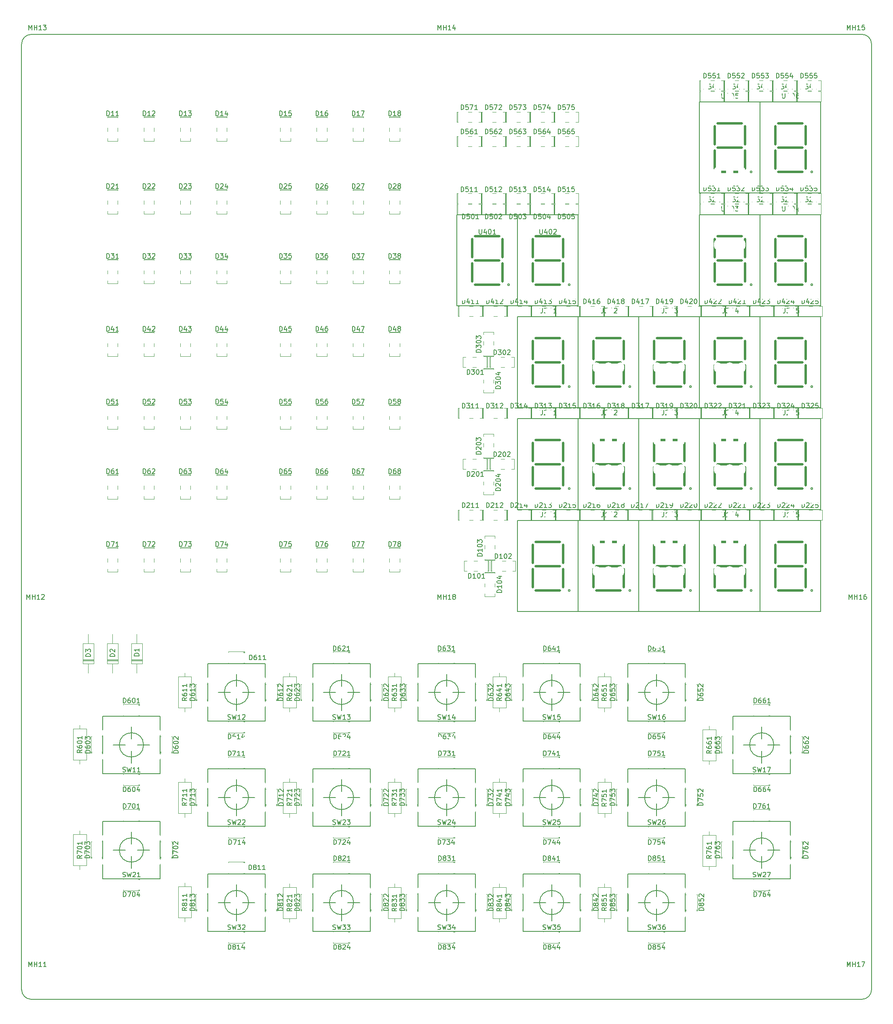
<source format=gto>
%TF.GenerationSoftware,KiCad,Pcbnew,5.0.2-bee76a0~70~ubuntu18.10.1*%
%TF.CreationDate,2019-03-18T09:29:53+01:00*%
%TF.ProjectId,DesignData,44657369-676e-4446-9174-612e6b696361,rev?*%
%TF.SameCoordinates,PX73a20d0PYd2b6df0*%
%TF.FileFunction,Legend,Top*%
%TF.FilePolarity,Positive*%
%FSLAX46Y46*%
G04 Gerber Fmt 4.6, Leading zero omitted, Abs format (unit mm)*
G04 Created by KiCad (PCBNEW 5.0.2-bee76a0~70~ubuntu18.10.1) date Mo 18 Mär 2019 09:29:53 CET*
%MOMM*%
%LPD*%
G01*
G04 APERTURE LIST*
%ADD10C,0.150000*%
%ADD11C,0.120000*%
%ADD12C,0.500000*%
%ADD13C,3.300000*%
%ADD14C,2.300000*%
%ADD15C,1.700000*%
%ADD16O,1.700000X1.700000*%
%ADD17C,1.800000*%
%ADD18R,1.700000X1.700000*%
%ADD19O,1.300000X2.100000*%
%ADD20O,1.500000X2.100000*%
G04 APERTURE END LIST*
D10*
X178000000Y2000000D02*
G75*
G02X176000000Y0I-2000000J0D01*
G01*
X176000000Y202000000D02*
G75*
G02X178000000Y200000000I0J-2000000D01*
G01*
X0Y200000000D02*
G75*
G02X2000000Y202000000I2000000J0D01*
G01*
X2000000Y0D02*
G75*
G02X0Y2000000I0J2000000D01*
G01*
X0Y200000000D02*
X0Y2000000D01*
X176000000Y202000000D02*
X2000000Y202000000D01*
X178000000Y2000000D02*
X178000000Y200000000D01*
X2000000Y0D02*
X176000000Y0D01*
%TO.C,SW23*%
X61000000Y48250000D02*
X73000000Y48250000D01*
X73000000Y48250000D02*
X73000000Y36250000D01*
X73000000Y36250000D02*
X61000000Y36250000D01*
X61000000Y36250000D02*
X61000000Y48250000D01*
X69540000Y42250000D02*
G75*
G03X69540000Y42250000I-2540000J0D01*
G01*
X63190000Y42250000D02*
X65730000Y42250000D01*
X67000000Y46060000D02*
X67000000Y43520000D01*
X68270000Y42250000D02*
X70810000Y42250000D01*
X67000000Y40980000D02*
X67000000Y38440000D01*
%TO.C,SW35*%
X111000000Y18980000D02*
X111000000Y16440000D01*
X112270000Y20250000D02*
X114810000Y20250000D01*
X111000000Y24060000D02*
X111000000Y21520000D01*
X107190000Y20250000D02*
X109730000Y20250000D01*
X113540000Y20250000D02*
G75*
G03X113540000Y20250000I-2540000J0D01*
G01*
X105000000Y14250000D02*
X105000000Y26250000D01*
X117000000Y14250000D02*
X105000000Y14250000D01*
X117000000Y26250000D02*
X117000000Y14250000D01*
X105000000Y26250000D02*
X117000000Y26250000D01*
%TO.C,SW34*%
X83000000Y26250000D02*
X95000000Y26250000D01*
X95000000Y26250000D02*
X95000000Y14250000D01*
X95000000Y14250000D02*
X83000000Y14250000D01*
X83000000Y14250000D02*
X83000000Y26250000D01*
X91540000Y20250000D02*
G75*
G03X91540000Y20250000I-2540000J0D01*
G01*
X85190000Y20250000D02*
X87730000Y20250000D01*
X89000000Y24060000D02*
X89000000Y21520000D01*
X90270000Y20250000D02*
X92810000Y20250000D01*
X89000000Y18980000D02*
X89000000Y16440000D01*
%TO.C,SW33*%
X67000000Y18980000D02*
X67000000Y16440000D01*
X68270000Y20250000D02*
X70810000Y20250000D01*
X67000000Y24060000D02*
X67000000Y21520000D01*
X63190000Y20250000D02*
X65730000Y20250000D01*
X69540000Y20250000D02*
G75*
G03X69540000Y20250000I-2540000J0D01*
G01*
X61000000Y14250000D02*
X61000000Y26250000D01*
X73000000Y14250000D02*
X61000000Y14250000D01*
X73000000Y26250000D02*
X73000000Y14250000D01*
X61000000Y26250000D02*
X73000000Y26250000D01*
%TO.C,SW32*%
X39000000Y26250000D02*
X51000000Y26250000D01*
X51000000Y26250000D02*
X51000000Y14250000D01*
X51000000Y14250000D02*
X39000000Y14250000D01*
X39000000Y14250000D02*
X39000000Y26250000D01*
X47540000Y20250000D02*
G75*
G03X47540000Y20250000I-2540000J0D01*
G01*
X41190000Y20250000D02*
X43730000Y20250000D01*
X45000000Y24060000D02*
X45000000Y21520000D01*
X46270000Y20250000D02*
X48810000Y20250000D01*
X45000000Y18980000D02*
X45000000Y16440000D01*
%TO.C,SW27*%
X155000000Y29980000D02*
X155000000Y27440000D01*
X156270000Y31250000D02*
X158810000Y31250000D01*
X155000000Y35060000D02*
X155000000Y32520000D01*
X151190000Y31250000D02*
X153730000Y31250000D01*
X157540000Y31250000D02*
G75*
G03X157540000Y31250000I-2540000J0D01*
G01*
X149000000Y25250000D02*
X149000000Y37250000D01*
X161000000Y25250000D02*
X149000000Y25250000D01*
X161000000Y37250000D02*
X161000000Y25250000D01*
X149000000Y37250000D02*
X161000000Y37250000D01*
%TO.C,SW26*%
X127000000Y48250000D02*
X139000000Y48250000D01*
X139000000Y48250000D02*
X139000000Y36250000D01*
X139000000Y36250000D02*
X127000000Y36250000D01*
X127000000Y36250000D02*
X127000000Y48250000D01*
X135540000Y42250000D02*
G75*
G03X135540000Y42250000I-2540000J0D01*
G01*
X129190000Y42250000D02*
X131730000Y42250000D01*
X133000000Y46060000D02*
X133000000Y43520000D01*
X134270000Y42250000D02*
X136810000Y42250000D01*
X133000000Y40980000D02*
X133000000Y38440000D01*
%TO.C,SW25*%
X111000000Y40980000D02*
X111000000Y38440000D01*
X112270000Y42250000D02*
X114810000Y42250000D01*
X111000000Y46060000D02*
X111000000Y43520000D01*
X107190000Y42250000D02*
X109730000Y42250000D01*
X113540000Y42250000D02*
G75*
G03X113540000Y42250000I-2540000J0D01*
G01*
X105000000Y36250000D02*
X105000000Y48250000D01*
X117000000Y36250000D02*
X105000000Y36250000D01*
X117000000Y48250000D02*
X117000000Y36250000D01*
X105000000Y48250000D02*
X117000000Y48250000D01*
%TO.C,SW24*%
X83000000Y48250000D02*
X95000000Y48250000D01*
X95000000Y48250000D02*
X95000000Y36250000D01*
X95000000Y36250000D02*
X83000000Y36250000D01*
X83000000Y36250000D02*
X83000000Y48250000D01*
X91540000Y42250000D02*
G75*
G03X91540000Y42250000I-2540000J0D01*
G01*
X85190000Y42250000D02*
X87730000Y42250000D01*
X89000000Y46060000D02*
X89000000Y43520000D01*
X90270000Y42250000D02*
X92810000Y42250000D01*
X89000000Y40980000D02*
X89000000Y38440000D01*
%TO.C,SW22*%
X45000000Y40980000D02*
X45000000Y38440000D01*
X46270000Y42250000D02*
X48810000Y42250000D01*
X45000000Y46060000D02*
X45000000Y43520000D01*
X41190000Y42250000D02*
X43730000Y42250000D01*
X47540000Y42250000D02*
G75*
G03X47540000Y42250000I-2540000J0D01*
G01*
X39000000Y36250000D02*
X39000000Y48250000D01*
X51000000Y36250000D02*
X39000000Y36250000D01*
X51000000Y48250000D02*
X51000000Y36250000D01*
X39000000Y48250000D02*
X51000000Y48250000D01*
%TO.C,SW21*%
X17000000Y37250000D02*
X29000000Y37250000D01*
X29000000Y37250000D02*
X29000000Y25250000D01*
X29000000Y25250000D02*
X17000000Y25250000D01*
X17000000Y25250000D02*
X17000000Y37250000D01*
X25540000Y31250000D02*
G75*
G03X25540000Y31250000I-2540000J0D01*
G01*
X19190000Y31250000D02*
X21730000Y31250000D01*
X23000000Y35060000D02*
X23000000Y32520000D01*
X24270000Y31250000D02*
X26810000Y31250000D01*
X23000000Y29980000D02*
X23000000Y27440000D01*
%TO.C,SW17*%
X155000000Y51980000D02*
X155000000Y49440000D01*
X156270000Y53250000D02*
X158810000Y53250000D01*
X155000000Y57060000D02*
X155000000Y54520000D01*
X151190000Y53250000D02*
X153730000Y53250000D01*
X157540000Y53250000D02*
G75*
G03X157540000Y53250000I-2540000J0D01*
G01*
X149000000Y47250000D02*
X149000000Y59250000D01*
X161000000Y47250000D02*
X149000000Y47250000D01*
X161000000Y59250000D02*
X161000000Y47250000D01*
X149000000Y59250000D02*
X161000000Y59250000D01*
%TO.C,SW16*%
X127000000Y70250000D02*
X139000000Y70250000D01*
X139000000Y70250000D02*
X139000000Y58250000D01*
X139000000Y58250000D02*
X127000000Y58250000D01*
X127000000Y58250000D02*
X127000000Y70250000D01*
X135540000Y64250000D02*
G75*
G03X135540000Y64250000I-2540000J0D01*
G01*
X129190000Y64250000D02*
X131730000Y64250000D01*
X133000000Y68060000D02*
X133000000Y65520000D01*
X134270000Y64250000D02*
X136810000Y64250000D01*
X133000000Y62980000D02*
X133000000Y60440000D01*
%TO.C,SW15*%
X111000000Y62980000D02*
X111000000Y60440000D01*
X112270000Y64250000D02*
X114810000Y64250000D01*
X111000000Y68060000D02*
X111000000Y65520000D01*
X107190000Y64250000D02*
X109730000Y64250000D01*
X113540000Y64250000D02*
G75*
G03X113540000Y64250000I-2540000J0D01*
G01*
X105000000Y58250000D02*
X105000000Y70250000D01*
X117000000Y58250000D02*
X105000000Y58250000D01*
X117000000Y70250000D02*
X117000000Y58250000D01*
X105000000Y70250000D02*
X117000000Y70250000D01*
%TO.C,SW14*%
X83000000Y70250000D02*
X95000000Y70250000D01*
X95000000Y70250000D02*
X95000000Y58250000D01*
X95000000Y58250000D02*
X83000000Y58250000D01*
X83000000Y58250000D02*
X83000000Y70250000D01*
X91540000Y64250000D02*
G75*
G03X91540000Y64250000I-2540000J0D01*
G01*
X85190000Y64250000D02*
X87730000Y64250000D01*
X89000000Y68060000D02*
X89000000Y65520000D01*
X90270000Y64250000D02*
X92810000Y64250000D01*
X89000000Y62980000D02*
X89000000Y60440000D01*
%TO.C,SW13*%
X67000000Y62980000D02*
X67000000Y60440000D01*
X68270000Y64250000D02*
X70810000Y64250000D01*
X67000000Y68060000D02*
X67000000Y65520000D01*
X63190000Y64250000D02*
X65730000Y64250000D01*
X69540000Y64250000D02*
G75*
G03X69540000Y64250000I-2540000J0D01*
G01*
X61000000Y58250000D02*
X61000000Y70250000D01*
X73000000Y58250000D02*
X61000000Y58250000D01*
X73000000Y70250000D02*
X73000000Y58250000D01*
X61000000Y70250000D02*
X73000000Y70250000D01*
%TO.C,SW12*%
X39000000Y70250000D02*
X51000000Y70250000D01*
X51000000Y70250000D02*
X51000000Y58250000D01*
X51000000Y58250000D02*
X39000000Y58250000D01*
X39000000Y58250000D02*
X39000000Y70250000D01*
X47540000Y64250000D02*
G75*
G03X47540000Y64250000I-2540000J0D01*
G01*
X41190000Y64250000D02*
X43730000Y64250000D01*
X45000000Y68060000D02*
X45000000Y65520000D01*
X46270000Y64250000D02*
X48810000Y64250000D01*
X45000000Y62980000D02*
X45000000Y60440000D01*
%TO.C,SW11*%
X23000000Y51980000D02*
X23000000Y49440000D01*
X24270000Y53250000D02*
X26810000Y53250000D01*
X23000000Y57060000D02*
X23000000Y54520000D01*
X19190000Y53250000D02*
X21730000Y53250000D01*
X25540000Y53250000D02*
G75*
G03X25540000Y53250000I-2540000J0D01*
G01*
X17000000Y47250000D02*
X17000000Y59250000D01*
X29000000Y47250000D02*
X17000000Y47250000D01*
X29000000Y59250000D02*
X29000000Y47250000D01*
X17000000Y59250000D02*
X29000000Y59250000D01*
%TO.C,SW36*%
X127000000Y26250000D02*
X139000000Y26250000D01*
X139000000Y26250000D02*
X139000000Y14250000D01*
X139000000Y14250000D02*
X127000000Y14250000D01*
X127000000Y14250000D02*
X127000000Y26250000D01*
X135540000Y20250000D02*
G75*
G03X135540000Y20250000I-2540000J0D01*
G01*
X129190000Y20250000D02*
X131730000Y20250000D01*
X133000000Y24060000D02*
X133000000Y21520000D01*
X134270000Y20250000D02*
X136810000Y20250000D01*
X133000000Y18980000D02*
X133000000Y16440000D01*
D11*
%TO.C,R811*%
X32793000Y17050000D02*
X35533000Y17050000D01*
X35533000Y17050000D02*
X35533000Y23590000D01*
X35533000Y23590000D02*
X32793000Y23590000D01*
X32793000Y23590000D02*
X32793000Y17050000D01*
X34163000Y16280000D02*
X34163000Y17050000D01*
X34163000Y24360000D02*
X34163000Y23590000D01*
%TO.C,R821*%
X56134000Y24233000D02*
X56134000Y23463000D01*
X56134000Y16153000D02*
X56134000Y16923000D01*
X54764000Y23463000D02*
X54764000Y16923000D01*
X57504000Y23463000D02*
X54764000Y23463000D01*
X57504000Y16923000D02*
X57504000Y23463000D01*
X54764000Y16923000D02*
X57504000Y16923000D01*
%TO.C,R831*%
X76735000Y16923000D02*
X79475000Y16923000D01*
X79475000Y16923000D02*
X79475000Y23463000D01*
X79475000Y23463000D02*
X76735000Y23463000D01*
X76735000Y23463000D02*
X76735000Y16923000D01*
X78105000Y16153000D02*
X78105000Y16923000D01*
X78105000Y24233000D02*
X78105000Y23463000D01*
%TO.C,R841*%
X100076000Y24233000D02*
X100076000Y23463000D01*
X100076000Y16153000D02*
X100076000Y16923000D01*
X98706000Y23463000D02*
X98706000Y16923000D01*
X101446000Y23463000D02*
X98706000Y23463000D01*
X101446000Y16923000D02*
X101446000Y23463000D01*
X98706000Y16923000D02*
X101446000Y16923000D01*
%TO.C,R851*%
X120677000Y16923000D02*
X123417000Y16923000D01*
X123417000Y16923000D02*
X123417000Y23463000D01*
X123417000Y23463000D02*
X120677000Y23463000D01*
X120677000Y23463000D02*
X120677000Y16923000D01*
X122047000Y16153000D02*
X122047000Y16923000D01*
X122047000Y24233000D02*
X122047000Y23463000D01*
%TO.C,D834*%
X90690000Y11740000D02*
X87270000Y11740000D01*
X90690000Y14260000D02*
X87270000Y14260000D01*
X90690000Y11740000D02*
X90690000Y11920000D01*
X90690000Y14080000D02*
X90690000Y14260000D01*
X87270000Y11740000D02*
X87270000Y11905000D01*
X87270000Y14095000D02*
X87270000Y14260000D01*
X90570000Y11740000D02*
X90570000Y11920000D01*
X90570000Y14080000D02*
X90570000Y14260000D01*
X90450000Y11740000D02*
X90450000Y11920000D01*
X90450000Y14080000D02*
X90450000Y14260000D01*
%TO.C,D811*%
X46450000Y28580000D02*
X46450000Y28760000D01*
X46450000Y26240000D02*
X46450000Y26420000D01*
X46570000Y28580000D02*
X46570000Y28760000D01*
X46570000Y26240000D02*
X46570000Y26420000D01*
X43270000Y28595000D02*
X43270000Y28760000D01*
X43270000Y26240000D02*
X43270000Y26405000D01*
X46690000Y28580000D02*
X46690000Y28760000D01*
X46690000Y26240000D02*
X46690000Y26420000D01*
X46690000Y28760000D02*
X43270000Y28760000D01*
X46690000Y26240000D02*
X43270000Y26240000D01*
%TO.C,D814*%
X46690000Y11740000D02*
X43270000Y11740000D01*
X46690000Y14260000D02*
X43270000Y14260000D01*
X46690000Y11740000D02*
X46690000Y11920000D01*
X46690000Y14080000D02*
X46690000Y14260000D01*
X43270000Y11740000D02*
X43270000Y11905000D01*
X43270000Y14095000D02*
X43270000Y14260000D01*
X46570000Y11740000D02*
X46570000Y11920000D01*
X46570000Y14080000D02*
X46570000Y14260000D01*
X46450000Y11740000D02*
X46450000Y11920000D01*
X46450000Y14080000D02*
X46450000Y14260000D01*
%TO.C,D821*%
X68450000Y28580000D02*
X68450000Y28760000D01*
X68450000Y26240000D02*
X68450000Y26420000D01*
X68570000Y28580000D02*
X68570000Y28760000D01*
X68570000Y26240000D02*
X68570000Y26420000D01*
X65270000Y28595000D02*
X65270000Y28760000D01*
X65270000Y26240000D02*
X65270000Y26405000D01*
X68690000Y28580000D02*
X68690000Y28760000D01*
X68690000Y26240000D02*
X68690000Y26420000D01*
X68690000Y28760000D02*
X65270000Y28760000D01*
X68690000Y26240000D02*
X65270000Y26240000D01*
%TO.C,D822*%
X72990000Y18560000D02*
X72990000Y21980000D01*
X75510000Y18560000D02*
X75510000Y21980000D01*
X72990000Y18560000D02*
X73170000Y18560000D01*
X75330000Y18560000D02*
X75510000Y18560000D01*
X72990000Y21980000D02*
X73155000Y21980000D01*
X75345000Y21980000D02*
X75510000Y21980000D01*
X72990000Y18680000D02*
X73170000Y18680000D01*
X75330000Y18680000D02*
X75510000Y18680000D01*
X72990000Y18800000D02*
X73170000Y18800000D01*
X75330000Y18800000D02*
X75510000Y18800000D01*
%TO.C,D823*%
X60830000Y18800000D02*
X61010000Y18800000D01*
X58490000Y18800000D02*
X58670000Y18800000D01*
X60830000Y18680000D02*
X61010000Y18680000D01*
X58490000Y18680000D02*
X58670000Y18680000D01*
X60845000Y21980000D02*
X61010000Y21980000D01*
X58490000Y21980000D02*
X58655000Y21980000D01*
X60830000Y18560000D02*
X61010000Y18560000D01*
X58490000Y18560000D02*
X58670000Y18560000D01*
X61010000Y18560000D02*
X61010000Y21980000D01*
X58490000Y18560000D02*
X58490000Y21980000D01*
%TO.C,D824*%
X68690000Y11740000D02*
X65270000Y11740000D01*
X68690000Y14260000D02*
X65270000Y14260000D01*
X68690000Y11740000D02*
X68690000Y11920000D01*
X68690000Y14080000D02*
X68690000Y14260000D01*
X65270000Y11740000D02*
X65270000Y11905000D01*
X65270000Y14095000D02*
X65270000Y14260000D01*
X68570000Y11740000D02*
X68570000Y11920000D01*
X68570000Y14080000D02*
X68570000Y14260000D01*
X68450000Y11740000D02*
X68450000Y11920000D01*
X68450000Y14080000D02*
X68450000Y14260000D01*
%TO.C,D831*%
X90450000Y28580000D02*
X90450000Y28760000D01*
X90450000Y26240000D02*
X90450000Y26420000D01*
X90570000Y28580000D02*
X90570000Y28760000D01*
X90570000Y26240000D02*
X90570000Y26420000D01*
X87270000Y28595000D02*
X87270000Y28760000D01*
X87270000Y26240000D02*
X87270000Y26405000D01*
X90690000Y28580000D02*
X90690000Y28760000D01*
X90690000Y26240000D02*
X90690000Y26420000D01*
X90690000Y28760000D02*
X87270000Y28760000D01*
X90690000Y26240000D02*
X87270000Y26240000D01*
%TO.C,D832*%
X94990000Y18560000D02*
X94990000Y21980000D01*
X97510000Y18560000D02*
X97510000Y21980000D01*
X94990000Y18560000D02*
X95170000Y18560000D01*
X97330000Y18560000D02*
X97510000Y18560000D01*
X94990000Y21980000D02*
X95155000Y21980000D01*
X97345000Y21980000D02*
X97510000Y21980000D01*
X94990000Y18680000D02*
X95170000Y18680000D01*
X97330000Y18680000D02*
X97510000Y18680000D01*
X94990000Y18800000D02*
X95170000Y18800000D01*
X97330000Y18800000D02*
X97510000Y18800000D01*
%TO.C,D833*%
X82830000Y18800000D02*
X83010000Y18800000D01*
X80490000Y18800000D02*
X80670000Y18800000D01*
X82830000Y18680000D02*
X83010000Y18680000D01*
X80490000Y18680000D02*
X80670000Y18680000D01*
X82845000Y21980000D02*
X83010000Y21980000D01*
X80490000Y21980000D02*
X80655000Y21980000D01*
X82830000Y18560000D02*
X83010000Y18560000D01*
X80490000Y18560000D02*
X80670000Y18560000D01*
X83010000Y18560000D02*
X83010000Y21980000D01*
X80490000Y18560000D02*
X80490000Y21980000D01*
%TO.C,D812*%
X50990000Y18560000D02*
X50990000Y21980000D01*
X53510000Y18560000D02*
X53510000Y21980000D01*
X50990000Y18560000D02*
X51170000Y18560000D01*
X53330000Y18560000D02*
X53510000Y18560000D01*
X50990000Y21980000D02*
X51155000Y21980000D01*
X53345000Y21980000D02*
X53510000Y21980000D01*
X50990000Y18680000D02*
X51170000Y18680000D01*
X53330000Y18680000D02*
X53510000Y18680000D01*
X50990000Y18800000D02*
X51170000Y18800000D01*
X53330000Y18800000D02*
X53510000Y18800000D01*
%TO.C,D841*%
X112450000Y28580000D02*
X112450000Y28760000D01*
X112450000Y26240000D02*
X112450000Y26420000D01*
X112570000Y28580000D02*
X112570000Y28760000D01*
X112570000Y26240000D02*
X112570000Y26420000D01*
X109270000Y28595000D02*
X109270000Y28760000D01*
X109270000Y26240000D02*
X109270000Y26405000D01*
X112690000Y28580000D02*
X112690000Y28760000D01*
X112690000Y26240000D02*
X112690000Y26420000D01*
X112690000Y28760000D02*
X109270000Y28760000D01*
X112690000Y26240000D02*
X109270000Y26240000D01*
%TO.C,D842*%
X116990000Y18560000D02*
X116990000Y21980000D01*
X119510000Y18560000D02*
X119510000Y21980000D01*
X116990000Y18560000D02*
X117170000Y18560000D01*
X119330000Y18560000D02*
X119510000Y18560000D01*
X116990000Y21980000D02*
X117155000Y21980000D01*
X119345000Y21980000D02*
X119510000Y21980000D01*
X116990000Y18680000D02*
X117170000Y18680000D01*
X119330000Y18680000D02*
X119510000Y18680000D01*
X116990000Y18800000D02*
X117170000Y18800000D01*
X119330000Y18800000D02*
X119510000Y18800000D01*
%TO.C,D843*%
X104830000Y18800000D02*
X105010000Y18800000D01*
X102490000Y18800000D02*
X102670000Y18800000D01*
X104830000Y18680000D02*
X105010000Y18680000D01*
X102490000Y18680000D02*
X102670000Y18680000D01*
X104845000Y21980000D02*
X105010000Y21980000D01*
X102490000Y21980000D02*
X102655000Y21980000D01*
X104830000Y18560000D02*
X105010000Y18560000D01*
X102490000Y18560000D02*
X102670000Y18560000D01*
X105010000Y18560000D02*
X105010000Y21980000D01*
X102490000Y18560000D02*
X102490000Y21980000D01*
%TO.C,D844*%
X112690000Y11740000D02*
X109270000Y11740000D01*
X112690000Y14260000D02*
X109270000Y14260000D01*
X112690000Y11740000D02*
X112690000Y11920000D01*
X112690000Y14080000D02*
X112690000Y14260000D01*
X109270000Y11740000D02*
X109270000Y11905000D01*
X109270000Y14095000D02*
X109270000Y14260000D01*
X112570000Y11740000D02*
X112570000Y11920000D01*
X112570000Y14080000D02*
X112570000Y14260000D01*
X112450000Y11740000D02*
X112450000Y11920000D01*
X112450000Y14080000D02*
X112450000Y14260000D01*
%TO.C,D851*%
X134440000Y28580000D02*
X134440000Y28760000D01*
X134440000Y26240000D02*
X134440000Y26420000D01*
X134560000Y28580000D02*
X134560000Y28760000D01*
X134560000Y26240000D02*
X134560000Y26420000D01*
X131260000Y28595000D02*
X131260000Y28760000D01*
X131260000Y26240000D02*
X131260000Y26405000D01*
X134680000Y28580000D02*
X134680000Y28760000D01*
X134680000Y26240000D02*
X134680000Y26420000D01*
X134680000Y28760000D02*
X131260000Y28760000D01*
X134680000Y26240000D02*
X131260000Y26240000D01*
%TO.C,D852*%
X138990000Y18520000D02*
X138990000Y21940000D01*
X141510000Y18520000D02*
X141510000Y21940000D01*
X138990000Y18520000D02*
X139170000Y18520000D01*
X141330000Y18520000D02*
X141510000Y18520000D01*
X138990000Y21940000D02*
X139155000Y21940000D01*
X141345000Y21940000D02*
X141510000Y21940000D01*
X138990000Y18640000D02*
X139170000Y18640000D01*
X141330000Y18640000D02*
X141510000Y18640000D01*
X138990000Y18760000D02*
X139170000Y18760000D01*
X141330000Y18760000D02*
X141510000Y18760000D01*
%TO.C,D853*%
X126830000Y18800000D02*
X127010000Y18800000D01*
X124490000Y18800000D02*
X124670000Y18800000D01*
X126830000Y18680000D02*
X127010000Y18680000D01*
X124490000Y18680000D02*
X124670000Y18680000D01*
X126845000Y21980000D02*
X127010000Y21980000D01*
X124490000Y21980000D02*
X124655000Y21980000D01*
X126830000Y18560000D02*
X127010000Y18560000D01*
X124490000Y18560000D02*
X124670000Y18560000D01*
X127010000Y18560000D02*
X127010000Y21980000D01*
X124490000Y18560000D02*
X124490000Y21980000D01*
%TO.C,D813*%
X36490000Y18560000D02*
X36490000Y21980000D01*
X39010000Y18560000D02*
X39010000Y21980000D01*
X36490000Y18560000D02*
X36670000Y18560000D01*
X38830000Y18560000D02*
X39010000Y18560000D01*
X36490000Y21980000D02*
X36655000Y21980000D01*
X38845000Y21980000D02*
X39010000Y21980000D01*
X36490000Y18680000D02*
X36670000Y18680000D01*
X38830000Y18680000D02*
X39010000Y18680000D01*
X36490000Y18800000D02*
X36670000Y18800000D01*
X38830000Y18800000D02*
X39010000Y18800000D01*
%TO.C,D854*%
X134450000Y14080000D02*
X134450000Y14260000D01*
X134450000Y11740000D02*
X134450000Y11920000D01*
X134570000Y14080000D02*
X134570000Y14260000D01*
X134570000Y11740000D02*
X134570000Y11920000D01*
X131270000Y14095000D02*
X131270000Y14260000D01*
X131270000Y11740000D02*
X131270000Y11905000D01*
X134690000Y14080000D02*
X134690000Y14260000D01*
X134690000Y11740000D02*
X134690000Y11920000D01*
X134690000Y14260000D02*
X131270000Y14260000D01*
X134690000Y11740000D02*
X131270000Y11740000D01*
%TO.C,R701*%
X12192000Y35282000D02*
X12192000Y34512000D01*
X12192000Y27202000D02*
X12192000Y27972000D01*
X10822000Y34512000D02*
X10822000Y27972000D01*
X13562000Y34512000D02*
X10822000Y34512000D01*
X13562000Y27972000D02*
X13562000Y34512000D01*
X10822000Y27972000D02*
X13562000Y27972000D01*
%TO.C,R761*%
X142648000Y27845000D02*
X145388000Y27845000D01*
X145388000Y27845000D02*
X145388000Y34385000D01*
X145388000Y34385000D02*
X142648000Y34385000D01*
X142648000Y34385000D02*
X142648000Y27845000D01*
X144018000Y27075000D02*
X144018000Y27845000D01*
X144018000Y35155000D02*
X144018000Y34385000D01*
%TO.C,R751*%
X122100000Y46204000D02*
X122100000Y45434000D01*
X122100000Y38124000D02*
X122100000Y38894000D01*
X120730000Y45434000D02*
X120730000Y38894000D01*
X123470000Y45434000D02*
X120730000Y45434000D01*
X123470000Y38894000D02*
X123470000Y45434000D01*
X120730000Y38894000D02*
X123470000Y38894000D01*
%TO.C,R741*%
X98706000Y38894000D02*
X101446000Y38894000D01*
X101446000Y38894000D02*
X101446000Y45434000D01*
X101446000Y45434000D02*
X98706000Y45434000D01*
X98706000Y45434000D02*
X98706000Y38894000D01*
X100076000Y38124000D02*
X100076000Y38894000D01*
X100076000Y46204000D02*
X100076000Y45434000D01*
%TO.C,R731*%
X78105000Y46220000D02*
X78105000Y45450000D01*
X78105000Y38140000D02*
X78105000Y38910000D01*
X76735000Y45450000D02*
X76735000Y38910000D01*
X79475000Y45450000D02*
X76735000Y45450000D01*
X79475000Y38910000D02*
X79475000Y45450000D01*
X76735000Y38910000D02*
X79475000Y38910000D01*
%TO.C,R721*%
X54764000Y38894000D02*
X57504000Y38894000D01*
X57504000Y38894000D02*
X57504000Y45434000D01*
X57504000Y45434000D02*
X54764000Y45434000D01*
X54764000Y45434000D02*
X54764000Y38894000D01*
X56134000Y38124000D02*
X56134000Y38894000D01*
X56134000Y46204000D02*
X56134000Y45434000D01*
%TO.C,R711*%
X34163000Y46204000D02*
X34163000Y45434000D01*
X34163000Y38124000D02*
X34163000Y38894000D01*
X32793000Y45434000D02*
X32793000Y38894000D01*
X35533000Y45434000D02*
X32793000Y45434000D01*
X35533000Y38894000D02*
X35533000Y45434000D01*
X32793000Y38894000D02*
X35533000Y38894000D01*
%TO.C,R661*%
X142648000Y49943000D02*
X145388000Y49943000D01*
X145388000Y49943000D02*
X145388000Y56483000D01*
X145388000Y56483000D02*
X142648000Y56483000D01*
X142648000Y56483000D02*
X142648000Y49943000D01*
X144018000Y49173000D02*
X144018000Y49943000D01*
X144018000Y57253000D02*
X144018000Y56483000D01*
%TO.C,D764*%
X156690000Y22740000D02*
X153270000Y22740000D01*
X156690000Y25260000D02*
X153270000Y25260000D01*
X156690000Y22740000D02*
X156690000Y22920000D01*
X156690000Y25080000D02*
X156690000Y25260000D01*
X153270000Y22740000D02*
X153270000Y22905000D01*
X153270000Y25095000D02*
X153270000Y25260000D01*
X156570000Y22740000D02*
X156570000Y22920000D01*
X156570000Y25080000D02*
X156570000Y25260000D01*
X156450000Y22740000D02*
X156450000Y22920000D01*
X156450000Y25080000D02*
X156450000Y25260000D01*
%TO.C,D712*%
X53330000Y40800000D02*
X53510000Y40800000D01*
X50990000Y40800000D02*
X51170000Y40800000D01*
X53330000Y40680000D02*
X53510000Y40680000D01*
X50990000Y40680000D02*
X51170000Y40680000D01*
X53345000Y43980000D02*
X53510000Y43980000D01*
X50990000Y43980000D02*
X51155000Y43980000D01*
X53330000Y40560000D02*
X53510000Y40560000D01*
X50990000Y40560000D02*
X51170000Y40560000D01*
X53510000Y40560000D02*
X53510000Y43980000D01*
X50990000Y40560000D02*
X50990000Y43980000D01*
%TO.C,D713*%
X36490000Y40560000D02*
X36490000Y43980000D01*
X39010000Y40560000D02*
X39010000Y43980000D01*
X36490000Y40560000D02*
X36670000Y40560000D01*
X38830000Y40560000D02*
X39010000Y40560000D01*
X36490000Y43980000D02*
X36655000Y43980000D01*
X38845000Y43980000D02*
X39010000Y43980000D01*
X36490000Y40680000D02*
X36670000Y40680000D01*
X38830000Y40680000D02*
X39010000Y40680000D01*
X36490000Y40800000D02*
X36670000Y40800000D01*
X38830000Y40800000D02*
X39010000Y40800000D01*
%TO.C,D714*%
X46450000Y36080000D02*
X46450000Y36260000D01*
X46450000Y33740000D02*
X46450000Y33920000D01*
X46570000Y36080000D02*
X46570000Y36260000D01*
X46570000Y33740000D02*
X46570000Y33920000D01*
X43270000Y36095000D02*
X43270000Y36260000D01*
X43270000Y33740000D02*
X43270000Y33905000D01*
X46690000Y36080000D02*
X46690000Y36260000D01*
X46690000Y33740000D02*
X46690000Y33920000D01*
X46690000Y36260000D02*
X43270000Y36260000D01*
X46690000Y33740000D02*
X43270000Y33740000D01*
%TO.C,D721*%
X68690000Y48240000D02*
X65270000Y48240000D01*
X68690000Y50760000D02*
X65270000Y50760000D01*
X68690000Y48240000D02*
X68690000Y48420000D01*
X68690000Y50580000D02*
X68690000Y50760000D01*
X65270000Y48240000D02*
X65270000Y48405000D01*
X65270000Y50595000D02*
X65270000Y50760000D01*
X68570000Y48240000D02*
X68570000Y48420000D01*
X68570000Y50580000D02*
X68570000Y50760000D01*
X68450000Y48240000D02*
X68450000Y48420000D01*
X68450000Y50580000D02*
X68450000Y50760000D01*
%TO.C,D722*%
X75330000Y40800000D02*
X75510000Y40800000D01*
X72990000Y40800000D02*
X73170000Y40800000D01*
X75330000Y40680000D02*
X75510000Y40680000D01*
X72990000Y40680000D02*
X73170000Y40680000D01*
X75345000Y43980000D02*
X75510000Y43980000D01*
X72990000Y43980000D02*
X73155000Y43980000D01*
X75330000Y40560000D02*
X75510000Y40560000D01*
X72990000Y40560000D02*
X73170000Y40560000D01*
X75510000Y40560000D02*
X75510000Y43980000D01*
X72990000Y40560000D02*
X72990000Y43980000D01*
%TO.C,D723*%
X58490000Y40570000D02*
X58490000Y43990000D01*
X61010000Y40570000D02*
X61010000Y43990000D01*
X58490000Y40570000D02*
X58670000Y40570000D01*
X60830000Y40570000D02*
X61010000Y40570000D01*
X58490000Y43990000D02*
X58655000Y43990000D01*
X60845000Y43990000D02*
X61010000Y43990000D01*
X58490000Y40690000D02*
X58670000Y40690000D01*
X60830000Y40690000D02*
X61010000Y40690000D01*
X58490000Y40810000D02*
X58670000Y40810000D01*
X60830000Y40810000D02*
X61010000Y40810000D01*
%TO.C,D724*%
X68450000Y36080000D02*
X68450000Y36260000D01*
X68450000Y33740000D02*
X68450000Y33920000D01*
X68570000Y36080000D02*
X68570000Y36260000D01*
X68570000Y33740000D02*
X68570000Y33920000D01*
X65270000Y36095000D02*
X65270000Y36260000D01*
X65270000Y33740000D02*
X65270000Y33905000D01*
X68690000Y36080000D02*
X68690000Y36260000D01*
X68690000Y33740000D02*
X68690000Y33920000D01*
X68690000Y36260000D02*
X65270000Y36260000D01*
X68690000Y33740000D02*
X65270000Y33740000D01*
%TO.C,D731*%
X90690000Y48240000D02*
X87270000Y48240000D01*
X90690000Y50760000D02*
X87270000Y50760000D01*
X90690000Y48240000D02*
X90690000Y48420000D01*
X90690000Y50580000D02*
X90690000Y50760000D01*
X87270000Y48240000D02*
X87270000Y48405000D01*
X87270000Y50595000D02*
X87270000Y50760000D01*
X90570000Y48240000D02*
X90570000Y48420000D01*
X90570000Y50580000D02*
X90570000Y50760000D01*
X90450000Y48240000D02*
X90450000Y48420000D01*
X90450000Y50580000D02*
X90450000Y50760000D01*
%TO.C,D732*%
X97330000Y40800000D02*
X97510000Y40800000D01*
X94990000Y40800000D02*
X95170000Y40800000D01*
X97330000Y40680000D02*
X97510000Y40680000D01*
X94990000Y40680000D02*
X95170000Y40680000D01*
X97345000Y43980000D02*
X97510000Y43980000D01*
X94990000Y43980000D02*
X95155000Y43980000D01*
X97330000Y40560000D02*
X97510000Y40560000D01*
X94990000Y40560000D02*
X95170000Y40560000D01*
X97510000Y40560000D02*
X97510000Y43980000D01*
X94990000Y40560000D02*
X94990000Y43980000D01*
%TO.C,D733*%
X80490000Y40560000D02*
X80490000Y43980000D01*
X83010000Y40560000D02*
X83010000Y43980000D01*
X80490000Y40560000D02*
X80670000Y40560000D01*
X82830000Y40560000D02*
X83010000Y40560000D01*
X80490000Y43980000D02*
X80655000Y43980000D01*
X82845000Y43980000D02*
X83010000Y43980000D01*
X80490000Y40680000D02*
X80670000Y40680000D01*
X82830000Y40680000D02*
X83010000Y40680000D01*
X80490000Y40800000D02*
X80670000Y40800000D01*
X82830000Y40800000D02*
X83010000Y40800000D01*
%TO.C,D662*%
X163330000Y51800000D02*
X163510000Y51800000D01*
X160990000Y51800000D02*
X161170000Y51800000D01*
X163330000Y51680000D02*
X163510000Y51680000D01*
X160990000Y51680000D02*
X161170000Y51680000D01*
X163345000Y54980000D02*
X163510000Y54980000D01*
X160990000Y54980000D02*
X161155000Y54980000D01*
X163330000Y51560000D02*
X163510000Y51560000D01*
X160990000Y51560000D02*
X161170000Y51560000D01*
X163510000Y51560000D02*
X163510000Y54980000D01*
X160990000Y51560000D02*
X160990000Y54980000D01*
%TO.C,D663*%
X146490000Y51560000D02*
X146490000Y54980000D01*
X149010000Y51560000D02*
X149010000Y54980000D01*
X146490000Y51560000D02*
X146670000Y51560000D01*
X148830000Y51560000D02*
X149010000Y51560000D01*
X146490000Y54980000D02*
X146655000Y54980000D01*
X148845000Y54980000D02*
X149010000Y54980000D01*
X146490000Y51680000D02*
X146670000Y51680000D01*
X148830000Y51680000D02*
X149010000Y51680000D01*
X146490000Y51800000D02*
X146670000Y51800000D01*
X148830000Y51800000D02*
X149010000Y51800000D01*
%TO.C,D763*%
X148830000Y29800000D02*
X149010000Y29800000D01*
X146490000Y29800000D02*
X146670000Y29800000D01*
X148830000Y29680000D02*
X149010000Y29680000D01*
X146490000Y29680000D02*
X146670000Y29680000D01*
X148845000Y32980000D02*
X149010000Y32980000D01*
X146490000Y32980000D02*
X146655000Y32980000D01*
X148830000Y29560000D02*
X149010000Y29560000D01*
X146490000Y29560000D02*
X146670000Y29560000D01*
X149010000Y29560000D02*
X149010000Y32980000D01*
X146490000Y29560000D02*
X146490000Y32980000D01*
%TO.C,D762*%
X160990000Y29560000D02*
X160990000Y32980000D01*
X163510000Y29560000D02*
X163510000Y32980000D01*
X160990000Y29560000D02*
X161170000Y29560000D01*
X163330000Y29560000D02*
X163510000Y29560000D01*
X160990000Y32980000D02*
X161155000Y32980000D01*
X163345000Y32980000D02*
X163510000Y32980000D01*
X160990000Y29680000D02*
X161170000Y29680000D01*
X163330000Y29680000D02*
X163510000Y29680000D01*
X160990000Y29800000D02*
X161170000Y29800000D01*
X163330000Y29800000D02*
X163510000Y29800000D01*
%TO.C,D761*%
X156450000Y39580000D02*
X156450000Y39760000D01*
X156450000Y37240000D02*
X156450000Y37420000D01*
X156570000Y39580000D02*
X156570000Y39760000D01*
X156570000Y37240000D02*
X156570000Y37420000D01*
X153270000Y39595000D02*
X153270000Y39760000D01*
X153270000Y37240000D02*
X153270000Y37405000D01*
X156690000Y39580000D02*
X156690000Y39760000D01*
X156690000Y37240000D02*
X156690000Y37420000D01*
X156690000Y39760000D02*
X153270000Y39760000D01*
X156690000Y37240000D02*
X153270000Y37240000D01*
%TO.C,D754*%
X134690000Y33740000D02*
X131270000Y33740000D01*
X134690000Y36260000D02*
X131270000Y36260000D01*
X134690000Y33740000D02*
X134690000Y33920000D01*
X134690000Y36080000D02*
X134690000Y36260000D01*
X131270000Y33740000D02*
X131270000Y33905000D01*
X131270000Y36095000D02*
X131270000Y36260000D01*
X134570000Y33740000D02*
X134570000Y33920000D01*
X134570000Y36080000D02*
X134570000Y36260000D01*
X134450000Y33740000D02*
X134450000Y33920000D01*
X134450000Y36080000D02*
X134450000Y36260000D01*
%TO.C,D753*%
X126830000Y40800000D02*
X127010000Y40800000D01*
X124490000Y40800000D02*
X124670000Y40800000D01*
X126830000Y40680000D02*
X127010000Y40680000D01*
X124490000Y40680000D02*
X124670000Y40680000D01*
X126845000Y43980000D02*
X127010000Y43980000D01*
X124490000Y43980000D02*
X124655000Y43980000D01*
X126830000Y40560000D02*
X127010000Y40560000D01*
X124490000Y40560000D02*
X124670000Y40560000D01*
X127010000Y40560000D02*
X127010000Y43980000D01*
X124490000Y40560000D02*
X124490000Y43980000D01*
%TO.C,D711*%
X46690000Y48240000D02*
X43270000Y48240000D01*
X46690000Y50760000D02*
X43270000Y50760000D01*
X46690000Y48240000D02*
X46690000Y48420000D01*
X46690000Y50580000D02*
X46690000Y50760000D01*
X43270000Y48240000D02*
X43270000Y48405000D01*
X43270000Y50595000D02*
X43270000Y50760000D01*
X46570000Y48240000D02*
X46570000Y48420000D01*
X46570000Y50580000D02*
X46570000Y50760000D01*
X46450000Y48240000D02*
X46450000Y48420000D01*
X46450000Y50580000D02*
X46450000Y50760000D01*
%TO.C,D741*%
X112450000Y50580000D02*
X112450000Y50760000D01*
X112450000Y48240000D02*
X112450000Y48420000D01*
X112570000Y50580000D02*
X112570000Y50760000D01*
X112570000Y48240000D02*
X112570000Y48420000D01*
X109270000Y50595000D02*
X109270000Y50760000D01*
X109270000Y48240000D02*
X109270000Y48405000D01*
X112690000Y50580000D02*
X112690000Y50760000D01*
X112690000Y48240000D02*
X112690000Y48420000D01*
X112690000Y50760000D02*
X109270000Y50760000D01*
X112690000Y48240000D02*
X109270000Y48240000D01*
%TO.C,D742*%
X116990000Y40560000D02*
X116990000Y43980000D01*
X119510000Y40560000D02*
X119510000Y43980000D01*
X116990000Y40560000D02*
X117170000Y40560000D01*
X119330000Y40560000D02*
X119510000Y40560000D01*
X116990000Y43980000D02*
X117155000Y43980000D01*
X119345000Y43980000D02*
X119510000Y43980000D01*
X116990000Y40680000D02*
X117170000Y40680000D01*
X119330000Y40680000D02*
X119510000Y40680000D01*
X116990000Y40800000D02*
X117170000Y40800000D01*
X119330000Y40800000D02*
X119510000Y40800000D01*
%TO.C,D734*%
X90450000Y36080000D02*
X90450000Y36260000D01*
X90450000Y33740000D02*
X90450000Y33920000D01*
X90570000Y36080000D02*
X90570000Y36260000D01*
X90570000Y33740000D02*
X90570000Y33920000D01*
X87270000Y36095000D02*
X87270000Y36260000D01*
X87270000Y33740000D02*
X87270000Y33905000D01*
X90690000Y36080000D02*
X90690000Y36260000D01*
X90690000Y33740000D02*
X90690000Y33920000D01*
X90690000Y36260000D02*
X87270000Y36260000D01*
X90690000Y33740000D02*
X87270000Y33740000D01*
%TO.C,D744*%
X112690000Y33740000D02*
X109270000Y33740000D01*
X112690000Y36260000D02*
X109270000Y36260000D01*
X112690000Y33740000D02*
X112690000Y33920000D01*
X112690000Y36080000D02*
X112690000Y36260000D01*
X109270000Y33740000D02*
X109270000Y33905000D01*
X109270000Y36095000D02*
X109270000Y36260000D01*
X112570000Y33740000D02*
X112570000Y33920000D01*
X112570000Y36080000D02*
X112570000Y36260000D01*
X112450000Y33740000D02*
X112450000Y33920000D01*
X112450000Y36080000D02*
X112450000Y36260000D01*
%TO.C,D704*%
X24450000Y25080000D02*
X24450000Y25260000D01*
X24450000Y22740000D02*
X24450000Y22920000D01*
X24570000Y25080000D02*
X24570000Y25260000D01*
X24570000Y22740000D02*
X24570000Y22920000D01*
X21270000Y25095000D02*
X21270000Y25260000D01*
X21270000Y22740000D02*
X21270000Y22905000D01*
X24690000Y25080000D02*
X24690000Y25260000D01*
X24690000Y22740000D02*
X24690000Y22920000D01*
X24690000Y25260000D02*
X21270000Y25260000D01*
X24690000Y22740000D02*
X21270000Y22740000D01*
%TO.C,D752*%
X138990000Y40560000D02*
X138990000Y43980000D01*
X141510000Y40560000D02*
X141510000Y43980000D01*
X138990000Y40560000D02*
X139170000Y40560000D01*
X141330000Y40560000D02*
X141510000Y40560000D01*
X138990000Y43980000D02*
X139155000Y43980000D01*
X141345000Y43980000D02*
X141510000Y43980000D01*
X138990000Y40680000D02*
X139170000Y40680000D01*
X141330000Y40680000D02*
X141510000Y40680000D01*
X138990000Y40800000D02*
X139170000Y40800000D01*
X141330000Y40800000D02*
X141510000Y40800000D01*
%TO.C,D751*%
X134450000Y50580000D02*
X134450000Y50760000D01*
X134450000Y48240000D02*
X134450000Y48420000D01*
X134570000Y50580000D02*
X134570000Y50760000D01*
X134570000Y48240000D02*
X134570000Y48420000D01*
X131270000Y50595000D02*
X131270000Y50760000D01*
X131270000Y48240000D02*
X131270000Y48405000D01*
X134690000Y50580000D02*
X134690000Y50760000D01*
X134690000Y48240000D02*
X134690000Y48420000D01*
X134690000Y50760000D02*
X131270000Y50760000D01*
X134690000Y48240000D02*
X131270000Y48240000D01*
%TO.C,D743*%
X102490000Y40560000D02*
X102490000Y43980000D01*
X105010000Y40560000D02*
X105010000Y43980000D01*
X102490000Y40560000D02*
X102670000Y40560000D01*
X104830000Y40560000D02*
X105010000Y40560000D01*
X102490000Y43980000D02*
X102655000Y43980000D01*
X104845000Y43980000D02*
X105010000Y43980000D01*
X102490000Y40680000D02*
X102670000Y40680000D01*
X104830000Y40680000D02*
X105010000Y40680000D01*
X102490000Y40800000D02*
X102670000Y40800000D01*
X104830000Y40800000D02*
X105010000Y40800000D01*
%TO.C,D661*%
X156450000Y61580000D02*
X156450000Y61760000D01*
X156450000Y59240000D02*
X156450000Y59420000D01*
X156570000Y61580000D02*
X156570000Y61760000D01*
X156570000Y59240000D02*
X156570000Y59420000D01*
X153270000Y61595000D02*
X153270000Y61760000D01*
X153270000Y59240000D02*
X153270000Y59405000D01*
X156690000Y61580000D02*
X156690000Y61760000D01*
X156690000Y59240000D02*
X156690000Y59420000D01*
X156690000Y61760000D02*
X153270000Y61760000D01*
X156690000Y59240000D02*
X153270000Y59240000D01*
%TO.C,D702*%
X28990000Y29560000D02*
X28990000Y32980000D01*
X31510000Y29560000D02*
X31510000Y32980000D01*
X28990000Y29560000D02*
X29170000Y29560000D01*
X31330000Y29560000D02*
X31510000Y29560000D01*
X28990000Y32980000D02*
X29155000Y32980000D01*
X31345000Y32980000D02*
X31510000Y32980000D01*
X28990000Y29680000D02*
X29170000Y29680000D01*
X31330000Y29680000D02*
X31510000Y29680000D01*
X28990000Y29800000D02*
X29170000Y29800000D01*
X31330000Y29800000D02*
X31510000Y29800000D01*
%TO.C,D701*%
X24450000Y39580000D02*
X24450000Y39760000D01*
X24450000Y37240000D02*
X24450000Y37420000D01*
X24570000Y39580000D02*
X24570000Y39760000D01*
X24570000Y37240000D02*
X24570000Y37420000D01*
X21270000Y39595000D02*
X21270000Y39760000D01*
X21270000Y37240000D02*
X21270000Y37405000D01*
X24690000Y39580000D02*
X24690000Y39760000D01*
X24690000Y37240000D02*
X24690000Y37420000D01*
X24690000Y39760000D02*
X21270000Y39760000D01*
X24690000Y37240000D02*
X21270000Y37240000D01*
%TO.C,D664*%
X156690000Y44740000D02*
X153270000Y44740000D01*
X156690000Y47260000D02*
X153270000Y47260000D01*
X156690000Y44740000D02*
X156690000Y44920000D01*
X156690000Y47080000D02*
X156690000Y47260000D01*
X153270000Y44740000D02*
X153270000Y44905000D01*
X153270000Y47095000D02*
X153270000Y47260000D01*
X156570000Y44740000D02*
X156570000Y44920000D01*
X156570000Y47080000D02*
X156570000Y47260000D01*
X156450000Y44740000D02*
X156450000Y44920000D01*
X156450000Y47080000D02*
X156450000Y47260000D01*
%TO.C,D703*%
X16830000Y29800000D02*
X17010000Y29800000D01*
X14490000Y29800000D02*
X14670000Y29800000D01*
X16830000Y29680000D02*
X17010000Y29680000D01*
X14490000Y29680000D02*
X14670000Y29680000D01*
X16845000Y32980000D02*
X17010000Y32980000D01*
X14490000Y32980000D02*
X14655000Y32980000D01*
X16830000Y29560000D02*
X17010000Y29560000D01*
X14490000Y29560000D02*
X14670000Y29560000D01*
X17010000Y29560000D02*
X17010000Y32980000D01*
X14490000Y29560000D02*
X14490000Y32980000D01*
%TO.C,D604*%
X24680000Y44740000D02*
X21260000Y44740000D01*
X24680000Y47260000D02*
X21260000Y47260000D01*
X24680000Y44740000D02*
X24680000Y44920000D01*
X24680000Y47080000D02*
X24680000Y47260000D01*
X21260000Y44740000D02*
X21260000Y44905000D01*
X21260000Y47095000D02*
X21260000Y47260000D01*
X24560000Y44740000D02*
X24560000Y44920000D01*
X24560000Y47080000D02*
X24560000Y47260000D01*
X24440000Y44740000D02*
X24440000Y44920000D01*
X24440000Y47080000D02*
X24440000Y47260000D01*
%TO.C,D602*%
X28990000Y51560000D02*
X28990000Y54980000D01*
X31510000Y51560000D02*
X31510000Y54980000D01*
X28990000Y51560000D02*
X29170000Y51560000D01*
X31330000Y51560000D02*
X31510000Y51560000D01*
X28990000Y54980000D02*
X29155000Y54980000D01*
X31345000Y54980000D02*
X31510000Y54980000D01*
X28990000Y51680000D02*
X29170000Y51680000D01*
X31330000Y51680000D02*
X31510000Y51680000D01*
X28990000Y51800000D02*
X29170000Y51800000D01*
X31330000Y51800000D02*
X31510000Y51800000D01*
%TO.C,D601*%
X24690000Y59240000D02*
X21270000Y59240000D01*
X24690000Y61760000D02*
X21270000Y61760000D01*
X24690000Y59240000D02*
X24690000Y59420000D01*
X24690000Y61580000D02*
X24690000Y61760000D01*
X21270000Y59240000D02*
X21270000Y59405000D01*
X21270000Y61595000D02*
X21270000Y61760000D01*
X24570000Y59240000D02*
X24570000Y59420000D01*
X24570000Y61580000D02*
X24570000Y61760000D01*
X24450000Y59240000D02*
X24450000Y59420000D01*
X24450000Y61580000D02*
X24450000Y61760000D01*
%TO.C,D633*%
X80490000Y62560000D02*
X80490000Y65980000D01*
X83010000Y62560000D02*
X83010000Y65980000D01*
X80490000Y62560000D02*
X80670000Y62560000D01*
X82830000Y62560000D02*
X83010000Y62560000D01*
X80490000Y65980000D02*
X80655000Y65980000D01*
X82845000Y65980000D02*
X83010000Y65980000D01*
X80490000Y62680000D02*
X80670000Y62680000D01*
X82830000Y62680000D02*
X83010000Y62680000D01*
X80490000Y62800000D02*
X80670000Y62800000D01*
X82830000Y62800000D02*
X83010000Y62800000D01*
%TO.C,D641*%
X112690000Y70240000D02*
X109270000Y70240000D01*
X112690000Y72760000D02*
X109270000Y72760000D01*
X112690000Y70240000D02*
X112690000Y70420000D01*
X112690000Y72580000D02*
X112690000Y72760000D01*
X109270000Y70240000D02*
X109270000Y70405000D01*
X109270000Y72595000D02*
X109270000Y72760000D01*
X112570000Y70240000D02*
X112570000Y70420000D01*
X112570000Y72580000D02*
X112570000Y72760000D01*
X112450000Y70240000D02*
X112450000Y70420000D01*
X112450000Y72580000D02*
X112450000Y72760000D01*
%TO.C,D643*%
X102490000Y62560000D02*
X102490000Y65980000D01*
X105010000Y62560000D02*
X105010000Y65980000D01*
X102490000Y62560000D02*
X102670000Y62560000D01*
X104830000Y62560000D02*
X105010000Y62560000D01*
X102490000Y65980000D02*
X102655000Y65980000D01*
X104845000Y65980000D02*
X105010000Y65980000D01*
X102490000Y62680000D02*
X102670000Y62680000D01*
X104830000Y62680000D02*
X105010000Y62680000D01*
X102490000Y62800000D02*
X102670000Y62800000D01*
X104830000Y62800000D02*
X105010000Y62800000D01*
%TO.C,D644*%
X112680000Y55740000D02*
X109260000Y55740000D01*
X112680000Y58260000D02*
X109260000Y58260000D01*
X112680000Y55740000D02*
X112680000Y55920000D01*
X112680000Y58080000D02*
X112680000Y58260000D01*
X109260000Y55740000D02*
X109260000Y55905000D01*
X109260000Y58095000D02*
X109260000Y58260000D01*
X112560000Y55740000D02*
X112560000Y55920000D01*
X112560000Y58080000D02*
X112560000Y58260000D01*
X112440000Y55740000D02*
X112440000Y55920000D01*
X112440000Y58080000D02*
X112440000Y58260000D01*
%TO.C,D651*%
X134690000Y70240000D02*
X131270000Y70240000D01*
X134690000Y72760000D02*
X131270000Y72760000D01*
X134690000Y70240000D02*
X134690000Y70420000D01*
X134690000Y72580000D02*
X134690000Y72760000D01*
X131270000Y70240000D02*
X131270000Y70405000D01*
X131270000Y72595000D02*
X131270000Y72760000D01*
X134570000Y70240000D02*
X134570000Y70420000D01*
X134570000Y72580000D02*
X134570000Y72760000D01*
X134450000Y70240000D02*
X134450000Y70420000D01*
X134450000Y72580000D02*
X134450000Y72760000D01*
%TO.C,D652*%
X138990000Y62560000D02*
X138990000Y65980000D01*
X141510000Y62560000D02*
X141510000Y65980000D01*
X138990000Y62560000D02*
X139170000Y62560000D01*
X141330000Y62560000D02*
X141510000Y62560000D01*
X138990000Y65980000D02*
X139155000Y65980000D01*
X141345000Y65980000D02*
X141510000Y65980000D01*
X138990000Y62680000D02*
X139170000Y62680000D01*
X141330000Y62680000D02*
X141510000Y62680000D01*
X138990000Y62800000D02*
X139170000Y62800000D01*
X141330000Y62800000D02*
X141510000Y62800000D01*
%TO.C,D653*%
X124490000Y62560000D02*
X124490000Y65980000D01*
X127010000Y62560000D02*
X127010000Y65980000D01*
X124490000Y62560000D02*
X124670000Y62560000D01*
X126830000Y62560000D02*
X127010000Y62560000D01*
X124490000Y65980000D02*
X124655000Y65980000D01*
X126845000Y65980000D02*
X127010000Y65980000D01*
X124490000Y62680000D02*
X124670000Y62680000D01*
X126830000Y62680000D02*
X127010000Y62680000D01*
X124490000Y62800000D02*
X124670000Y62800000D01*
X126830000Y62800000D02*
X127010000Y62800000D01*
%TO.C,D654*%
X134690000Y55740000D02*
X131270000Y55740000D01*
X134690000Y58260000D02*
X131270000Y58260000D01*
X134690000Y55740000D02*
X134690000Y55920000D01*
X134690000Y58080000D02*
X134690000Y58260000D01*
X131270000Y55740000D02*
X131270000Y55905000D01*
X131270000Y58095000D02*
X131270000Y58260000D01*
X134570000Y55740000D02*
X134570000Y55920000D01*
X134570000Y58080000D02*
X134570000Y58260000D01*
X134450000Y55740000D02*
X134450000Y55920000D01*
X134450000Y58080000D02*
X134450000Y58260000D01*
%TO.C,D603*%
X14490000Y51560000D02*
X14490000Y54980000D01*
X17010000Y51560000D02*
X17010000Y54980000D01*
X14490000Y51560000D02*
X14670000Y51560000D01*
X16830000Y51560000D02*
X17010000Y51560000D01*
X14490000Y54980000D02*
X14655000Y54980000D01*
X16845000Y54980000D02*
X17010000Y54980000D01*
X14490000Y51680000D02*
X14670000Y51680000D01*
X16830000Y51680000D02*
X17010000Y51680000D01*
X14490000Y51800000D02*
X14670000Y51800000D01*
X16830000Y51800000D02*
X17010000Y51800000D01*
%TO.C,D634*%
X90690000Y55740000D02*
X87270000Y55740000D01*
X90690000Y58260000D02*
X87270000Y58260000D01*
X90690000Y55740000D02*
X90690000Y55920000D01*
X90690000Y58080000D02*
X90690000Y58260000D01*
X87270000Y55740000D02*
X87270000Y55905000D01*
X87270000Y58095000D02*
X87270000Y58260000D01*
X90570000Y55740000D02*
X90570000Y55920000D01*
X90570000Y58080000D02*
X90570000Y58260000D01*
X90450000Y55740000D02*
X90450000Y55920000D01*
X90450000Y58080000D02*
X90450000Y58260000D01*
%TO.C,D632*%
X94990000Y62560000D02*
X94990000Y65980000D01*
X97510000Y62560000D02*
X97510000Y65980000D01*
X94990000Y62560000D02*
X95170000Y62560000D01*
X97330000Y62560000D02*
X97510000Y62560000D01*
X94990000Y65980000D02*
X95155000Y65980000D01*
X97345000Y65980000D02*
X97510000Y65980000D01*
X94990000Y62680000D02*
X95170000Y62680000D01*
X97330000Y62680000D02*
X97510000Y62680000D01*
X94990000Y62800000D02*
X95170000Y62800000D01*
X97330000Y62800000D02*
X97510000Y62800000D01*
%TO.C,D631*%
X90690000Y70240000D02*
X87270000Y70240000D01*
X90690000Y72760000D02*
X87270000Y72760000D01*
X90690000Y70240000D02*
X90690000Y70420000D01*
X90690000Y72580000D02*
X90690000Y72760000D01*
X87270000Y70240000D02*
X87270000Y70405000D01*
X87270000Y72595000D02*
X87270000Y72760000D01*
X90570000Y70240000D02*
X90570000Y70420000D01*
X90570000Y72580000D02*
X90570000Y72760000D01*
X90450000Y70240000D02*
X90450000Y70420000D01*
X90450000Y72580000D02*
X90450000Y72760000D01*
%TO.C,D624*%
X68690000Y55740000D02*
X65270000Y55740000D01*
X68690000Y58260000D02*
X65270000Y58260000D01*
X68690000Y55740000D02*
X68690000Y55920000D01*
X68690000Y58080000D02*
X68690000Y58260000D01*
X65270000Y55740000D02*
X65270000Y55905000D01*
X65270000Y58095000D02*
X65270000Y58260000D01*
X68570000Y55740000D02*
X68570000Y55920000D01*
X68570000Y58080000D02*
X68570000Y58260000D01*
X68450000Y55740000D02*
X68450000Y55920000D01*
X68450000Y58080000D02*
X68450000Y58260000D01*
%TO.C,D623*%
X58490000Y62560000D02*
X58490000Y65980000D01*
X61010000Y62560000D02*
X61010000Y65980000D01*
X58490000Y62560000D02*
X58670000Y62560000D01*
X60830000Y62560000D02*
X61010000Y62560000D01*
X58490000Y65980000D02*
X58655000Y65980000D01*
X60845000Y65980000D02*
X61010000Y65980000D01*
X58490000Y62680000D02*
X58670000Y62680000D01*
X60830000Y62680000D02*
X61010000Y62680000D01*
X58490000Y62800000D02*
X58670000Y62800000D01*
X60830000Y62800000D02*
X61010000Y62800000D01*
%TO.C,D622*%
X72990000Y62560000D02*
X72990000Y65980000D01*
X75510000Y62560000D02*
X75510000Y65980000D01*
X72990000Y62560000D02*
X73170000Y62560000D01*
X75330000Y62560000D02*
X75510000Y62560000D01*
X72990000Y65980000D02*
X73155000Y65980000D01*
X75345000Y65980000D02*
X75510000Y65980000D01*
X72990000Y62680000D02*
X73170000Y62680000D01*
X75330000Y62680000D02*
X75510000Y62680000D01*
X72990000Y62800000D02*
X73170000Y62800000D01*
X75330000Y62800000D02*
X75510000Y62800000D01*
%TO.C,D642*%
X116990000Y62560000D02*
X116990000Y65980000D01*
X119510000Y62560000D02*
X119510000Y65980000D01*
X116990000Y62560000D02*
X117170000Y62560000D01*
X119330000Y62560000D02*
X119510000Y62560000D01*
X116990000Y65980000D02*
X117155000Y65980000D01*
X119345000Y65980000D02*
X119510000Y65980000D01*
X116990000Y62680000D02*
X117170000Y62680000D01*
X119330000Y62680000D02*
X119510000Y62680000D01*
X116990000Y62800000D02*
X117170000Y62800000D01*
X119330000Y62800000D02*
X119510000Y62800000D01*
%TO.C,D621*%
X68690000Y70240000D02*
X65270000Y70240000D01*
X68690000Y72760000D02*
X65270000Y72760000D01*
X68690000Y70240000D02*
X68690000Y70420000D01*
X68690000Y72580000D02*
X68690000Y72760000D01*
X65270000Y70240000D02*
X65270000Y70405000D01*
X65270000Y72595000D02*
X65270000Y72760000D01*
X68570000Y70240000D02*
X68570000Y70420000D01*
X68570000Y72580000D02*
X68570000Y72760000D01*
X68450000Y70240000D02*
X68450000Y70420000D01*
X68450000Y72580000D02*
X68450000Y72760000D01*
%TO.C,D614*%
X46690000Y55740000D02*
X43270000Y55740000D01*
X46690000Y58260000D02*
X43270000Y58260000D01*
X46690000Y55740000D02*
X46690000Y55920000D01*
X46690000Y58080000D02*
X46690000Y58260000D01*
X43270000Y55740000D02*
X43270000Y55905000D01*
X43270000Y58095000D02*
X43270000Y58260000D01*
X46570000Y55740000D02*
X46570000Y55920000D01*
X46570000Y58080000D02*
X46570000Y58260000D01*
X46450000Y55740000D02*
X46450000Y55920000D01*
X46450000Y58080000D02*
X46450000Y58260000D01*
%TO.C,D613*%
X36490000Y62560000D02*
X36490000Y65980000D01*
X39010000Y62560000D02*
X39010000Y65980000D01*
X36490000Y62560000D02*
X36670000Y62560000D01*
X38830000Y62560000D02*
X39010000Y62560000D01*
X36490000Y65980000D02*
X36655000Y65980000D01*
X38845000Y65980000D02*
X39010000Y65980000D01*
X36490000Y62680000D02*
X36670000Y62680000D01*
X38830000Y62680000D02*
X39010000Y62680000D01*
X36490000Y62800000D02*
X36670000Y62800000D01*
X38830000Y62800000D02*
X39010000Y62800000D01*
%TO.C,D612*%
X50990000Y62560000D02*
X50990000Y65980000D01*
X53510000Y62560000D02*
X53510000Y65980000D01*
X50990000Y62560000D02*
X51170000Y62560000D01*
X53330000Y62560000D02*
X53510000Y62560000D01*
X50990000Y65980000D02*
X51155000Y65980000D01*
X53345000Y65980000D02*
X53510000Y65980000D01*
X50990000Y62680000D02*
X51170000Y62680000D01*
X53330000Y62680000D02*
X53510000Y62680000D01*
X50990000Y62800000D02*
X51170000Y62800000D01*
X53330000Y62800000D02*
X53510000Y62800000D01*
%TO.C,D611*%
X46690000Y70240000D02*
X43270000Y70240000D01*
X46690000Y72760000D02*
X43270000Y72760000D01*
X46690000Y70240000D02*
X46690000Y70420000D01*
X46690000Y72580000D02*
X46690000Y72760000D01*
X43270000Y70240000D02*
X43270000Y70405000D01*
X43270000Y72595000D02*
X43270000Y72760000D01*
X46570000Y70240000D02*
X46570000Y70420000D01*
X46570000Y72580000D02*
X46570000Y72760000D01*
X46450000Y70240000D02*
X46450000Y70420000D01*
X46450000Y72580000D02*
X46450000Y72760000D01*
%TO.C,R611*%
X32793000Y60992000D02*
X35533000Y60992000D01*
X35533000Y60992000D02*
X35533000Y67532000D01*
X35533000Y67532000D02*
X32793000Y67532000D01*
X32793000Y67532000D02*
X32793000Y60992000D01*
X34163000Y60222000D02*
X34163000Y60992000D01*
X34163000Y68302000D02*
X34163000Y67532000D01*
%TO.C,R631*%
X78105000Y68302000D02*
X78105000Y67532000D01*
X78105000Y60222000D02*
X78105000Y60992000D01*
X76735000Y67532000D02*
X76735000Y60992000D01*
X79475000Y67532000D02*
X76735000Y67532000D01*
X79475000Y60992000D02*
X79475000Y67532000D01*
X76735000Y60992000D02*
X79475000Y60992000D01*
%TO.C,R641*%
X98706000Y60992000D02*
X101446000Y60992000D01*
X101446000Y60992000D02*
X101446000Y67532000D01*
X101446000Y67532000D02*
X98706000Y67532000D01*
X98706000Y67532000D02*
X98706000Y60992000D01*
X100076000Y60222000D02*
X100076000Y60992000D01*
X100076000Y68302000D02*
X100076000Y67532000D01*
%TO.C,R651*%
X122047000Y68302000D02*
X122047000Y67532000D01*
X122047000Y60222000D02*
X122047000Y60992000D01*
X120677000Y67532000D02*
X120677000Y60992000D01*
X123417000Y67532000D02*
X120677000Y67532000D01*
X123417000Y60992000D02*
X123417000Y67532000D01*
X120677000Y60992000D02*
X123417000Y60992000D01*
%TO.C,R621*%
X54764000Y60992000D02*
X57504000Y60992000D01*
X57504000Y60992000D02*
X57504000Y67532000D01*
X57504000Y67532000D02*
X54764000Y67532000D01*
X54764000Y67532000D02*
X54764000Y60992000D01*
X56134000Y60222000D02*
X56134000Y60992000D01*
X56134000Y68302000D02*
X56134000Y67532000D01*
%TO.C,R601*%
X10822000Y50070000D02*
X13562000Y50070000D01*
X13562000Y50070000D02*
X13562000Y56610000D01*
X13562000Y56610000D02*
X10822000Y56610000D01*
X10822000Y56610000D02*
X10822000Y50070000D01*
X12192000Y49300000D02*
X12192000Y50070000D01*
X12192000Y57380000D02*
X12192000Y56610000D01*
%TO.C,D561*%
X91286000Y180638000D02*
X91286000Y178518000D01*
X96286000Y180638000D02*
X96286000Y178518000D01*
X91166000Y180638000D02*
X91166000Y178518000D01*
X95726000Y178518000D02*
X96286000Y178518000D01*
X93536000Y178518000D02*
X94267000Y178518000D01*
X91166000Y178518000D02*
X91376000Y178518000D01*
X95726000Y180638000D02*
X96286000Y180638000D01*
X93536000Y180638000D02*
X94267000Y180638000D01*
X91166000Y180638000D02*
X91376000Y180638000D01*
%TO.C,D562*%
X96246000Y180638000D02*
X96456000Y180638000D01*
X98616000Y180638000D02*
X99347000Y180638000D01*
X100806000Y180638000D02*
X101366000Y180638000D01*
X96246000Y178518000D02*
X96456000Y178518000D01*
X98616000Y178518000D02*
X99347000Y178518000D01*
X100806000Y178518000D02*
X101366000Y178518000D01*
X96246000Y180638000D02*
X96246000Y178518000D01*
X101366000Y180638000D02*
X101366000Y178518000D01*
X96366000Y180638000D02*
X96366000Y178518000D01*
%TO.C,D563*%
X101446000Y180638000D02*
X101446000Y178518000D01*
X106446000Y180638000D02*
X106446000Y178518000D01*
X101326000Y180638000D02*
X101326000Y178518000D01*
X105886000Y178518000D02*
X106446000Y178518000D01*
X103696000Y178518000D02*
X104427000Y178518000D01*
X101326000Y178518000D02*
X101536000Y178518000D01*
X105886000Y180638000D02*
X106446000Y180638000D01*
X103696000Y180638000D02*
X104427000Y180638000D01*
X101326000Y180638000D02*
X101536000Y180638000D01*
%TO.C,D564*%
X106406000Y180638000D02*
X106616000Y180638000D01*
X108776000Y180638000D02*
X109507000Y180638000D01*
X110966000Y180638000D02*
X111526000Y180638000D01*
X106406000Y178518000D02*
X106616000Y178518000D01*
X108776000Y178518000D02*
X109507000Y178518000D01*
X110966000Y178518000D02*
X111526000Y178518000D01*
X106406000Y180638000D02*
X106406000Y178518000D01*
X111526000Y180638000D02*
X111526000Y178518000D01*
X106526000Y180638000D02*
X106526000Y178518000D01*
%TO.C,D565*%
X111606000Y180638000D02*
X111606000Y178518000D01*
X116606000Y180638000D02*
X116606000Y178518000D01*
X111486000Y180638000D02*
X111486000Y178518000D01*
X116046000Y178518000D02*
X116606000Y178518000D01*
X113856000Y178518000D02*
X114587000Y178518000D01*
X111486000Y178518000D02*
X111696000Y178518000D01*
X116046000Y180638000D02*
X116606000Y180638000D01*
X113856000Y180638000D02*
X114587000Y180638000D01*
X111486000Y180638000D02*
X111696000Y180638000D01*
%TO.C,D571*%
X91166000Y185718000D02*
X91376000Y185718000D01*
X93536000Y185718000D02*
X94267000Y185718000D01*
X95726000Y185718000D02*
X96286000Y185718000D01*
X91166000Y183598000D02*
X91376000Y183598000D01*
X93536000Y183598000D02*
X94267000Y183598000D01*
X95726000Y183598000D02*
X96286000Y183598000D01*
X91166000Y185718000D02*
X91166000Y183598000D01*
X96286000Y185718000D02*
X96286000Y183598000D01*
X91286000Y185718000D02*
X91286000Y183598000D01*
%TO.C,D572*%
X96366000Y185718000D02*
X96366000Y183598000D01*
X101366000Y185718000D02*
X101366000Y183598000D01*
X96246000Y185718000D02*
X96246000Y183598000D01*
X100806000Y183598000D02*
X101366000Y183598000D01*
X98616000Y183598000D02*
X99347000Y183598000D01*
X96246000Y183598000D02*
X96456000Y183598000D01*
X100806000Y185718000D02*
X101366000Y185718000D01*
X98616000Y185718000D02*
X99347000Y185718000D01*
X96246000Y185718000D02*
X96456000Y185718000D01*
%TO.C,D573*%
X101326000Y185718000D02*
X101536000Y185718000D01*
X103696000Y185718000D02*
X104427000Y185718000D01*
X105886000Y185718000D02*
X106446000Y185718000D01*
X101326000Y183598000D02*
X101536000Y183598000D01*
X103696000Y183598000D02*
X104427000Y183598000D01*
X105886000Y183598000D02*
X106446000Y183598000D01*
X101326000Y185718000D02*
X101326000Y183598000D01*
X106446000Y185718000D02*
X106446000Y183598000D01*
X101446000Y185718000D02*
X101446000Y183598000D01*
%TO.C,D574*%
X106526000Y185718000D02*
X106526000Y183598000D01*
X111526000Y185718000D02*
X111526000Y183598000D01*
X106406000Y185718000D02*
X106406000Y183598000D01*
X110966000Y183598000D02*
X111526000Y183598000D01*
X108776000Y183598000D02*
X109507000Y183598000D01*
X106406000Y183598000D02*
X106616000Y183598000D01*
X110966000Y185718000D02*
X111526000Y185718000D01*
X108776000Y185718000D02*
X109507000Y185718000D01*
X106406000Y185718000D02*
X106616000Y185718000D01*
%TO.C,D575*%
X111486000Y185718000D02*
X111696000Y185718000D01*
X113856000Y185718000D02*
X114587000Y185718000D01*
X116046000Y185718000D02*
X116606000Y185718000D01*
X111486000Y183598000D02*
X111696000Y183598000D01*
X113856000Y183598000D02*
X114587000Y183598000D01*
X116046000Y183598000D02*
X116606000Y183598000D01*
X111486000Y185718000D02*
X111486000Y183598000D01*
X116606000Y185718000D02*
X116606000Y183598000D01*
X111606000Y185718000D02*
X111606000Y183598000D01*
%TO.C,D2*%
X17930000Y70270000D02*
X20170000Y70270000D01*
X20170000Y70270000D02*
X20170000Y74510000D01*
X20170000Y74510000D02*
X17930000Y74510000D01*
X17930000Y74510000D02*
X17930000Y70270000D01*
X19050000Y68350000D02*
X19050000Y70270000D01*
X19050000Y76430000D02*
X19050000Y74510000D01*
X17930000Y70990000D02*
X20170000Y70990000D01*
X17930000Y71110000D02*
X20170000Y71110000D01*
X17930000Y70870000D02*
X20170000Y70870000D01*
D10*
%TO.C,U401*%
X102184200Y149606000D02*
G75*
G03X102184200Y149606000I-203200J0D01*
G01*
D12*
X100076000Y154686000D02*
X94996000Y154686000D01*
X94361000Y154051000D02*
X94361000Y150241000D01*
X94361000Y159131000D02*
X94361000Y155321000D01*
X100711000Y154051000D02*
X100711000Y150241000D01*
X100711000Y159131000D02*
X100711000Y155321000D01*
X100076000Y149606000D02*
X94996000Y149606000D01*
X100076000Y159766000D02*
X94996000Y159766000D01*
D10*
X91186000Y145161000D02*
X91186000Y164211000D01*
X103886000Y145161000D02*
X91186000Y145161000D01*
X103886000Y164211000D02*
X103886000Y145161000D01*
X91186000Y164211000D02*
X103886000Y164211000D01*
%TO.C,U102*%
X127584200Y85598000D02*
G75*
G03X127584200Y85598000I-203200J0D01*
G01*
D12*
X125476000Y90678000D02*
X120396000Y90678000D01*
X119761000Y90043000D02*
X119761000Y86233000D01*
X119761000Y95123000D02*
X119761000Y91313000D01*
X126111000Y90043000D02*
X126111000Y86233000D01*
X126111000Y95123000D02*
X126111000Y91313000D01*
X125476000Y85598000D02*
X120396000Y85598000D01*
X125476000Y95758000D02*
X120396000Y95758000D01*
D10*
X116586000Y81153000D02*
X116586000Y100203000D01*
X129286000Y81153000D02*
X116586000Y81153000D01*
X129286000Y100203000D02*
X129286000Y81153000D01*
X116586000Y100203000D02*
X129286000Y100203000D01*
%TO.C,U103*%
X140284200Y85598000D02*
G75*
G03X140284200Y85598000I-203200J0D01*
G01*
D12*
X138176000Y90678000D02*
X133096000Y90678000D01*
X132461000Y90043000D02*
X132461000Y86233000D01*
X132461000Y95123000D02*
X132461000Y91313000D01*
X138811000Y90043000D02*
X138811000Y86233000D01*
X138811000Y95123000D02*
X138811000Y91313000D01*
X138176000Y85598000D02*
X133096000Y85598000D01*
X138176000Y95758000D02*
X133096000Y95758000D01*
D10*
X129286000Y81153000D02*
X129286000Y100203000D01*
X141986000Y81153000D02*
X129286000Y81153000D01*
X141986000Y100203000D02*
X141986000Y81153000D01*
X129286000Y100203000D02*
X141986000Y100203000D01*
%TO.C,U104*%
X152984200Y85598000D02*
G75*
G03X152984200Y85598000I-203200J0D01*
G01*
D12*
X150876000Y90678000D02*
X145796000Y90678000D01*
X145161000Y90043000D02*
X145161000Y86233000D01*
X145161000Y95123000D02*
X145161000Y91313000D01*
X151511000Y90043000D02*
X151511000Y86233000D01*
X151511000Y95123000D02*
X151511000Y91313000D01*
X150876000Y85598000D02*
X145796000Y85598000D01*
X150876000Y95758000D02*
X145796000Y95758000D01*
D10*
X141986000Y81153000D02*
X141986000Y100203000D01*
X154686000Y81153000D02*
X141986000Y81153000D01*
X154686000Y100203000D02*
X154686000Y81153000D01*
X141986000Y100203000D02*
X154686000Y100203000D01*
%TO.C,U105*%
X165684200Y85598000D02*
G75*
G03X165684200Y85598000I-203200J0D01*
G01*
D12*
X163576000Y90678000D02*
X158496000Y90678000D01*
X157861000Y90043000D02*
X157861000Y86233000D01*
X157861000Y95123000D02*
X157861000Y91313000D01*
X164211000Y90043000D02*
X164211000Y86233000D01*
X164211000Y95123000D02*
X164211000Y91313000D01*
X163576000Y85598000D02*
X158496000Y85598000D01*
X163576000Y95758000D02*
X158496000Y95758000D01*
D10*
X154686000Y81153000D02*
X154686000Y100203000D01*
X167386000Y81153000D02*
X154686000Y81153000D01*
X167386000Y100203000D02*
X167386000Y81153000D01*
X154686000Y100203000D02*
X167386000Y100203000D01*
%TO.C,U201*%
X114884200Y106934000D02*
G75*
G03X114884200Y106934000I-203200J0D01*
G01*
D12*
X112776000Y112014000D02*
X107696000Y112014000D01*
X107061000Y111379000D02*
X107061000Y107569000D01*
X107061000Y116459000D02*
X107061000Y112649000D01*
X113411000Y111379000D02*
X113411000Y107569000D01*
X113411000Y116459000D02*
X113411000Y112649000D01*
X112776000Y106934000D02*
X107696000Y106934000D01*
X112776000Y117094000D02*
X107696000Y117094000D01*
D10*
X103886000Y102489000D02*
X103886000Y121539000D01*
X116586000Y102489000D02*
X103886000Y102489000D01*
X116586000Y121539000D02*
X116586000Y102489000D01*
X103886000Y121539000D02*
X116586000Y121539000D01*
%TO.C,U202*%
X127584200Y106934000D02*
G75*
G03X127584200Y106934000I-203200J0D01*
G01*
D12*
X125476000Y112014000D02*
X120396000Y112014000D01*
X119761000Y111379000D02*
X119761000Y107569000D01*
X119761000Y116459000D02*
X119761000Y112649000D01*
X126111000Y111379000D02*
X126111000Y107569000D01*
X126111000Y116459000D02*
X126111000Y112649000D01*
X125476000Y106934000D02*
X120396000Y106934000D01*
X125476000Y117094000D02*
X120396000Y117094000D01*
D10*
X116586000Y102489000D02*
X116586000Y121539000D01*
X129286000Y102489000D02*
X116586000Y102489000D01*
X129286000Y121539000D02*
X129286000Y102489000D01*
X116586000Y121539000D02*
X129286000Y121539000D01*
%TO.C,U203*%
X140284200Y106934000D02*
G75*
G03X140284200Y106934000I-203200J0D01*
G01*
D12*
X138176000Y112014000D02*
X133096000Y112014000D01*
X132461000Y111379000D02*
X132461000Y107569000D01*
X132461000Y116459000D02*
X132461000Y112649000D01*
X138811000Y111379000D02*
X138811000Y107569000D01*
X138811000Y116459000D02*
X138811000Y112649000D01*
X138176000Y106934000D02*
X133096000Y106934000D01*
X138176000Y117094000D02*
X133096000Y117094000D01*
D10*
X129286000Y102489000D02*
X129286000Y121539000D01*
X141986000Y102489000D02*
X129286000Y102489000D01*
X141986000Y121539000D02*
X141986000Y102489000D01*
X129286000Y121539000D02*
X141986000Y121539000D01*
%TO.C,U204*%
X152984200Y106934000D02*
G75*
G03X152984200Y106934000I-203200J0D01*
G01*
D12*
X150876000Y112014000D02*
X145796000Y112014000D01*
X145161000Y111379000D02*
X145161000Y107569000D01*
X145161000Y116459000D02*
X145161000Y112649000D01*
X151511000Y111379000D02*
X151511000Y107569000D01*
X151511000Y116459000D02*
X151511000Y112649000D01*
X150876000Y106934000D02*
X145796000Y106934000D01*
X150876000Y117094000D02*
X145796000Y117094000D01*
D10*
X141986000Y102489000D02*
X141986000Y121539000D01*
X154686000Y102489000D02*
X141986000Y102489000D01*
X154686000Y121539000D02*
X154686000Y102489000D01*
X141986000Y121539000D02*
X154686000Y121539000D01*
%TO.C,U205*%
X165684200Y106934000D02*
G75*
G03X165684200Y106934000I-203200J0D01*
G01*
D12*
X163576000Y112014000D02*
X158496000Y112014000D01*
X157861000Y111379000D02*
X157861000Y107569000D01*
X157861000Y116459000D02*
X157861000Y112649000D01*
X164211000Y111379000D02*
X164211000Y107569000D01*
X164211000Y116459000D02*
X164211000Y112649000D01*
X163576000Y106934000D02*
X158496000Y106934000D01*
X163576000Y117094000D02*
X158496000Y117094000D01*
D10*
X154686000Y102489000D02*
X154686000Y121539000D01*
X167386000Y102489000D02*
X154686000Y102489000D01*
X167386000Y121539000D02*
X167386000Y102489000D01*
X154686000Y121539000D02*
X167386000Y121539000D01*
%TO.C,U101*%
X114884200Y85598000D02*
G75*
G03X114884200Y85598000I-203200J0D01*
G01*
D12*
X112776000Y90678000D02*
X107696000Y90678000D01*
X107061000Y90043000D02*
X107061000Y86233000D01*
X107061000Y95123000D02*
X107061000Y91313000D01*
X113411000Y90043000D02*
X113411000Y86233000D01*
X113411000Y95123000D02*
X113411000Y91313000D01*
X112776000Y85598000D02*
X107696000Y85598000D01*
X112776000Y95758000D02*
X107696000Y95758000D01*
D10*
X103886000Y81153000D02*
X103886000Y100203000D01*
X116586000Y81153000D02*
X103886000Y81153000D01*
X116586000Y100203000D02*
X116586000Y81153000D01*
X103886000Y100203000D02*
X116586000Y100203000D01*
%TO.C,U301*%
X114884200Y128270000D02*
G75*
G03X114884200Y128270000I-203200J0D01*
G01*
D12*
X112776000Y133350000D02*
X107696000Y133350000D01*
X107061000Y132715000D02*
X107061000Y128905000D01*
X107061000Y137795000D02*
X107061000Y133985000D01*
X113411000Y132715000D02*
X113411000Y128905000D01*
X113411000Y137795000D02*
X113411000Y133985000D01*
X112776000Y128270000D02*
X107696000Y128270000D01*
X112776000Y138430000D02*
X107696000Y138430000D01*
D10*
X103886000Y123825000D02*
X103886000Y142875000D01*
X116586000Y123825000D02*
X103886000Y123825000D01*
X116586000Y142875000D02*
X116586000Y123825000D01*
X103886000Y142875000D02*
X116586000Y142875000D01*
%TO.C,U302*%
X127584200Y128270000D02*
G75*
G03X127584200Y128270000I-203200J0D01*
G01*
D12*
X125476000Y133350000D02*
X120396000Y133350000D01*
X119761000Y132715000D02*
X119761000Y128905000D01*
X119761000Y137795000D02*
X119761000Y133985000D01*
X126111000Y132715000D02*
X126111000Y128905000D01*
X126111000Y137795000D02*
X126111000Y133985000D01*
X125476000Y128270000D02*
X120396000Y128270000D01*
X125476000Y138430000D02*
X120396000Y138430000D01*
D10*
X116586000Y123825000D02*
X116586000Y142875000D01*
X129286000Y123825000D02*
X116586000Y123825000D01*
X129286000Y142875000D02*
X129286000Y123825000D01*
X116586000Y142875000D02*
X129286000Y142875000D01*
%TO.C,U303*%
X140284200Y128270000D02*
G75*
G03X140284200Y128270000I-203200J0D01*
G01*
D12*
X138176000Y133350000D02*
X133096000Y133350000D01*
X132461000Y132715000D02*
X132461000Y128905000D01*
X132461000Y137795000D02*
X132461000Y133985000D01*
X138811000Y132715000D02*
X138811000Y128905000D01*
X138811000Y137795000D02*
X138811000Y133985000D01*
X138176000Y128270000D02*
X133096000Y128270000D01*
X138176000Y138430000D02*
X133096000Y138430000D01*
D10*
X129286000Y123825000D02*
X129286000Y142875000D01*
X141986000Y123825000D02*
X129286000Y123825000D01*
X141986000Y142875000D02*
X141986000Y123825000D01*
X129286000Y142875000D02*
X141986000Y142875000D01*
%TO.C,U304*%
X152984200Y128270000D02*
G75*
G03X152984200Y128270000I-203200J0D01*
G01*
D12*
X150876000Y133350000D02*
X145796000Y133350000D01*
X145161000Y132715000D02*
X145161000Y128905000D01*
X145161000Y137795000D02*
X145161000Y133985000D01*
X151511000Y132715000D02*
X151511000Y128905000D01*
X151511000Y137795000D02*
X151511000Y133985000D01*
X150876000Y128270000D02*
X145796000Y128270000D01*
X150876000Y138430000D02*
X145796000Y138430000D01*
D10*
X141986000Y123825000D02*
X141986000Y142875000D01*
X154686000Y123825000D02*
X141986000Y123825000D01*
X154686000Y142875000D02*
X154686000Y123825000D01*
X141986000Y142875000D02*
X154686000Y142875000D01*
%TO.C,U305*%
X165684200Y128270000D02*
G75*
G03X165684200Y128270000I-203200J0D01*
G01*
D12*
X163576000Y133350000D02*
X158496000Y133350000D01*
X157861000Y132715000D02*
X157861000Y128905000D01*
X157861000Y137795000D02*
X157861000Y133985000D01*
X164211000Y132715000D02*
X164211000Y128905000D01*
X164211000Y137795000D02*
X164211000Y133985000D01*
X163576000Y128270000D02*
X158496000Y128270000D01*
X163576000Y138430000D02*
X158496000Y138430000D01*
D10*
X154686000Y123825000D02*
X154686000Y142875000D01*
X167386000Y123825000D02*
X154686000Y123825000D01*
X167386000Y142875000D02*
X167386000Y123825000D01*
X154686000Y142875000D02*
X167386000Y142875000D01*
%TO.C,U402*%
X114884200Y149606000D02*
G75*
G03X114884200Y149606000I-203200J0D01*
G01*
D12*
X112776000Y154686000D02*
X107696000Y154686000D01*
X107061000Y154051000D02*
X107061000Y150241000D01*
X107061000Y159131000D02*
X107061000Y155321000D01*
X113411000Y154051000D02*
X113411000Y150241000D01*
X113411000Y159131000D02*
X113411000Y155321000D01*
X112776000Y149606000D02*
X107696000Y149606000D01*
X112776000Y159766000D02*
X107696000Y159766000D01*
D10*
X103886000Y145161000D02*
X103886000Y164211000D01*
X116586000Y145161000D02*
X103886000Y145161000D01*
X116586000Y164211000D02*
X116586000Y145161000D01*
X103886000Y164211000D02*
X116586000Y164211000D01*
%TO.C,U403*%
X152984200Y149606000D02*
G75*
G03X152984200Y149606000I-203200J0D01*
G01*
D12*
X150876000Y154686000D02*
X145796000Y154686000D01*
X145161000Y154051000D02*
X145161000Y150241000D01*
X145161000Y159131000D02*
X145161000Y155321000D01*
X151511000Y154051000D02*
X151511000Y150241000D01*
X151511000Y159131000D02*
X151511000Y155321000D01*
X150876000Y149606000D02*
X145796000Y149606000D01*
X150876000Y159766000D02*
X145796000Y159766000D01*
D10*
X141986000Y145161000D02*
X141986000Y164211000D01*
X154686000Y145161000D02*
X141986000Y145161000D01*
X154686000Y164211000D02*
X154686000Y145161000D01*
X141986000Y164211000D02*
X154686000Y164211000D01*
%TO.C,U404*%
X165684200Y149606000D02*
G75*
G03X165684200Y149606000I-203200J0D01*
G01*
D12*
X163576000Y154686000D02*
X158496000Y154686000D01*
X157861000Y154051000D02*
X157861000Y150241000D01*
X157861000Y159131000D02*
X157861000Y155321000D01*
X164211000Y154051000D02*
X164211000Y150241000D01*
X164211000Y159131000D02*
X164211000Y155321000D01*
X163576000Y149606000D02*
X158496000Y149606000D01*
X163576000Y159766000D02*
X158496000Y159766000D01*
D10*
X154686000Y145161000D02*
X154686000Y164211000D01*
X167386000Y145161000D02*
X154686000Y145161000D01*
X167386000Y164211000D02*
X167386000Y145161000D01*
X154686000Y164211000D02*
X167386000Y164211000D01*
%TO.C,U405*%
X152984200Y173228000D02*
G75*
G03X152984200Y173228000I-203200J0D01*
G01*
D12*
X150876000Y178308000D02*
X145796000Y178308000D01*
X145161000Y177673000D02*
X145161000Y173863000D01*
X145161000Y182753000D02*
X145161000Y178943000D01*
X151511000Y177673000D02*
X151511000Y173863000D01*
X151511000Y182753000D02*
X151511000Y178943000D01*
X150876000Y173228000D02*
X145796000Y173228000D01*
X150876000Y183388000D02*
X145796000Y183388000D01*
D10*
X141986000Y168783000D02*
X141986000Y187833000D01*
X154686000Y168783000D02*
X141986000Y168783000D01*
X154686000Y187833000D02*
X154686000Y168783000D01*
X141986000Y187833000D02*
X154686000Y187833000D01*
%TO.C,U406*%
X165684200Y173228000D02*
G75*
G03X165684200Y173228000I-203200J0D01*
G01*
D12*
X163576000Y178308000D02*
X158496000Y178308000D01*
X157861000Y177673000D02*
X157861000Y173863000D01*
X157861000Y182753000D02*
X157861000Y178943000D01*
X164211000Y177673000D02*
X164211000Y173863000D01*
X164211000Y182753000D02*
X164211000Y178943000D01*
X163576000Y173228000D02*
X158496000Y173228000D01*
X163576000Y183388000D02*
X158496000Y183388000D01*
D10*
X154686000Y168783000D02*
X154686000Y187833000D01*
X167386000Y168783000D02*
X154686000Y168783000D01*
X167386000Y187833000D02*
X167386000Y168783000D01*
X154686000Y187833000D02*
X167386000Y187833000D01*
D11*
%TO.C,D525*%
X162406000Y166414000D02*
X162406000Y164294000D01*
X167406000Y166414000D02*
X167406000Y164294000D01*
X162286000Y166414000D02*
X162286000Y164294000D01*
X166846000Y164294000D02*
X167406000Y164294000D01*
X164656000Y164294000D02*
X165387000Y164294000D01*
X162286000Y164294000D02*
X162496000Y164294000D01*
X166846000Y166414000D02*
X167406000Y166414000D01*
X164656000Y166414000D02*
X165387000Y166414000D01*
X162286000Y166414000D02*
X162496000Y166414000D01*
%TO.C,D513*%
X101326000Y168700000D02*
X101536000Y168700000D01*
X103696000Y168700000D02*
X104427000Y168700000D01*
X105886000Y168700000D02*
X106446000Y168700000D01*
X101326000Y166580000D02*
X101536000Y166580000D01*
X103696000Y166580000D02*
X104427000Y166580000D01*
X105886000Y166580000D02*
X106446000Y166580000D01*
X101326000Y168700000D02*
X101326000Y166580000D01*
X106446000Y168700000D02*
X106446000Y166580000D01*
X101446000Y168700000D02*
X101446000Y166580000D01*
%TO.C,D514*%
X106526000Y168700000D02*
X106526000Y166580000D01*
X111526000Y168700000D02*
X111526000Y166580000D01*
X106406000Y168700000D02*
X106406000Y166580000D01*
X110966000Y166580000D02*
X111526000Y166580000D01*
X108776000Y166580000D02*
X109507000Y166580000D01*
X106406000Y166580000D02*
X106616000Y166580000D01*
X110966000Y168700000D02*
X111526000Y168700000D01*
X108776000Y168700000D02*
X109507000Y168700000D01*
X106406000Y168700000D02*
X106616000Y168700000D01*
%TO.C,D515*%
X111486000Y168700000D02*
X111696000Y168700000D01*
X113856000Y168700000D02*
X114587000Y168700000D01*
X116046000Y168700000D02*
X116606000Y168700000D01*
X111486000Y166580000D02*
X111696000Y166580000D01*
X113856000Y166580000D02*
X114587000Y166580000D01*
X116046000Y166580000D02*
X116606000Y166580000D01*
X111486000Y168700000D02*
X111486000Y166580000D01*
X116606000Y168700000D02*
X116606000Y166580000D01*
X111606000Y168700000D02*
X111606000Y166580000D01*
%TO.C,D521*%
X142086000Y166414000D02*
X142086000Y164294000D01*
X147086000Y166414000D02*
X147086000Y164294000D01*
X141966000Y166414000D02*
X141966000Y164294000D01*
X146526000Y164294000D02*
X147086000Y164294000D01*
X144336000Y164294000D02*
X145067000Y164294000D01*
X141966000Y164294000D02*
X142176000Y164294000D01*
X146526000Y166414000D02*
X147086000Y166414000D01*
X144336000Y166414000D02*
X145067000Y166414000D01*
X141966000Y166414000D02*
X142176000Y166414000D01*
%TO.C,D522*%
X147046000Y166414000D02*
X147256000Y166414000D01*
X149416000Y166414000D02*
X150147000Y166414000D01*
X151606000Y166414000D02*
X152166000Y166414000D01*
X147046000Y164294000D02*
X147256000Y164294000D01*
X149416000Y164294000D02*
X150147000Y164294000D01*
X151606000Y164294000D02*
X152166000Y164294000D01*
X147046000Y166414000D02*
X147046000Y164294000D01*
X152166000Y166414000D02*
X152166000Y164294000D01*
X147166000Y166414000D02*
X147166000Y164294000D01*
%TO.C,D523*%
X152246000Y166414000D02*
X152246000Y164294000D01*
X157246000Y166414000D02*
X157246000Y164294000D01*
X152126000Y166414000D02*
X152126000Y164294000D01*
X156686000Y164294000D02*
X157246000Y164294000D01*
X154496000Y164294000D02*
X155227000Y164294000D01*
X152126000Y164294000D02*
X152336000Y164294000D01*
X156686000Y166414000D02*
X157246000Y166414000D01*
X154496000Y166414000D02*
X155227000Y166414000D01*
X152126000Y166414000D02*
X152336000Y166414000D01*
%TO.C,D524*%
X157206000Y166414000D02*
X157416000Y166414000D01*
X159576000Y166414000D02*
X160307000Y166414000D01*
X161766000Y166414000D02*
X162326000Y166414000D01*
X157206000Y164294000D02*
X157416000Y164294000D01*
X159576000Y164294000D02*
X160307000Y164294000D01*
X161766000Y164294000D02*
X162326000Y164294000D01*
X157206000Y166414000D02*
X157206000Y164294000D01*
X162326000Y166414000D02*
X162326000Y164294000D01*
X157326000Y166414000D02*
X157326000Y164294000D01*
%TO.C,D531*%
X142086000Y168700000D02*
X142086000Y166580000D01*
X147086000Y168700000D02*
X147086000Y166580000D01*
X141966000Y168700000D02*
X141966000Y166580000D01*
X146526000Y166580000D02*
X147086000Y166580000D01*
X144336000Y166580000D02*
X145067000Y166580000D01*
X141966000Y166580000D02*
X142176000Y166580000D01*
X146526000Y168700000D02*
X147086000Y168700000D01*
X144336000Y168700000D02*
X145067000Y168700000D01*
X141966000Y168700000D02*
X142176000Y168700000D01*
%TO.C,D504*%
X106406000Y166414000D02*
X106616000Y166414000D01*
X108776000Y166414000D02*
X109507000Y166414000D01*
X110966000Y166414000D02*
X111526000Y166414000D01*
X106406000Y164294000D02*
X106616000Y164294000D01*
X108776000Y164294000D02*
X109507000Y164294000D01*
X110966000Y164294000D02*
X111526000Y164294000D01*
X106406000Y166414000D02*
X106406000Y164294000D01*
X111526000Y166414000D02*
X111526000Y164294000D01*
X106526000Y166414000D02*
X106526000Y164294000D01*
%TO.C,D533*%
X152246000Y168700000D02*
X152246000Y166580000D01*
X157246000Y168700000D02*
X157246000Y166580000D01*
X152126000Y168700000D02*
X152126000Y166580000D01*
X156686000Y166580000D02*
X157246000Y166580000D01*
X154496000Y166580000D02*
X155227000Y166580000D01*
X152126000Y166580000D02*
X152336000Y166580000D01*
X156686000Y168700000D02*
X157246000Y168700000D01*
X154496000Y168700000D02*
X155227000Y168700000D01*
X152126000Y168700000D02*
X152336000Y168700000D01*
%TO.C,D534*%
X157206000Y168700000D02*
X157416000Y168700000D01*
X159576000Y168700000D02*
X160307000Y168700000D01*
X161766000Y168700000D02*
X162326000Y168700000D01*
X157206000Y166580000D02*
X157416000Y166580000D01*
X159576000Y166580000D02*
X160307000Y166580000D01*
X161766000Y166580000D02*
X162326000Y166580000D01*
X157206000Y168700000D02*
X157206000Y166580000D01*
X162326000Y168700000D02*
X162326000Y166580000D01*
X157326000Y168700000D02*
X157326000Y166580000D01*
%TO.C,D535*%
X162406000Y168700000D02*
X162406000Y166580000D01*
X167406000Y168700000D02*
X167406000Y166580000D01*
X162286000Y168700000D02*
X162286000Y166580000D01*
X166846000Y166580000D02*
X167406000Y166580000D01*
X164656000Y166580000D02*
X165387000Y166580000D01*
X162286000Y166580000D02*
X162496000Y166580000D01*
X166846000Y168700000D02*
X167406000Y168700000D01*
X164656000Y168700000D02*
X165387000Y168700000D01*
X162286000Y168700000D02*
X162496000Y168700000D01*
%TO.C,D541*%
X141966000Y190036000D02*
X142176000Y190036000D01*
X144336000Y190036000D02*
X145067000Y190036000D01*
X146526000Y190036000D02*
X147086000Y190036000D01*
X141966000Y187916000D02*
X142176000Y187916000D01*
X144336000Y187916000D02*
X145067000Y187916000D01*
X146526000Y187916000D02*
X147086000Y187916000D01*
X141966000Y190036000D02*
X141966000Y187916000D01*
X147086000Y190036000D02*
X147086000Y187916000D01*
X142086000Y190036000D02*
X142086000Y187916000D01*
%TO.C,D543*%
X152246000Y190036000D02*
X152246000Y187916000D01*
X157246000Y190036000D02*
X157246000Y187916000D01*
X152126000Y190036000D02*
X152126000Y187916000D01*
X156686000Y187916000D02*
X157246000Y187916000D01*
X154496000Y187916000D02*
X155227000Y187916000D01*
X152126000Y187916000D02*
X152336000Y187916000D01*
X156686000Y190036000D02*
X157246000Y190036000D01*
X154496000Y190036000D02*
X155227000Y190036000D01*
X152126000Y190036000D02*
X152336000Y190036000D01*
%TO.C,D511*%
X91166000Y168700000D02*
X91376000Y168700000D01*
X93536000Y168700000D02*
X94267000Y168700000D01*
X95726000Y168700000D02*
X96286000Y168700000D01*
X91166000Y166580000D02*
X91376000Y166580000D01*
X93536000Y166580000D02*
X94267000Y166580000D01*
X95726000Y166580000D02*
X96286000Y166580000D01*
X91166000Y168700000D02*
X91166000Y166580000D01*
X96286000Y168700000D02*
X96286000Y166580000D01*
X91286000Y168700000D02*
X91286000Y166580000D01*
%TO.C,D512*%
X96366000Y168700000D02*
X96366000Y166580000D01*
X101366000Y168700000D02*
X101366000Y166580000D01*
X96246000Y168700000D02*
X96246000Y166580000D01*
X100806000Y166580000D02*
X101366000Y166580000D01*
X98616000Y166580000D02*
X99347000Y166580000D01*
X96246000Y166580000D02*
X96456000Y166580000D01*
X100806000Y168700000D02*
X101366000Y168700000D01*
X98616000Y168700000D02*
X99347000Y168700000D01*
X96246000Y168700000D02*
X96456000Y168700000D01*
%TO.C,D542*%
X147046000Y190036000D02*
X147256000Y190036000D01*
X149416000Y190036000D02*
X150147000Y190036000D01*
X151606000Y190036000D02*
X152166000Y190036000D01*
X147046000Y187916000D02*
X147256000Y187916000D01*
X149416000Y187916000D02*
X150147000Y187916000D01*
X151606000Y187916000D02*
X152166000Y187916000D01*
X147046000Y190036000D02*
X147046000Y187916000D01*
X152166000Y190036000D02*
X152166000Y187916000D01*
X147166000Y190036000D02*
X147166000Y187916000D01*
%TO.C,D505*%
X111606000Y166414000D02*
X111606000Y164294000D01*
X116606000Y166414000D02*
X116606000Y164294000D01*
X111486000Y166414000D02*
X111486000Y164294000D01*
X116046000Y164294000D02*
X116606000Y164294000D01*
X113856000Y164294000D02*
X114587000Y164294000D01*
X111486000Y164294000D02*
X111696000Y164294000D01*
X116046000Y166414000D02*
X116606000Y166414000D01*
X113856000Y166414000D02*
X114587000Y166414000D01*
X111486000Y166414000D02*
X111696000Y166414000D01*
%TO.C,D502*%
X96246000Y166414000D02*
X96456000Y166414000D01*
X98616000Y166414000D02*
X99347000Y166414000D01*
X100806000Y166414000D02*
X101366000Y166414000D01*
X96246000Y164294000D02*
X96456000Y164294000D01*
X98616000Y164294000D02*
X99347000Y164294000D01*
X100806000Y164294000D02*
X101366000Y164294000D01*
X96246000Y166414000D02*
X96246000Y164294000D01*
X101366000Y166414000D02*
X101366000Y164294000D01*
X96366000Y166414000D02*
X96366000Y164294000D01*
%TO.C,D501*%
X91286000Y166414000D02*
X91286000Y164294000D01*
X96286000Y166414000D02*
X96286000Y164294000D01*
X91166000Y166414000D02*
X91166000Y164294000D01*
X95726000Y164294000D02*
X96286000Y164294000D01*
X93536000Y164294000D02*
X94267000Y164294000D01*
X91166000Y164294000D02*
X91376000Y164294000D01*
X95726000Y166414000D02*
X96286000Y166414000D01*
X93536000Y166414000D02*
X94267000Y166414000D01*
X91166000Y166414000D02*
X91376000Y166414000D01*
%TO.C,D503*%
X101326000Y166414000D02*
X101536000Y166414000D01*
X103696000Y166414000D02*
X104427000Y166414000D01*
X105886000Y166414000D02*
X106446000Y166414000D01*
X101326000Y164294000D02*
X101536000Y164294000D01*
X103696000Y164294000D02*
X104427000Y164294000D01*
X105886000Y164294000D02*
X106446000Y164294000D01*
X101326000Y166414000D02*
X101326000Y164294000D01*
X106446000Y166414000D02*
X106446000Y164294000D01*
X101446000Y166414000D02*
X101446000Y164294000D01*
%TO.C,D544*%
X157326000Y190036000D02*
X157326000Y187916000D01*
X162326000Y190036000D02*
X162326000Y187916000D01*
X157206000Y190036000D02*
X157206000Y187916000D01*
X161766000Y187916000D02*
X162326000Y187916000D01*
X159576000Y187916000D02*
X160307000Y187916000D01*
X157206000Y187916000D02*
X157416000Y187916000D01*
X161766000Y190036000D02*
X162326000Y190036000D01*
X159576000Y190036000D02*
X160307000Y190036000D01*
X157206000Y190036000D02*
X157416000Y190036000D01*
%TO.C,D545*%
X162286000Y190036000D02*
X162496000Y190036000D01*
X164656000Y190036000D02*
X165387000Y190036000D01*
X166846000Y190036000D02*
X167406000Y190036000D01*
X162286000Y187916000D02*
X162496000Y187916000D01*
X164656000Y187916000D02*
X165387000Y187916000D01*
X166846000Y187916000D02*
X167406000Y187916000D01*
X162286000Y190036000D02*
X162286000Y187916000D01*
X167406000Y190036000D02*
X167406000Y187916000D01*
X162406000Y190036000D02*
X162406000Y187916000D01*
%TO.C,D551*%
X142086000Y192322000D02*
X142086000Y190202000D01*
X147086000Y192322000D02*
X147086000Y190202000D01*
X141966000Y192322000D02*
X141966000Y190202000D01*
X146526000Y190202000D02*
X147086000Y190202000D01*
X144336000Y190202000D02*
X145067000Y190202000D01*
X141966000Y190202000D02*
X142176000Y190202000D01*
X146526000Y192322000D02*
X147086000Y192322000D01*
X144336000Y192322000D02*
X145067000Y192322000D01*
X141966000Y192322000D02*
X142176000Y192322000D01*
%TO.C,D552*%
X147046000Y192322000D02*
X147256000Y192322000D01*
X149416000Y192322000D02*
X150147000Y192322000D01*
X151606000Y192322000D02*
X152166000Y192322000D01*
X147046000Y190202000D02*
X147256000Y190202000D01*
X149416000Y190202000D02*
X150147000Y190202000D01*
X151606000Y190202000D02*
X152166000Y190202000D01*
X147046000Y192322000D02*
X147046000Y190202000D01*
X152166000Y192322000D02*
X152166000Y190202000D01*
X147166000Y192322000D02*
X147166000Y190202000D01*
%TO.C,D553*%
X152246000Y192322000D02*
X152246000Y190202000D01*
X157246000Y192322000D02*
X157246000Y190202000D01*
X152126000Y192322000D02*
X152126000Y190202000D01*
X156686000Y190202000D02*
X157246000Y190202000D01*
X154496000Y190202000D02*
X155227000Y190202000D01*
X152126000Y190202000D02*
X152336000Y190202000D01*
X156686000Y192322000D02*
X157246000Y192322000D01*
X154496000Y192322000D02*
X155227000Y192322000D01*
X152126000Y192322000D02*
X152336000Y192322000D01*
%TO.C,D554*%
X157206000Y192322000D02*
X157416000Y192322000D01*
X159576000Y192322000D02*
X160307000Y192322000D01*
X161766000Y192322000D02*
X162326000Y192322000D01*
X157206000Y190202000D02*
X157416000Y190202000D01*
X159576000Y190202000D02*
X160307000Y190202000D01*
X161766000Y190202000D02*
X162326000Y190202000D01*
X157206000Y192322000D02*
X157206000Y190202000D01*
X162326000Y192322000D02*
X162326000Y190202000D01*
X157326000Y192322000D02*
X157326000Y190202000D01*
%TO.C,D555*%
X162406000Y192322000D02*
X162406000Y190202000D01*
X167406000Y192322000D02*
X167406000Y190202000D01*
X162286000Y192322000D02*
X162286000Y190202000D01*
X166846000Y190202000D02*
X167406000Y190202000D01*
X164656000Y190202000D02*
X165387000Y190202000D01*
X162286000Y190202000D02*
X162496000Y190202000D01*
X166846000Y192322000D02*
X167406000Y192322000D01*
X164656000Y192322000D02*
X165387000Y192322000D01*
X162286000Y192322000D02*
X162496000Y192322000D01*
%TO.C,D532*%
X147046000Y168700000D02*
X147256000Y168700000D01*
X149416000Y168700000D02*
X150147000Y168700000D01*
X151606000Y168700000D02*
X152166000Y168700000D01*
X147046000Y166580000D02*
X147256000Y166580000D01*
X149416000Y166580000D02*
X150147000Y166580000D01*
X151606000Y166580000D02*
X152166000Y166580000D01*
X147046000Y168700000D02*
X147046000Y166580000D01*
X152166000Y168700000D02*
X152166000Y166580000D01*
X147166000Y168700000D02*
X147166000Y166580000D01*
%TO.C,D57*%
X71545000Y124360000D02*
X69425000Y124360000D01*
X71545000Y119360000D02*
X69425000Y119360000D01*
X71545000Y124480000D02*
X69425000Y124480000D01*
X69425000Y119920000D02*
X69425000Y119360000D01*
X69425000Y122110000D02*
X69425000Y121379000D01*
X69425000Y124480000D02*
X69425000Y124270000D01*
X71545000Y119920000D02*
X71545000Y119360000D01*
X71545000Y122110000D02*
X71545000Y121379000D01*
X71545000Y124480000D02*
X71545000Y124270000D01*
%TO.C,D55*%
X56305000Y124480000D02*
X56305000Y124270000D01*
X56305000Y122110000D02*
X56305000Y121379000D01*
X56305000Y119920000D02*
X56305000Y119360000D01*
X54185000Y124480000D02*
X54185000Y124270000D01*
X54185000Y122110000D02*
X54185000Y121379000D01*
X54185000Y119920000D02*
X54185000Y119360000D01*
X56305000Y124480000D02*
X54185000Y124480000D01*
X56305000Y119360000D02*
X54185000Y119360000D01*
X56305000Y124360000D02*
X54185000Y124360000D01*
%TO.C,D54*%
X42970000Y124360000D02*
X40850000Y124360000D01*
X42970000Y119360000D02*
X40850000Y119360000D01*
X42970000Y124480000D02*
X40850000Y124480000D01*
X40850000Y119920000D02*
X40850000Y119360000D01*
X40850000Y122110000D02*
X40850000Y121379000D01*
X40850000Y124480000D02*
X40850000Y124270000D01*
X42970000Y119920000D02*
X42970000Y119360000D01*
X42970000Y122110000D02*
X42970000Y121379000D01*
X42970000Y124480000D02*
X42970000Y124270000D01*
%TO.C,D53*%
X35350000Y124480000D02*
X35350000Y124270000D01*
X35350000Y122110000D02*
X35350000Y121379000D01*
X35350000Y119920000D02*
X35350000Y119360000D01*
X33230000Y124480000D02*
X33230000Y124270000D01*
X33230000Y122110000D02*
X33230000Y121379000D01*
X33230000Y119920000D02*
X33230000Y119360000D01*
X35350000Y124480000D02*
X33230000Y124480000D01*
X35350000Y119360000D02*
X33230000Y119360000D01*
X35350000Y124360000D02*
X33230000Y124360000D01*
%TO.C,D51*%
X20110000Y124360000D02*
X17990000Y124360000D01*
X20110000Y119360000D02*
X17990000Y119360000D01*
X20110000Y124480000D02*
X17990000Y124480000D01*
X17990000Y119920000D02*
X17990000Y119360000D01*
X17990000Y122110000D02*
X17990000Y121379000D01*
X17990000Y124480000D02*
X17990000Y124270000D01*
X20110000Y119920000D02*
X20110000Y119360000D01*
X20110000Y122110000D02*
X20110000Y121379000D01*
X20110000Y124480000D02*
X20110000Y124270000D01*
%TO.C,D52*%
X27730000Y124480000D02*
X27730000Y124270000D01*
X27730000Y122110000D02*
X27730000Y121379000D01*
X27730000Y119920000D02*
X27730000Y119360000D01*
X25610000Y124480000D02*
X25610000Y124270000D01*
X25610000Y122110000D02*
X25610000Y121379000D01*
X25610000Y119920000D02*
X25610000Y119360000D01*
X27730000Y124480000D02*
X25610000Y124480000D01*
X27730000Y119360000D02*
X25610000Y119360000D01*
X27730000Y124360000D02*
X25610000Y124360000D01*
%TO.C,D56*%
X63925000Y124360000D02*
X61805000Y124360000D01*
X63925000Y119360000D02*
X61805000Y119360000D01*
X63925000Y124480000D02*
X61805000Y124480000D01*
X61805000Y119920000D02*
X61805000Y119360000D01*
X61805000Y122110000D02*
X61805000Y121379000D01*
X61805000Y124480000D02*
X61805000Y124270000D01*
X63925000Y119920000D02*
X63925000Y119360000D01*
X63925000Y122110000D02*
X63925000Y121379000D01*
X63925000Y124480000D02*
X63925000Y124270000D01*
%TO.C,D67*%
X71545000Y109875000D02*
X71545000Y109665000D01*
X71545000Y107505000D02*
X71545000Y106774000D01*
X71545000Y105315000D02*
X71545000Y104755000D01*
X69425000Y109875000D02*
X69425000Y109665000D01*
X69425000Y107505000D02*
X69425000Y106774000D01*
X69425000Y105315000D02*
X69425000Y104755000D01*
X71545000Y109875000D02*
X69425000Y109875000D01*
X71545000Y104755000D02*
X69425000Y104755000D01*
X71545000Y109755000D02*
X69425000Y109755000D01*
%TO.C,D66*%
X63925000Y109755000D02*
X61805000Y109755000D01*
X63925000Y104755000D02*
X61805000Y104755000D01*
X63925000Y109875000D02*
X61805000Y109875000D01*
X61805000Y105315000D02*
X61805000Y104755000D01*
X61805000Y107505000D02*
X61805000Y106774000D01*
X61805000Y109875000D02*
X61805000Y109665000D01*
X63925000Y105315000D02*
X63925000Y104755000D01*
X63925000Y107505000D02*
X63925000Y106774000D01*
X63925000Y109875000D02*
X63925000Y109665000D01*
%TO.C,D65*%
X56305000Y109875000D02*
X56305000Y109665000D01*
X56305000Y107505000D02*
X56305000Y106774000D01*
X56305000Y105315000D02*
X56305000Y104755000D01*
X54185000Y109875000D02*
X54185000Y109665000D01*
X54185000Y107505000D02*
X54185000Y106774000D01*
X54185000Y105315000D02*
X54185000Y104755000D01*
X56305000Y109875000D02*
X54185000Y109875000D01*
X56305000Y104755000D02*
X54185000Y104755000D01*
X56305000Y109755000D02*
X54185000Y109755000D01*
%TO.C,D68*%
X79165000Y109755000D02*
X77045000Y109755000D01*
X79165000Y104755000D02*
X77045000Y104755000D01*
X79165000Y109875000D02*
X77045000Y109875000D01*
X77045000Y105315000D02*
X77045000Y104755000D01*
X77045000Y107505000D02*
X77045000Y106774000D01*
X77045000Y109875000D02*
X77045000Y109665000D01*
X79165000Y105315000D02*
X79165000Y104755000D01*
X79165000Y107505000D02*
X79165000Y106774000D01*
X79165000Y109875000D02*
X79165000Y109665000D01*
%TO.C,D78*%
X79165000Y94635000D02*
X79165000Y94425000D01*
X79165000Y92265000D02*
X79165000Y91534000D01*
X79165000Y90075000D02*
X79165000Y89515000D01*
X77045000Y94635000D02*
X77045000Y94425000D01*
X77045000Y92265000D02*
X77045000Y91534000D01*
X77045000Y90075000D02*
X77045000Y89515000D01*
X79165000Y94635000D02*
X77045000Y94635000D01*
X79165000Y89515000D02*
X77045000Y89515000D01*
X79165000Y94515000D02*
X77045000Y94515000D01*
%TO.C,D77*%
X71545000Y94515000D02*
X69425000Y94515000D01*
X71545000Y89515000D02*
X69425000Y89515000D01*
X71545000Y94635000D02*
X69425000Y94635000D01*
X69425000Y90075000D02*
X69425000Y89515000D01*
X69425000Y92265000D02*
X69425000Y91534000D01*
X69425000Y94635000D02*
X69425000Y94425000D01*
X71545000Y90075000D02*
X71545000Y89515000D01*
X71545000Y92265000D02*
X71545000Y91534000D01*
X71545000Y94635000D02*
X71545000Y94425000D01*
%TO.C,D76*%
X63925000Y94635000D02*
X63925000Y94425000D01*
X63925000Y92265000D02*
X63925000Y91534000D01*
X63925000Y90075000D02*
X63925000Y89515000D01*
X61805000Y94635000D02*
X61805000Y94425000D01*
X61805000Y92265000D02*
X61805000Y91534000D01*
X61805000Y90075000D02*
X61805000Y89515000D01*
X63925000Y94635000D02*
X61805000Y94635000D01*
X63925000Y89515000D02*
X61805000Y89515000D01*
X63925000Y94515000D02*
X61805000Y94515000D01*
%TO.C,D75*%
X56305000Y94515000D02*
X54185000Y94515000D01*
X56305000Y89515000D02*
X54185000Y89515000D01*
X56305000Y94635000D02*
X54185000Y94635000D01*
X54185000Y90075000D02*
X54185000Y89515000D01*
X54185000Y92265000D02*
X54185000Y91534000D01*
X54185000Y94635000D02*
X54185000Y94425000D01*
X56305000Y90075000D02*
X56305000Y89515000D01*
X56305000Y92265000D02*
X56305000Y91534000D01*
X56305000Y94635000D02*
X56305000Y94425000D01*
%TO.C,D74*%
X42970000Y94635000D02*
X42970000Y94425000D01*
X42970000Y92265000D02*
X42970000Y91534000D01*
X42970000Y90075000D02*
X42970000Y89515000D01*
X40850000Y94635000D02*
X40850000Y94425000D01*
X40850000Y92265000D02*
X40850000Y91534000D01*
X40850000Y90075000D02*
X40850000Y89515000D01*
X42970000Y94635000D02*
X40850000Y94635000D01*
X42970000Y89515000D02*
X40850000Y89515000D01*
X42970000Y94515000D02*
X40850000Y94515000D01*
%TO.C,D73*%
X35350000Y94515000D02*
X33230000Y94515000D01*
X35350000Y89515000D02*
X33230000Y89515000D01*
X35350000Y94635000D02*
X33230000Y94635000D01*
X33230000Y90075000D02*
X33230000Y89515000D01*
X33230000Y92265000D02*
X33230000Y91534000D01*
X33230000Y94635000D02*
X33230000Y94425000D01*
X35350000Y90075000D02*
X35350000Y89515000D01*
X35350000Y92265000D02*
X35350000Y91534000D01*
X35350000Y94635000D02*
X35350000Y94425000D01*
%TO.C,D72*%
X27730000Y94635000D02*
X27730000Y94425000D01*
X27730000Y92265000D02*
X27730000Y91534000D01*
X27730000Y90075000D02*
X27730000Y89515000D01*
X25610000Y94635000D02*
X25610000Y94425000D01*
X25610000Y92265000D02*
X25610000Y91534000D01*
X25610000Y90075000D02*
X25610000Y89515000D01*
X27730000Y94635000D02*
X25610000Y94635000D01*
X27730000Y89515000D02*
X25610000Y89515000D01*
X27730000Y94515000D02*
X25610000Y94515000D01*
%TO.C,D71*%
X20110000Y94515000D02*
X17990000Y94515000D01*
X20110000Y89515000D02*
X17990000Y89515000D01*
X20110000Y94635000D02*
X17990000Y94635000D01*
X17990000Y90075000D02*
X17990000Y89515000D01*
X17990000Y92265000D02*
X17990000Y91534000D01*
X17990000Y94635000D02*
X17990000Y94425000D01*
X20110000Y90075000D02*
X20110000Y89515000D01*
X20110000Y92265000D02*
X20110000Y91534000D01*
X20110000Y94635000D02*
X20110000Y94425000D01*
%TO.C,D64*%
X42970000Y109875000D02*
X42970000Y109665000D01*
X42970000Y107505000D02*
X42970000Y106774000D01*
X42970000Y105315000D02*
X42970000Y104755000D01*
X40850000Y109875000D02*
X40850000Y109665000D01*
X40850000Y107505000D02*
X40850000Y106774000D01*
X40850000Y105315000D02*
X40850000Y104755000D01*
X42970000Y109875000D02*
X40850000Y109875000D01*
X42970000Y104755000D02*
X40850000Y104755000D01*
X42970000Y109755000D02*
X40850000Y109755000D01*
%TO.C,D63*%
X35350000Y109755000D02*
X33230000Y109755000D01*
X35350000Y104755000D02*
X33230000Y104755000D01*
X35350000Y109875000D02*
X33230000Y109875000D01*
X33230000Y105315000D02*
X33230000Y104755000D01*
X33230000Y107505000D02*
X33230000Y106774000D01*
X33230000Y109875000D02*
X33230000Y109665000D01*
X35350000Y105315000D02*
X35350000Y104755000D01*
X35350000Y107505000D02*
X35350000Y106774000D01*
X35350000Y109875000D02*
X35350000Y109665000D01*
%TO.C,D62*%
X27730000Y109875000D02*
X27730000Y109665000D01*
X27730000Y107505000D02*
X27730000Y106774000D01*
X27730000Y105315000D02*
X27730000Y104755000D01*
X25610000Y109875000D02*
X25610000Y109665000D01*
X25610000Y107505000D02*
X25610000Y106774000D01*
X25610000Y105315000D02*
X25610000Y104755000D01*
X27730000Y109875000D02*
X25610000Y109875000D01*
X27730000Y104755000D02*
X25610000Y104755000D01*
X27730000Y109755000D02*
X25610000Y109755000D01*
%TO.C,D61*%
X20110000Y109755000D02*
X17990000Y109755000D01*
X20110000Y104755000D02*
X17990000Y104755000D01*
X20110000Y109875000D02*
X17990000Y109875000D01*
X17990000Y105315000D02*
X17990000Y104755000D01*
X17990000Y107505000D02*
X17990000Y106774000D01*
X17990000Y109875000D02*
X17990000Y109665000D01*
X20110000Y105315000D02*
X20110000Y104755000D01*
X20110000Y107505000D02*
X20110000Y106774000D01*
X20110000Y109875000D02*
X20110000Y109665000D01*
%TO.C,D58*%
X79165000Y124480000D02*
X79165000Y124270000D01*
X79165000Y122110000D02*
X79165000Y121379000D01*
X79165000Y119920000D02*
X79165000Y119360000D01*
X77045000Y124480000D02*
X77045000Y124270000D01*
X77045000Y122110000D02*
X77045000Y121379000D01*
X77045000Y119920000D02*
X77045000Y119360000D01*
X79165000Y124480000D02*
X77045000Y124480000D01*
X79165000Y119360000D02*
X77045000Y119360000D01*
X79165000Y124360000D02*
X77045000Y124360000D01*
%TO.C,D3*%
X12850000Y70270000D02*
X15090000Y70270000D01*
X15090000Y70270000D02*
X15090000Y74510000D01*
X15090000Y74510000D02*
X12850000Y74510000D01*
X12850000Y74510000D02*
X12850000Y70270000D01*
X13970000Y68350000D02*
X13970000Y70270000D01*
X13970000Y76430000D02*
X13970000Y74510000D01*
X12850000Y70990000D02*
X15090000Y70990000D01*
X12850000Y71110000D02*
X15090000Y71110000D01*
X12850000Y70870000D02*
X15090000Y70870000D01*
%TO.C,D1*%
X23010000Y70870000D02*
X25250000Y70870000D01*
X23010000Y71110000D02*
X25250000Y71110000D01*
X23010000Y70990000D02*
X25250000Y70990000D01*
X24130000Y76430000D02*
X24130000Y74510000D01*
X24130000Y68350000D02*
X24130000Y70270000D01*
X23010000Y74510000D02*
X23010000Y70270000D01*
X25250000Y74510000D02*
X23010000Y74510000D01*
X25250000Y70270000D02*
X25250000Y74510000D01*
X23010000Y70270000D02*
X25250000Y70270000D01*
%TO.C,D34*%
X42970000Y154840000D02*
X40850000Y154840000D01*
X42970000Y149840000D02*
X40850000Y149840000D01*
X42970000Y154960000D02*
X40850000Y154960000D01*
X40850000Y150400000D02*
X40850000Y149840000D01*
X40850000Y152590000D02*
X40850000Y151859000D01*
X40850000Y154960000D02*
X40850000Y154750000D01*
X42970000Y150400000D02*
X42970000Y149840000D01*
X42970000Y152590000D02*
X42970000Y151859000D01*
X42970000Y154960000D02*
X42970000Y154750000D01*
%TO.C,D45*%
X56305000Y139720000D02*
X56305000Y139510000D01*
X56305000Y137350000D02*
X56305000Y136619000D01*
X56305000Y135160000D02*
X56305000Y134600000D01*
X54185000Y139720000D02*
X54185000Y139510000D01*
X54185000Y137350000D02*
X54185000Y136619000D01*
X54185000Y135160000D02*
X54185000Y134600000D01*
X56305000Y139720000D02*
X54185000Y139720000D01*
X56305000Y134600000D02*
X54185000Y134600000D01*
X56305000Y139600000D02*
X54185000Y139600000D01*
%TO.C,D35*%
X56305000Y154840000D02*
X54185000Y154840000D01*
X56305000Y149840000D02*
X54185000Y149840000D01*
X56305000Y154960000D02*
X54185000Y154960000D01*
X54185000Y150400000D02*
X54185000Y149840000D01*
X54185000Y152590000D02*
X54185000Y151859000D01*
X54185000Y154960000D02*
X54185000Y154750000D01*
X56305000Y150400000D02*
X56305000Y149840000D01*
X56305000Y152590000D02*
X56305000Y151859000D01*
X56305000Y154960000D02*
X56305000Y154750000D01*
%TO.C,D36*%
X63925000Y154960000D02*
X63925000Y154750000D01*
X63925000Y152590000D02*
X63925000Y151859000D01*
X63925000Y150400000D02*
X63925000Y149840000D01*
X61805000Y154960000D02*
X61805000Y154750000D01*
X61805000Y152590000D02*
X61805000Y151859000D01*
X61805000Y150400000D02*
X61805000Y149840000D01*
X63925000Y154960000D02*
X61805000Y154960000D01*
X63925000Y149840000D02*
X61805000Y149840000D01*
X63925000Y154840000D02*
X61805000Y154840000D01*
%TO.C,D37*%
X71545000Y154840000D02*
X69425000Y154840000D01*
X71545000Y149840000D02*
X69425000Y149840000D01*
X71545000Y154960000D02*
X69425000Y154960000D01*
X69425000Y150400000D02*
X69425000Y149840000D01*
X69425000Y152590000D02*
X69425000Y151859000D01*
X69425000Y154960000D02*
X69425000Y154750000D01*
X71545000Y150400000D02*
X71545000Y149840000D01*
X71545000Y152590000D02*
X71545000Y151859000D01*
X71545000Y154960000D02*
X71545000Y154750000D01*
%TO.C,D38*%
X79165000Y154960000D02*
X79165000Y154750000D01*
X79165000Y152590000D02*
X79165000Y151859000D01*
X79165000Y150400000D02*
X79165000Y149840000D01*
X77045000Y154960000D02*
X77045000Y154750000D01*
X77045000Y152590000D02*
X77045000Y151859000D01*
X77045000Y150400000D02*
X77045000Y149840000D01*
X79165000Y154960000D02*
X77045000Y154960000D01*
X79165000Y149840000D02*
X77045000Y149840000D01*
X79165000Y154840000D02*
X77045000Y154840000D01*
%TO.C,D41*%
X20110000Y139600000D02*
X17990000Y139600000D01*
X20110000Y134600000D02*
X17990000Y134600000D01*
X20110000Y139720000D02*
X17990000Y139720000D01*
X17990000Y135160000D02*
X17990000Y134600000D01*
X17990000Y137350000D02*
X17990000Y136619000D01*
X17990000Y139720000D02*
X17990000Y139510000D01*
X20110000Y135160000D02*
X20110000Y134600000D01*
X20110000Y137350000D02*
X20110000Y136619000D01*
X20110000Y139720000D02*
X20110000Y139510000D01*
%TO.C,D42*%
X27730000Y139720000D02*
X27730000Y139510000D01*
X27730000Y137350000D02*
X27730000Y136619000D01*
X27730000Y135160000D02*
X27730000Y134600000D01*
X25610000Y139720000D02*
X25610000Y139510000D01*
X25610000Y137350000D02*
X25610000Y136619000D01*
X25610000Y135160000D02*
X25610000Y134600000D01*
X27730000Y139720000D02*
X25610000Y139720000D01*
X27730000Y134600000D02*
X25610000Y134600000D01*
X27730000Y139600000D02*
X25610000Y139600000D01*
%TO.C,D43*%
X35350000Y139600000D02*
X33230000Y139600000D01*
X35350000Y134600000D02*
X33230000Y134600000D01*
X35350000Y139720000D02*
X33230000Y139720000D01*
X33230000Y135160000D02*
X33230000Y134600000D01*
X33230000Y137350000D02*
X33230000Y136619000D01*
X33230000Y139720000D02*
X33230000Y139510000D01*
X35350000Y135160000D02*
X35350000Y134600000D01*
X35350000Y137350000D02*
X35350000Y136619000D01*
X35350000Y139720000D02*
X35350000Y139510000D01*
%TO.C,D44*%
X42970000Y139720000D02*
X42970000Y139510000D01*
X42970000Y137350000D02*
X42970000Y136619000D01*
X42970000Y135160000D02*
X42970000Y134600000D01*
X40850000Y139720000D02*
X40850000Y139510000D01*
X40850000Y137350000D02*
X40850000Y136619000D01*
X40850000Y135160000D02*
X40850000Y134600000D01*
X42970000Y139720000D02*
X40850000Y139720000D01*
X42970000Y134600000D02*
X40850000Y134600000D01*
X42970000Y139600000D02*
X40850000Y139600000D01*
%TO.C,D46*%
X63925000Y139600000D02*
X61805000Y139600000D01*
X63925000Y134600000D02*
X61805000Y134600000D01*
X63925000Y139720000D02*
X61805000Y139720000D01*
X61805000Y135160000D02*
X61805000Y134600000D01*
X61805000Y137350000D02*
X61805000Y136619000D01*
X61805000Y139720000D02*
X61805000Y139510000D01*
X63925000Y135160000D02*
X63925000Y134600000D01*
X63925000Y137350000D02*
X63925000Y136619000D01*
X63925000Y139720000D02*
X63925000Y139510000D01*
%TO.C,D47*%
X71545000Y139720000D02*
X71545000Y139510000D01*
X71545000Y137350000D02*
X71545000Y136619000D01*
X71545000Y135160000D02*
X71545000Y134600000D01*
X69425000Y139720000D02*
X69425000Y139510000D01*
X69425000Y137350000D02*
X69425000Y136619000D01*
X69425000Y135160000D02*
X69425000Y134600000D01*
X71545000Y139720000D02*
X69425000Y139720000D01*
X71545000Y134600000D02*
X69425000Y134600000D01*
X71545000Y139600000D02*
X69425000Y139600000D01*
%TO.C,D48*%
X79165000Y139600000D02*
X77045000Y139600000D01*
X79165000Y134600000D02*
X77045000Y134600000D01*
X79165000Y139720000D02*
X77045000Y139720000D01*
X77045000Y135160000D02*
X77045000Y134600000D01*
X77045000Y137350000D02*
X77045000Y136619000D01*
X77045000Y139720000D02*
X77045000Y139510000D01*
X79165000Y135160000D02*
X79165000Y134600000D01*
X79165000Y137350000D02*
X79165000Y136619000D01*
X79165000Y139720000D02*
X79165000Y139510000D01*
%TO.C,D33*%
X35350000Y154960000D02*
X35350000Y154750000D01*
X35350000Y152590000D02*
X35350000Y151859000D01*
X35350000Y150400000D02*
X35350000Y149840000D01*
X33230000Y154960000D02*
X33230000Y154750000D01*
X33230000Y152590000D02*
X33230000Y151859000D01*
X33230000Y150400000D02*
X33230000Y149840000D01*
X35350000Y154960000D02*
X33230000Y154960000D01*
X35350000Y149840000D02*
X33230000Y149840000D01*
X35350000Y154840000D02*
X33230000Y154840000D01*
%TO.C,D22*%
X27730000Y169445000D02*
X25610000Y169445000D01*
X27730000Y164445000D02*
X25610000Y164445000D01*
X27730000Y169565000D02*
X25610000Y169565000D01*
X25610000Y165005000D02*
X25610000Y164445000D01*
X25610000Y167195000D02*
X25610000Y166464000D01*
X25610000Y169565000D02*
X25610000Y169355000D01*
X27730000Y165005000D02*
X27730000Y164445000D01*
X27730000Y167195000D02*
X27730000Y166464000D01*
X27730000Y169565000D02*
X27730000Y169355000D01*
%TO.C,D21*%
X20110000Y169565000D02*
X20110000Y169355000D01*
X20110000Y167195000D02*
X20110000Y166464000D01*
X20110000Y165005000D02*
X20110000Y164445000D01*
X17990000Y169565000D02*
X17990000Y169355000D01*
X17990000Y167195000D02*
X17990000Y166464000D01*
X17990000Y165005000D02*
X17990000Y164445000D01*
X20110000Y169565000D02*
X17990000Y169565000D01*
X20110000Y164445000D02*
X17990000Y164445000D01*
X20110000Y169445000D02*
X17990000Y169445000D01*
%TO.C,D23*%
X35350000Y169445000D02*
X33230000Y169445000D01*
X35350000Y164445000D02*
X33230000Y164445000D01*
X35350000Y169565000D02*
X33230000Y169565000D01*
X33230000Y165005000D02*
X33230000Y164445000D01*
X33230000Y167195000D02*
X33230000Y166464000D01*
X33230000Y169565000D02*
X33230000Y169355000D01*
X35350000Y165005000D02*
X35350000Y164445000D01*
X35350000Y167195000D02*
X35350000Y166464000D01*
X35350000Y169565000D02*
X35350000Y169355000D01*
%TO.C,D24*%
X42970000Y169565000D02*
X42970000Y169355000D01*
X42970000Y167195000D02*
X42970000Y166464000D01*
X42970000Y165005000D02*
X42970000Y164445000D01*
X40850000Y169565000D02*
X40850000Y169355000D01*
X40850000Y167195000D02*
X40850000Y166464000D01*
X40850000Y165005000D02*
X40850000Y164445000D01*
X42970000Y169565000D02*
X40850000Y169565000D01*
X42970000Y164445000D02*
X40850000Y164445000D01*
X42970000Y169445000D02*
X40850000Y169445000D01*
%TO.C,D25*%
X56305000Y169445000D02*
X54185000Y169445000D01*
X56305000Y164445000D02*
X54185000Y164445000D01*
X56305000Y169565000D02*
X54185000Y169565000D01*
X54185000Y165005000D02*
X54185000Y164445000D01*
X54185000Y167195000D02*
X54185000Y166464000D01*
X54185000Y169565000D02*
X54185000Y169355000D01*
X56305000Y165005000D02*
X56305000Y164445000D01*
X56305000Y167195000D02*
X56305000Y166464000D01*
X56305000Y169565000D02*
X56305000Y169355000D01*
%TO.C,D26*%
X63925000Y169565000D02*
X63925000Y169355000D01*
X63925000Y167195000D02*
X63925000Y166464000D01*
X63925000Y165005000D02*
X63925000Y164445000D01*
X61805000Y169565000D02*
X61805000Y169355000D01*
X61805000Y167195000D02*
X61805000Y166464000D01*
X61805000Y165005000D02*
X61805000Y164445000D01*
X63925000Y169565000D02*
X61805000Y169565000D01*
X63925000Y164445000D02*
X61805000Y164445000D01*
X63925000Y169445000D02*
X61805000Y169445000D01*
%TO.C,D27*%
X71545000Y169445000D02*
X69425000Y169445000D01*
X71545000Y164445000D02*
X69425000Y164445000D01*
X71545000Y169565000D02*
X69425000Y169565000D01*
X69425000Y165005000D02*
X69425000Y164445000D01*
X69425000Y167195000D02*
X69425000Y166464000D01*
X69425000Y169565000D02*
X69425000Y169355000D01*
X71545000Y165005000D02*
X71545000Y164445000D01*
X71545000Y167195000D02*
X71545000Y166464000D01*
X71545000Y169565000D02*
X71545000Y169355000D01*
%TO.C,D28*%
X79165000Y169565000D02*
X79165000Y169355000D01*
X79165000Y167195000D02*
X79165000Y166464000D01*
X79165000Y165005000D02*
X79165000Y164445000D01*
X77045000Y169565000D02*
X77045000Y169355000D01*
X77045000Y167195000D02*
X77045000Y166464000D01*
X77045000Y165005000D02*
X77045000Y164445000D01*
X79165000Y169565000D02*
X77045000Y169565000D01*
X79165000Y164445000D02*
X77045000Y164445000D01*
X79165000Y169445000D02*
X77045000Y169445000D01*
%TO.C,D31*%
X20110000Y154840000D02*
X17990000Y154840000D01*
X20110000Y149840000D02*
X17990000Y149840000D01*
X20110000Y154960000D02*
X17990000Y154960000D01*
X17990000Y150400000D02*
X17990000Y149840000D01*
X17990000Y152590000D02*
X17990000Y151859000D01*
X17990000Y154960000D02*
X17990000Y154750000D01*
X20110000Y150400000D02*
X20110000Y149840000D01*
X20110000Y152590000D02*
X20110000Y151859000D01*
X20110000Y154960000D02*
X20110000Y154750000D01*
%TO.C,D32*%
X27730000Y154960000D02*
X27730000Y154750000D01*
X27730000Y152590000D02*
X27730000Y151859000D01*
X27730000Y150400000D02*
X27730000Y149840000D01*
X25610000Y154960000D02*
X25610000Y154750000D01*
X25610000Y152590000D02*
X25610000Y151859000D01*
X25610000Y150400000D02*
X25610000Y149840000D01*
X27730000Y154960000D02*
X25610000Y154960000D01*
X27730000Y149840000D02*
X25610000Y149840000D01*
X27730000Y154840000D02*
X25610000Y154840000D01*
%TO.C,D18*%
X79165000Y184685000D02*
X77045000Y184685000D01*
X79165000Y179685000D02*
X77045000Y179685000D01*
X79165000Y184805000D02*
X77045000Y184805000D01*
X77045000Y180245000D02*
X77045000Y179685000D01*
X77045000Y182435000D02*
X77045000Y181704000D01*
X77045000Y184805000D02*
X77045000Y184595000D01*
X79165000Y180245000D02*
X79165000Y179685000D01*
X79165000Y182435000D02*
X79165000Y181704000D01*
X79165000Y184805000D02*
X79165000Y184595000D01*
%TO.C,D11*%
X20110000Y184805000D02*
X20110000Y184595000D01*
X20110000Y182435000D02*
X20110000Y181704000D01*
X20110000Y180245000D02*
X20110000Y179685000D01*
X17990000Y184805000D02*
X17990000Y184595000D01*
X17990000Y182435000D02*
X17990000Y181704000D01*
X17990000Y180245000D02*
X17990000Y179685000D01*
X20110000Y184805000D02*
X17990000Y184805000D01*
X20110000Y179685000D02*
X17990000Y179685000D01*
X20110000Y184685000D02*
X17990000Y184685000D01*
%TO.C,D12*%
X27730000Y184685000D02*
X25610000Y184685000D01*
X27730000Y179685000D02*
X25610000Y179685000D01*
X27730000Y184805000D02*
X25610000Y184805000D01*
X25610000Y180245000D02*
X25610000Y179685000D01*
X25610000Y182435000D02*
X25610000Y181704000D01*
X25610000Y184805000D02*
X25610000Y184595000D01*
X27730000Y180245000D02*
X27730000Y179685000D01*
X27730000Y182435000D02*
X27730000Y181704000D01*
X27730000Y184805000D02*
X27730000Y184595000D01*
%TO.C,D13*%
X35350000Y184805000D02*
X35350000Y184595000D01*
X35350000Y182435000D02*
X35350000Y181704000D01*
X35350000Y180245000D02*
X35350000Y179685000D01*
X33230000Y184805000D02*
X33230000Y184595000D01*
X33230000Y182435000D02*
X33230000Y181704000D01*
X33230000Y180245000D02*
X33230000Y179685000D01*
X35350000Y184805000D02*
X33230000Y184805000D01*
X35350000Y179685000D02*
X33230000Y179685000D01*
X35350000Y184685000D02*
X33230000Y184685000D01*
%TO.C,D14*%
X42970000Y184685000D02*
X40850000Y184685000D01*
X42970000Y179685000D02*
X40850000Y179685000D01*
X42970000Y184805000D02*
X40850000Y184805000D01*
X40850000Y180245000D02*
X40850000Y179685000D01*
X40850000Y182435000D02*
X40850000Y181704000D01*
X40850000Y184805000D02*
X40850000Y184595000D01*
X42970000Y180245000D02*
X42970000Y179685000D01*
X42970000Y182435000D02*
X42970000Y181704000D01*
X42970000Y184805000D02*
X42970000Y184595000D01*
%TO.C,D15*%
X56305000Y184805000D02*
X56305000Y184595000D01*
X56305000Y182435000D02*
X56305000Y181704000D01*
X56305000Y180245000D02*
X56305000Y179685000D01*
X54185000Y184805000D02*
X54185000Y184595000D01*
X54185000Y182435000D02*
X54185000Y181704000D01*
X54185000Y180245000D02*
X54185000Y179685000D01*
X56305000Y184805000D02*
X54185000Y184805000D01*
X56305000Y179685000D02*
X54185000Y179685000D01*
X56305000Y184685000D02*
X54185000Y184685000D01*
%TO.C,D16*%
X63925000Y184685000D02*
X61805000Y184685000D01*
X63925000Y179685000D02*
X61805000Y179685000D01*
X63925000Y184805000D02*
X61805000Y184805000D01*
X61805000Y180245000D02*
X61805000Y179685000D01*
X61805000Y182435000D02*
X61805000Y181704000D01*
X61805000Y184805000D02*
X61805000Y184595000D01*
X63925000Y180245000D02*
X63925000Y179685000D01*
X63925000Y182435000D02*
X63925000Y181704000D01*
X63925000Y184805000D02*
X63925000Y184595000D01*
%TO.C,D17*%
X71545000Y184805000D02*
X71545000Y184595000D01*
X71545000Y182435000D02*
X71545000Y181704000D01*
X71545000Y180245000D02*
X71545000Y179685000D01*
X69425000Y184805000D02*
X69425000Y184595000D01*
X69425000Y182435000D02*
X69425000Y181704000D01*
X69425000Y180245000D02*
X69425000Y179685000D01*
X71545000Y184805000D02*
X69425000Y184805000D01*
X71545000Y179685000D02*
X69425000Y179685000D01*
X71545000Y184685000D02*
X69425000Y184685000D01*
%TO.C,D412*%
X96500000Y145078000D02*
X96710000Y145078000D01*
X98870000Y145078000D02*
X99601000Y145078000D01*
X101060000Y145078000D02*
X101620000Y145078000D01*
X96500000Y142958000D02*
X96710000Y142958000D01*
X98870000Y142958000D02*
X99601000Y142958000D01*
X101060000Y142958000D02*
X101620000Y142958000D01*
X96500000Y145078000D02*
X96500000Y142958000D01*
X101620000Y145078000D02*
X101620000Y142958000D01*
X96620000Y145078000D02*
X96620000Y142958000D01*
%TO.C,D216*%
X116940000Y102406000D02*
X116940000Y100286000D01*
X121940000Y102406000D02*
X121940000Y100286000D01*
X116820000Y102406000D02*
X116820000Y100286000D01*
X121380000Y100286000D02*
X121940000Y100286000D01*
X119190000Y100286000D02*
X119921000Y100286000D01*
X116820000Y100286000D02*
X117030000Y100286000D01*
X121380000Y102406000D02*
X121940000Y102406000D01*
X119190000Y102406000D02*
X119921000Y102406000D01*
X116820000Y102406000D02*
X117030000Y102406000D01*
%TO.C,D215*%
X111740000Y102406000D02*
X111950000Y102406000D01*
X114110000Y102406000D02*
X114841000Y102406000D01*
X116300000Y102406000D02*
X116860000Y102406000D01*
X111740000Y100286000D02*
X111950000Y100286000D01*
X114110000Y100286000D02*
X114841000Y100286000D01*
X116300000Y100286000D02*
X116860000Y100286000D01*
X111740000Y102406000D02*
X111740000Y100286000D01*
X116860000Y102406000D02*
X116860000Y100286000D01*
X111860000Y102406000D02*
X111860000Y100286000D01*
%TO.C,D214*%
X101700000Y102406000D02*
X101700000Y100286000D01*
X106700000Y102406000D02*
X106700000Y100286000D01*
X101580000Y102406000D02*
X101580000Y100286000D01*
X106140000Y100286000D02*
X106700000Y100286000D01*
X103950000Y100286000D02*
X104681000Y100286000D01*
X101580000Y100286000D02*
X101790000Y100286000D01*
X106140000Y102406000D02*
X106700000Y102406000D01*
X103950000Y102406000D02*
X104681000Y102406000D01*
X101580000Y102406000D02*
X101790000Y102406000D01*
%TO.C,D213*%
X106660000Y102406000D02*
X106870000Y102406000D01*
X109030000Y102406000D02*
X109761000Y102406000D01*
X111220000Y102406000D02*
X111780000Y102406000D01*
X106660000Y100286000D02*
X106870000Y100286000D01*
X109030000Y100286000D02*
X109761000Y100286000D01*
X111220000Y100286000D02*
X111780000Y100286000D01*
X106660000Y102406000D02*
X106660000Y100286000D01*
X111780000Y102406000D02*
X111780000Y100286000D01*
X106780000Y102406000D02*
X106780000Y100286000D01*
%TO.C,D212*%
X96620000Y102406000D02*
X96620000Y100286000D01*
X101620000Y102406000D02*
X101620000Y100286000D01*
X96500000Y102406000D02*
X96500000Y100286000D01*
X101060000Y100286000D02*
X101620000Y100286000D01*
X98870000Y100286000D02*
X99601000Y100286000D01*
X96500000Y100286000D02*
X96710000Y100286000D01*
X101060000Y102406000D02*
X101620000Y102406000D01*
X98870000Y102406000D02*
X99601000Y102406000D01*
X96500000Y102406000D02*
X96710000Y102406000D01*
%TO.C,D211*%
X91420000Y102406000D02*
X91630000Y102406000D01*
X93790000Y102406000D02*
X94521000Y102406000D01*
X95980000Y102406000D02*
X96540000Y102406000D01*
X91420000Y100286000D02*
X91630000Y100286000D01*
X93790000Y100286000D02*
X94521000Y100286000D01*
X95980000Y100286000D02*
X96540000Y100286000D01*
X91420000Y102406000D02*
X91420000Y100286000D01*
X96540000Y102406000D02*
X96540000Y100286000D01*
X91540000Y102406000D02*
X91540000Y100286000D01*
%TO.C,D204*%
X98850000Y110644000D02*
X96730000Y110644000D01*
X98850000Y105644000D02*
X96730000Y105644000D01*
X98850000Y110764000D02*
X96730000Y110764000D01*
X96730000Y106204000D02*
X96730000Y105644000D01*
X96730000Y108394000D02*
X96730000Y107663000D01*
X96730000Y110764000D02*
X96730000Y110554000D01*
X98850000Y106204000D02*
X98850000Y105644000D01*
X98850000Y108394000D02*
X98850000Y107663000D01*
X98850000Y110764000D02*
X98850000Y110554000D01*
%TO.C,D203*%
X96730000Y113264000D02*
X96730000Y113474000D01*
X96730000Y115634000D02*
X96730000Y116365000D01*
X96730000Y117824000D02*
X96730000Y118384000D01*
X98850000Y113264000D02*
X98850000Y113474000D01*
X98850000Y115634000D02*
X98850000Y116365000D01*
X98850000Y117824000D02*
X98850000Y118384000D01*
X96730000Y113264000D02*
X98850000Y113264000D01*
X96730000Y118384000D02*
X98850000Y118384000D01*
X96730000Y113384000D02*
X98850000Y113384000D01*
%TO.C,D202*%
X98144000Y113074000D02*
X98144000Y110954000D01*
X103144000Y113074000D02*
X103144000Y110954000D01*
X98024000Y113074000D02*
X98024000Y110954000D01*
X102584000Y110954000D02*
X103144000Y110954000D01*
X100394000Y110954000D02*
X101125000Y110954000D01*
X98024000Y110954000D02*
X98234000Y110954000D01*
X102584000Y113074000D02*
X103144000Y113074000D01*
X100394000Y113074000D02*
X101125000Y113074000D01*
X98024000Y113074000D02*
X98234000Y113074000D01*
%TO.C,D201*%
X97556000Y110954000D02*
X97346000Y110954000D01*
X95186000Y110954000D02*
X94455000Y110954000D01*
X92996000Y110954000D02*
X92436000Y110954000D01*
X97556000Y113074000D02*
X97346000Y113074000D01*
X95186000Y113074000D02*
X94455000Y113074000D01*
X92996000Y113074000D02*
X92436000Y113074000D01*
X97556000Y110954000D02*
X97556000Y113074000D01*
X92436000Y110954000D02*
X92436000Y113074000D01*
X97436000Y110954000D02*
X97436000Y113074000D01*
%TO.C,D413*%
X106660000Y145078000D02*
X106870000Y145078000D01*
X109030000Y145078000D02*
X109761000Y145078000D01*
X111220000Y145078000D02*
X111780000Y145078000D01*
X106660000Y142958000D02*
X106870000Y142958000D01*
X109030000Y142958000D02*
X109761000Y142958000D01*
X111220000Y142958000D02*
X111780000Y142958000D01*
X106660000Y145078000D02*
X106660000Y142958000D01*
X111780000Y145078000D02*
X111780000Y142958000D01*
X106780000Y145078000D02*
X106780000Y142958000D01*
%TO.C,D425*%
X162540000Y145078000D02*
X162750000Y145078000D01*
X164910000Y145078000D02*
X165641000Y145078000D01*
X167100000Y145078000D02*
X167660000Y145078000D01*
X162540000Y142958000D02*
X162750000Y142958000D01*
X164910000Y142958000D02*
X165641000Y142958000D01*
X167100000Y142958000D02*
X167660000Y142958000D01*
X162540000Y145078000D02*
X162540000Y142958000D01*
X167660000Y145078000D02*
X167660000Y142958000D01*
X162660000Y145078000D02*
X162660000Y142958000D01*
%TO.C,D424*%
X157580000Y145078000D02*
X157580000Y142958000D01*
X162580000Y145078000D02*
X162580000Y142958000D01*
X157460000Y145078000D02*
X157460000Y142958000D01*
X162020000Y142958000D02*
X162580000Y142958000D01*
X159830000Y142958000D02*
X160561000Y142958000D01*
X157460000Y142958000D02*
X157670000Y142958000D01*
X162020000Y145078000D02*
X162580000Y145078000D01*
X159830000Y145078000D02*
X160561000Y145078000D01*
X157460000Y145078000D02*
X157670000Y145078000D01*
%TO.C,D423*%
X152380000Y145078000D02*
X152590000Y145078000D01*
X154750000Y145078000D02*
X155481000Y145078000D01*
X156940000Y145078000D02*
X157500000Y145078000D01*
X152380000Y142958000D02*
X152590000Y142958000D01*
X154750000Y142958000D02*
X155481000Y142958000D01*
X156940000Y142958000D02*
X157500000Y142958000D01*
X152380000Y145078000D02*
X152380000Y142958000D01*
X157500000Y145078000D02*
X157500000Y142958000D01*
X152500000Y145078000D02*
X152500000Y142958000D01*
%TO.C,D422*%
X142340000Y145078000D02*
X142340000Y142958000D01*
X147340000Y145078000D02*
X147340000Y142958000D01*
X142220000Y145078000D02*
X142220000Y142958000D01*
X146780000Y142958000D02*
X147340000Y142958000D01*
X144590000Y142958000D02*
X145321000Y142958000D01*
X142220000Y142958000D02*
X142430000Y142958000D01*
X146780000Y145078000D02*
X147340000Y145078000D01*
X144590000Y145078000D02*
X145321000Y145078000D01*
X142220000Y145078000D02*
X142430000Y145078000D01*
%TO.C,D421*%
X147300000Y145078000D02*
X147510000Y145078000D01*
X149670000Y145078000D02*
X150401000Y145078000D01*
X151860000Y145078000D02*
X152420000Y145078000D01*
X147300000Y142958000D02*
X147510000Y142958000D01*
X149670000Y142958000D02*
X150401000Y142958000D01*
X151860000Y142958000D02*
X152420000Y142958000D01*
X147300000Y145078000D02*
X147300000Y142958000D01*
X152420000Y145078000D02*
X152420000Y142958000D01*
X147420000Y145078000D02*
X147420000Y142958000D01*
%TO.C,D420*%
X137260000Y145078000D02*
X137260000Y142958000D01*
X142260000Y145078000D02*
X142260000Y142958000D01*
X137140000Y145078000D02*
X137140000Y142958000D01*
X141700000Y142958000D02*
X142260000Y142958000D01*
X139510000Y142958000D02*
X140241000Y142958000D01*
X137140000Y142958000D02*
X137350000Y142958000D01*
X141700000Y145078000D02*
X142260000Y145078000D01*
X139510000Y145078000D02*
X140241000Y145078000D01*
X137140000Y145078000D02*
X137350000Y145078000D01*
%TO.C,D419*%
X132060000Y145078000D02*
X132270000Y145078000D01*
X134430000Y145078000D02*
X135161000Y145078000D01*
X136620000Y145078000D02*
X137180000Y145078000D01*
X132060000Y142958000D02*
X132270000Y142958000D01*
X134430000Y142958000D02*
X135161000Y142958000D01*
X136620000Y142958000D02*
X137180000Y142958000D01*
X132060000Y145078000D02*
X132060000Y142958000D01*
X137180000Y145078000D02*
X137180000Y142958000D01*
X132180000Y145078000D02*
X132180000Y142958000D01*
%TO.C,D417*%
X126980000Y145078000D02*
X127190000Y145078000D01*
X129350000Y145078000D02*
X130081000Y145078000D01*
X131540000Y145078000D02*
X132100000Y145078000D01*
X126980000Y142958000D02*
X127190000Y142958000D01*
X129350000Y142958000D02*
X130081000Y142958000D01*
X131540000Y142958000D02*
X132100000Y142958000D01*
X126980000Y145078000D02*
X126980000Y142958000D01*
X132100000Y145078000D02*
X132100000Y142958000D01*
X127100000Y145078000D02*
X127100000Y142958000D01*
%TO.C,D416*%
X116940000Y145078000D02*
X116940000Y142958000D01*
X121940000Y145078000D02*
X121940000Y142958000D01*
X116820000Y145078000D02*
X116820000Y142958000D01*
X121380000Y142958000D02*
X121940000Y142958000D01*
X119190000Y142958000D02*
X119921000Y142958000D01*
X116820000Y142958000D02*
X117030000Y142958000D01*
X121380000Y145078000D02*
X121940000Y145078000D01*
X119190000Y145078000D02*
X119921000Y145078000D01*
X116820000Y145078000D02*
X117030000Y145078000D01*
%TO.C,D415*%
X111740000Y145078000D02*
X111950000Y145078000D01*
X114110000Y145078000D02*
X114841000Y145078000D01*
X116300000Y145078000D02*
X116860000Y145078000D01*
X111740000Y142958000D02*
X111950000Y142958000D01*
X114110000Y142958000D02*
X114841000Y142958000D01*
X116300000Y142958000D02*
X116860000Y142958000D01*
X111740000Y145078000D02*
X111740000Y142958000D01*
X116860000Y145078000D02*
X116860000Y142958000D01*
X111860000Y145078000D02*
X111860000Y142958000D01*
%TO.C,D414*%
X101700000Y145078000D02*
X101700000Y142958000D01*
X106700000Y145078000D02*
X106700000Y142958000D01*
X101580000Y145078000D02*
X101580000Y142958000D01*
X106140000Y142958000D02*
X106700000Y142958000D01*
X103950000Y142958000D02*
X104681000Y142958000D01*
X101580000Y142958000D02*
X101790000Y142958000D01*
X106140000Y145078000D02*
X106700000Y145078000D01*
X103950000Y145078000D02*
X104681000Y145078000D01*
X101580000Y145078000D02*
X101790000Y145078000D01*
%TO.C,D418*%
X121900000Y145078000D02*
X122110000Y145078000D01*
X124270000Y145078000D02*
X125001000Y145078000D01*
X126460000Y145078000D02*
X127020000Y145078000D01*
X121900000Y142958000D02*
X122110000Y142958000D01*
X124270000Y142958000D02*
X125001000Y142958000D01*
X126460000Y142958000D02*
X127020000Y142958000D01*
X121900000Y145078000D02*
X121900000Y142958000D01*
X127020000Y145078000D02*
X127020000Y142958000D01*
X122020000Y145078000D02*
X122020000Y142958000D01*
%TO.C,D320*%
X137260000Y123742000D02*
X137260000Y121622000D01*
X142260000Y123742000D02*
X142260000Y121622000D01*
X137140000Y123742000D02*
X137140000Y121622000D01*
X141700000Y121622000D02*
X142260000Y121622000D01*
X139510000Y121622000D02*
X140241000Y121622000D01*
X137140000Y121622000D02*
X137350000Y121622000D01*
X141700000Y123742000D02*
X142260000Y123742000D01*
X139510000Y123742000D02*
X140241000Y123742000D01*
X137140000Y123742000D02*
X137350000Y123742000D01*
%TO.C,D319*%
X132060000Y123742000D02*
X132270000Y123742000D01*
X134430000Y123742000D02*
X135161000Y123742000D01*
X136620000Y123742000D02*
X137180000Y123742000D01*
X132060000Y121622000D02*
X132270000Y121622000D01*
X134430000Y121622000D02*
X135161000Y121622000D01*
X136620000Y121622000D02*
X137180000Y121622000D01*
X132060000Y123742000D02*
X132060000Y121622000D01*
X137180000Y123742000D02*
X137180000Y121622000D01*
X132180000Y123742000D02*
X132180000Y121622000D01*
%TO.C,D318*%
X122020000Y123742000D02*
X122020000Y121622000D01*
X127020000Y123742000D02*
X127020000Y121622000D01*
X121900000Y123742000D02*
X121900000Y121622000D01*
X126460000Y121622000D02*
X127020000Y121622000D01*
X124270000Y121622000D02*
X125001000Y121622000D01*
X121900000Y121622000D02*
X122110000Y121622000D01*
X126460000Y123742000D02*
X127020000Y123742000D01*
X124270000Y123742000D02*
X125001000Y123742000D01*
X121900000Y123742000D02*
X122110000Y123742000D01*
%TO.C,D317*%
X126980000Y123742000D02*
X127190000Y123742000D01*
X129350000Y123742000D02*
X130081000Y123742000D01*
X131540000Y123742000D02*
X132100000Y123742000D01*
X126980000Y121622000D02*
X127190000Y121622000D01*
X129350000Y121622000D02*
X130081000Y121622000D01*
X131540000Y121622000D02*
X132100000Y121622000D01*
X126980000Y123742000D02*
X126980000Y121622000D01*
X132100000Y123742000D02*
X132100000Y121622000D01*
X127100000Y123742000D02*
X127100000Y121622000D01*
%TO.C,D316*%
X116940000Y123742000D02*
X116940000Y121622000D01*
X121940000Y123742000D02*
X121940000Y121622000D01*
X116820000Y123742000D02*
X116820000Y121622000D01*
X121380000Y121622000D02*
X121940000Y121622000D01*
X119190000Y121622000D02*
X119921000Y121622000D01*
X116820000Y121622000D02*
X117030000Y121622000D01*
X121380000Y123742000D02*
X121940000Y123742000D01*
X119190000Y123742000D02*
X119921000Y123742000D01*
X116820000Y123742000D02*
X117030000Y123742000D01*
%TO.C,D315*%
X111740000Y123742000D02*
X111950000Y123742000D01*
X114110000Y123742000D02*
X114841000Y123742000D01*
X116300000Y123742000D02*
X116860000Y123742000D01*
X111740000Y121622000D02*
X111950000Y121622000D01*
X114110000Y121622000D02*
X114841000Y121622000D01*
X116300000Y121622000D02*
X116860000Y121622000D01*
X111740000Y123742000D02*
X111740000Y121622000D01*
X116860000Y123742000D02*
X116860000Y121622000D01*
X111860000Y123742000D02*
X111860000Y121622000D01*
%TO.C,D314*%
X101700000Y123742000D02*
X101700000Y121622000D01*
X106700000Y123742000D02*
X106700000Y121622000D01*
X101580000Y123742000D02*
X101580000Y121622000D01*
X106140000Y121622000D02*
X106700000Y121622000D01*
X103950000Y121622000D02*
X104681000Y121622000D01*
X101580000Y121622000D02*
X101790000Y121622000D01*
X106140000Y123742000D02*
X106700000Y123742000D01*
X103950000Y123742000D02*
X104681000Y123742000D01*
X101580000Y123742000D02*
X101790000Y123742000D01*
%TO.C,D313*%
X106660000Y123742000D02*
X106870000Y123742000D01*
X109030000Y123742000D02*
X109761000Y123742000D01*
X111220000Y123742000D02*
X111780000Y123742000D01*
X106660000Y121622000D02*
X106870000Y121622000D01*
X109030000Y121622000D02*
X109761000Y121622000D01*
X111220000Y121622000D02*
X111780000Y121622000D01*
X106660000Y123742000D02*
X106660000Y121622000D01*
X111780000Y123742000D02*
X111780000Y121622000D01*
X106780000Y123742000D02*
X106780000Y121622000D01*
%TO.C,D311*%
X91540000Y123742000D02*
X91540000Y121622000D01*
X96540000Y123742000D02*
X96540000Y121622000D01*
X91420000Y123742000D02*
X91420000Y121622000D01*
X95980000Y121622000D02*
X96540000Y121622000D01*
X93790000Y121622000D02*
X94521000Y121622000D01*
X91420000Y121622000D02*
X91630000Y121622000D01*
X95980000Y123742000D02*
X96540000Y123742000D01*
X93790000Y123742000D02*
X94521000Y123742000D01*
X91420000Y123742000D02*
X91630000Y123742000D01*
%TO.C,D304*%
X98850000Y132100000D02*
X98850000Y131890000D01*
X98850000Y129730000D02*
X98850000Y128999000D01*
X98850000Y127540000D02*
X98850000Y126980000D01*
X96730000Y132100000D02*
X96730000Y131890000D01*
X96730000Y129730000D02*
X96730000Y128999000D01*
X96730000Y127540000D02*
X96730000Y126980000D01*
X98850000Y132100000D02*
X96730000Y132100000D01*
X98850000Y126980000D02*
X96730000Y126980000D01*
X98850000Y131980000D02*
X96730000Y131980000D01*
%TO.C,D321*%
X147420000Y123742000D02*
X147420000Y121622000D01*
X152420000Y123742000D02*
X152420000Y121622000D01*
X147300000Y123742000D02*
X147300000Y121622000D01*
X151860000Y121622000D02*
X152420000Y121622000D01*
X149670000Y121622000D02*
X150401000Y121622000D01*
X147300000Y121622000D02*
X147510000Y121622000D01*
X151860000Y123742000D02*
X152420000Y123742000D01*
X149670000Y123742000D02*
X150401000Y123742000D01*
X147300000Y123742000D02*
X147510000Y123742000D01*
%TO.C,D302*%
X98024000Y134410000D02*
X98234000Y134410000D01*
X100394000Y134410000D02*
X101125000Y134410000D01*
X102584000Y134410000D02*
X103144000Y134410000D01*
X98024000Y132290000D02*
X98234000Y132290000D01*
X100394000Y132290000D02*
X101125000Y132290000D01*
X102584000Y132290000D02*
X103144000Y132290000D01*
X98024000Y134410000D02*
X98024000Y132290000D01*
X103144000Y134410000D02*
X103144000Y132290000D01*
X98144000Y134410000D02*
X98144000Y132290000D01*
%TO.C,D301*%
X97436000Y132290000D02*
X97436000Y134410000D01*
X92436000Y132290000D02*
X92436000Y134410000D01*
X97556000Y132290000D02*
X97556000Y134410000D01*
X92996000Y134410000D02*
X92436000Y134410000D01*
X95186000Y134410000D02*
X94455000Y134410000D01*
X97556000Y134410000D02*
X97346000Y134410000D01*
X92996000Y132290000D02*
X92436000Y132290000D01*
X95186000Y132290000D02*
X94455000Y132290000D01*
X97556000Y132290000D02*
X97346000Y132290000D01*
%TO.C,D225*%
X162540000Y102406000D02*
X162750000Y102406000D01*
X164910000Y102406000D02*
X165641000Y102406000D01*
X167100000Y102406000D02*
X167660000Y102406000D01*
X162540000Y100286000D02*
X162750000Y100286000D01*
X164910000Y100286000D02*
X165641000Y100286000D01*
X167100000Y100286000D02*
X167660000Y100286000D01*
X162540000Y102406000D02*
X162540000Y100286000D01*
X167660000Y102406000D02*
X167660000Y100286000D01*
X162660000Y102406000D02*
X162660000Y100286000D01*
%TO.C,D224*%
X157580000Y102406000D02*
X157580000Y100286000D01*
X162580000Y102406000D02*
X162580000Y100286000D01*
X157460000Y102406000D02*
X157460000Y100286000D01*
X162020000Y100286000D02*
X162580000Y100286000D01*
X159830000Y100286000D02*
X160561000Y100286000D01*
X157460000Y100286000D02*
X157670000Y100286000D01*
X162020000Y102406000D02*
X162580000Y102406000D01*
X159830000Y102406000D02*
X160561000Y102406000D01*
X157460000Y102406000D02*
X157670000Y102406000D01*
%TO.C,D223*%
X152380000Y102406000D02*
X152590000Y102406000D01*
X154750000Y102406000D02*
X155481000Y102406000D01*
X156940000Y102406000D02*
X157500000Y102406000D01*
X152380000Y100286000D02*
X152590000Y100286000D01*
X154750000Y100286000D02*
X155481000Y100286000D01*
X156940000Y100286000D02*
X157500000Y100286000D01*
X152380000Y102406000D02*
X152380000Y100286000D01*
X157500000Y102406000D02*
X157500000Y100286000D01*
X152500000Y102406000D02*
X152500000Y100286000D01*
%TO.C,D222*%
X142340000Y102406000D02*
X142340000Y100286000D01*
X147340000Y102406000D02*
X147340000Y100286000D01*
X142220000Y102406000D02*
X142220000Y100286000D01*
X146780000Y100286000D02*
X147340000Y100286000D01*
X144590000Y100286000D02*
X145321000Y100286000D01*
X142220000Y100286000D02*
X142430000Y100286000D01*
X146780000Y102406000D02*
X147340000Y102406000D01*
X144590000Y102406000D02*
X145321000Y102406000D01*
X142220000Y102406000D02*
X142430000Y102406000D01*
%TO.C,D221*%
X147300000Y102406000D02*
X147510000Y102406000D01*
X149670000Y102406000D02*
X150401000Y102406000D01*
X151860000Y102406000D02*
X152420000Y102406000D01*
X147300000Y100286000D02*
X147510000Y100286000D01*
X149670000Y100286000D02*
X150401000Y100286000D01*
X151860000Y100286000D02*
X152420000Y100286000D01*
X147300000Y102406000D02*
X147300000Y100286000D01*
X152420000Y102406000D02*
X152420000Y100286000D01*
X147420000Y102406000D02*
X147420000Y100286000D01*
%TO.C,D220*%
X137260000Y102406000D02*
X137260000Y100286000D01*
X142260000Y102406000D02*
X142260000Y100286000D01*
X137140000Y102406000D02*
X137140000Y100286000D01*
X141700000Y100286000D02*
X142260000Y100286000D01*
X139510000Y100286000D02*
X140241000Y100286000D01*
X137140000Y100286000D02*
X137350000Y100286000D01*
X141700000Y102406000D02*
X142260000Y102406000D01*
X139510000Y102406000D02*
X140241000Y102406000D01*
X137140000Y102406000D02*
X137350000Y102406000D01*
%TO.C,D219*%
X132060000Y102406000D02*
X132270000Y102406000D01*
X134430000Y102406000D02*
X135161000Y102406000D01*
X136620000Y102406000D02*
X137180000Y102406000D01*
X132060000Y100286000D02*
X132270000Y100286000D01*
X134430000Y100286000D02*
X135161000Y100286000D01*
X136620000Y100286000D02*
X137180000Y100286000D01*
X132060000Y102406000D02*
X132060000Y100286000D01*
X137180000Y102406000D02*
X137180000Y100286000D01*
X132180000Y102406000D02*
X132180000Y100286000D01*
%TO.C,D218*%
X122020000Y102406000D02*
X122020000Y100286000D01*
X127020000Y102406000D02*
X127020000Y100286000D01*
X121900000Y102406000D02*
X121900000Y100286000D01*
X126460000Y100286000D02*
X127020000Y100286000D01*
X124270000Y100286000D02*
X125001000Y100286000D01*
X121900000Y100286000D02*
X122110000Y100286000D01*
X126460000Y102406000D02*
X127020000Y102406000D01*
X124270000Y102406000D02*
X125001000Y102406000D01*
X121900000Y102406000D02*
X122110000Y102406000D01*
%TO.C,D303*%
X96730000Y134600000D02*
X96730000Y134810000D01*
X96730000Y136970000D02*
X96730000Y137701000D01*
X96730000Y139160000D02*
X96730000Y139720000D01*
X98850000Y134600000D02*
X98850000Y134810000D01*
X98850000Y136970000D02*
X98850000Y137701000D01*
X98850000Y139160000D02*
X98850000Y139720000D01*
X96730000Y134600000D02*
X98850000Y134600000D01*
X96730000Y139720000D02*
X98850000Y139720000D01*
X96730000Y134720000D02*
X98850000Y134720000D01*
%TO.C,D104*%
X99104000Y89428000D02*
X99104000Y89218000D01*
X99104000Y87058000D02*
X99104000Y86327000D01*
X99104000Y84868000D02*
X99104000Y84308000D01*
X96984000Y89428000D02*
X96984000Y89218000D01*
X96984000Y87058000D02*
X96984000Y86327000D01*
X96984000Y84868000D02*
X96984000Y84308000D01*
X99104000Y89428000D02*
X96984000Y89428000D01*
X99104000Y84308000D02*
X96984000Y84308000D01*
X99104000Y89308000D02*
X96984000Y89308000D01*
%TO.C,D103*%
X96984000Y92048000D02*
X99104000Y92048000D01*
X96984000Y97048000D02*
X99104000Y97048000D01*
X96984000Y91928000D02*
X99104000Y91928000D01*
X99104000Y96488000D02*
X99104000Y97048000D01*
X99104000Y94298000D02*
X99104000Y95029000D01*
X99104000Y91928000D02*
X99104000Y92138000D01*
X96984000Y96488000D02*
X96984000Y97048000D01*
X96984000Y94298000D02*
X96984000Y95029000D01*
X96984000Y91928000D02*
X96984000Y92138000D01*
%TO.C,D217*%
X126853000Y102406000D02*
X127063000Y102406000D01*
X129223000Y102406000D02*
X129954000Y102406000D01*
X131413000Y102406000D02*
X131973000Y102406000D01*
X126853000Y100286000D02*
X127063000Y100286000D01*
X129223000Y100286000D02*
X129954000Y100286000D01*
X131413000Y100286000D02*
X131973000Y100286000D01*
X126853000Y102406000D02*
X126853000Y100286000D01*
X131973000Y102406000D02*
X131973000Y100286000D01*
X126973000Y102406000D02*
X126973000Y100286000D01*
%TO.C,D102*%
X98398000Y91738000D02*
X98398000Y89618000D01*
X103398000Y91738000D02*
X103398000Y89618000D01*
X98278000Y91738000D02*
X98278000Y89618000D01*
X102838000Y89618000D02*
X103398000Y89618000D01*
X100648000Y89618000D02*
X101379000Y89618000D01*
X98278000Y89618000D02*
X98488000Y89618000D01*
X102838000Y91738000D02*
X103398000Y91738000D01*
X100648000Y91738000D02*
X101379000Y91738000D01*
X98278000Y91738000D02*
X98488000Y91738000D01*
%TO.C,D101*%
X97810000Y89618000D02*
X97600000Y89618000D01*
X95440000Y89618000D02*
X94709000Y89618000D01*
X93250000Y89618000D02*
X92690000Y89618000D01*
X97810000Y91738000D02*
X97600000Y91738000D01*
X95440000Y91738000D02*
X94709000Y91738000D01*
X93250000Y91738000D02*
X92690000Y91738000D01*
X97810000Y89618000D02*
X97810000Y91738000D01*
X92690000Y89618000D02*
X92690000Y91738000D01*
X97690000Y89618000D02*
X97690000Y91738000D01*
%TO.C,D312*%
X96620000Y123742000D02*
X96620000Y121622000D01*
X101620000Y123742000D02*
X101620000Y121622000D01*
X96500000Y123742000D02*
X96500000Y121622000D01*
X101060000Y121622000D02*
X101620000Y121622000D01*
X98870000Y121622000D02*
X99601000Y121622000D01*
X96500000Y121622000D02*
X96710000Y121622000D01*
X101060000Y123742000D02*
X101620000Y123742000D01*
X98870000Y123742000D02*
X99601000Y123742000D01*
X96500000Y123742000D02*
X96710000Y123742000D01*
%TO.C,D411*%
X91420000Y145078000D02*
X91630000Y145078000D01*
X93790000Y145078000D02*
X94521000Y145078000D01*
X95980000Y145078000D02*
X96540000Y145078000D01*
X91420000Y142958000D02*
X91630000Y142958000D01*
X93790000Y142958000D02*
X94521000Y142958000D01*
X95980000Y142958000D02*
X96540000Y142958000D01*
X91420000Y145078000D02*
X91420000Y142958000D01*
X96540000Y145078000D02*
X96540000Y142958000D01*
X91540000Y145078000D02*
X91540000Y142958000D01*
%TO.C,D325*%
X162660000Y123742000D02*
X162660000Y121622000D01*
X167660000Y123742000D02*
X167660000Y121622000D01*
X162540000Y123742000D02*
X162540000Y121622000D01*
X167100000Y121622000D02*
X167660000Y121622000D01*
X164910000Y121622000D02*
X165641000Y121622000D01*
X162540000Y121622000D02*
X162750000Y121622000D01*
X167100000Y123742000D02*
X167660000Y123742000D01*
X164910000Y123742000D02*
X165641000Y123742000D01*
X162540000Y123742000D02*
X162750000Y123742000D01*
%TO.C,D324*%
X157460000Y123742000D02*
X157670000Y123742000D01*
X159830000Y123742000D02*
X160561000Y123742000D01*
X162020000Y123742000D02*
X162580000Y123742000D01*
X157460000Y121622000D02*
X157670000Y121622000D01*
X159830000Y121622000D02*
X160561000Y121622000D01*
X162020000Y121622000D02*
X162580000Y121622000D01*
X157460000Y123742000D02*
X157460000Y121622000D01*
X162580000Y123742000D02*
X162580000Y121622000D01*
X157580000Y123742000D02*
X157580000Y121622000D01*
%TO.C,D323*%
X152500000Y123742000D02*
X152500000Y121622000D01*
X157500000Y123742000D02*
X157500000Y121622000D01*
X152380000Y123742000D02*
X152380000Y121622000D01*
X156940000Y121622000D02*
X157500000Y121622000D01*
X154750000Y121622000D02*
X155481000Y121622000D01*
X152380000Y121622000D02*
X152590000Y121622000D01*
X156940000Y123742000D02*
X157500000Y123742000D01*
X154750000Y123742000D02*
X155481000Y123742000D01*
X152380000Y123742000D02*
X152590000Y123742000D01*
%TO.C,D322*%
X142220000Y123742000D02*
X142430000Y123742000D01*
X144590000Y123742000D02*
X145321000Y123742000D01*
X146780000Y123742000D02*
X147340000Y123742000D01*
X142220000Y121622000D02*
X142430000Y121622000D01*
X144590000Y121622000D02*
X145321000Y121622000D01*
X146780000Y121622000D02*
X147340000Y121622000D01*
X142220000Y123742000D02*
X142220000Y121622000D01*
X147340000Y123742000D02*
X147340000Y121622000D01*
X142340000Y123742000D02*
X142340000Y121622000D01*
%TD*%
%TO.C,MH18*%
D10*
X87190476Y83747620D02*
X87190476Y84747620D01*
X87523809Y84033334D01*
X87857142Y84747620D01*
X87857142Y83747620D01*
X88333333Y83747620D02*
X88333333Y84747620D01*
X88333333Y84271429D02*
X88904761Y84271429D01*
X88904761Y83747620D02*
X88904761Y84747620D01*
X89904761Y83747620D02*
X89333333Y83747620D01*
X89619047Y83747620D02*
X89619047Y84747620D01*
X89523809Y84604762D01*
X89428571Y84509524D01*
X89333333Y84461905D01*
X90476190Y84319048D02*
X90380952Y84366667D01*
X90333333Y84414286D01*
X90285714Y84509524D01*
X90285714Y84557143D01*
X90333333Y84652381D01*
X90380952Y84700000D01*
X90476190Y84747620D01*
X90666666Y84747620D01*
X90761904Y84700000D01*
X90809523Y84652381D01*
X90857142Y84557143D01*
X90857142Y84509524D01*
X90809523Y84414286D01*
X90761904Y84366667D01*
X90666666Y84319048D01*
X90476190Y84319048D01*
X90380952Y84271429D01*
X90333333Y84223810D01*
X90285714Y84128572D01*
X90285714Y83938096D01*
X90333333Y83842858D01*
X90380952Y83795239D01*
X90476190Y83747620D01*
X90666666Y83747620D01*
X90761904Y83795239D01*
X90809523Y83842858D01*
X90857142Y83938096D01*
X90857142Y84128572D01*
X90809523Y84223810D01*
X90761904Y84271429D01*
X90666666Y84319048D01*
%TO.C,SW23*%
X65190476Y36645239D02*
X65333333Y36597620D01*
X65571428Y36597620D01*
X65666666Y36645239D01*
X65714285Y36692858D01*
X65761904Y36788096D01*
X65761904Y36883334D01*
X65714285Y36978572D01*
X65666666Y37026191D01*
X65571428Y37073810D01*
X65380952Y37121429D01*
X65285714Y37169048D01*
X65238095Y37216667D01*
X65190476Y37311905D01*
X65190476Y37407143D01*
X65238095Y37502381D01*
X65285714Y37550000D01*
X65380952Y37597620D01*
X65619047Y37597620D01*
X65761904Y37550000D01*
X66095238Y37597620D02*
X66333333Y36597620D01*
X66523809Y37311905D01*
X66714285Y36597620D01*
X66952380Y37597620D01*
X67285714Y37502381D02*
X67333333Y37550000D01*
X67428571Y37597620D01*
X67666666Y37597620D01*
X67761904Y37550000D01*
X67809523Y37502381D01*
X67857142Y37407143D01*
X67857142Y37311905D01*
X67809523Y37169048D01*
X67238095Y36597620D01*
X67857142Y36597620D01*
X68190476Y37597620D02*
X68809523Y37597620D01*
X68476190Y37216667D01*
X68619047Y37216667D01*
X68714285Y37169048D01*
X68761904Y37121429D01*
X68809523Y37026191D01*
X68809523Y36788096D01*
X68761904Y36692858D01*
X68714285Y36645239D01*
X68619047Y36597620D01*
X68333333Y36597620D01*
X68238095Y36645239D01*
X68190476Y36692858D01*
%TO.C,SW35*%
X109190476Y14645239D02*
X109333333Y14597620D01*
X109571428Y14597620D01*
X109666666Y14645239D01*
X109714285Y14692858D01*
X109761904Y14788096D01*
X109761904Y14883334D01*
X109714285Y14978572D01*
X109666666Y15026191D01*
X109571428Y15073810D01*
X109380952Y15121429D01*
X109285714Y15169048D01*
X109238095Y15216667D01*
X109190476Y15311905D01*
X109190476Y15407143D01*
X109238095Y15502381D01*
X109285714Y15550000D01*
X109380952Y15597620D01*
X109619047Y15597620D01*
X109761904Y15550000D01*
X110095238Y15597620D02*
X110333333Y14597620D01*
X110523809Y15311905D01*
X110714285Y14597620D01*
X110952380Y15597620D01*
X111238095Y15597620D02*
X111857142Y15597620D01*
X111523809Y15216667D01*
X111666666Y15216667D01*
X111761904Y15169048D01*
X111809523Y15121429D01*
X111857142Y15026191D01*
X111857142Y14788096D01*
X111809523Y14692858D01*
X111761904Y14645239D01*
X111666666Y14597620D01*
X111380952Y14597620D01*
X111285714Y14645239D01*
X111238095Y14692858D01*
X112761904Y15597620D02*
X112285714Y15597620D01*
X112238095Y15121429D01*
X112285714Y15169048D01*
X112380952Y15216667D01*
X112619047Y15216667D01*
X112714285Y15169048D01*
X112761904Y15121429D01*
X112809523Y15026191D01*
X112809523Y14788096D01*
X112761904Y14692858D01*
X112714285Y14645239D01*
X112619047Y14597620D01*
X112380952Y14597620D01*
X112285714Y14645239D01*
X112238095Y14692858D01*
%TO.C,SW34*%
X87190476Y14645239D02*
X87333333Y14597620D01*
X87571428Y14597620D01*
X87666666Y14645239D01*
X87714285Y14692858D01*
X87761904Y14788096D01*
X87761904Y14883334D01*
X87714285Y14978572D01*
X87666666Y15026191D01*
X87571428Y15073810D01*
X87380952Y15121429D01*
X87285714Y15169048D01*
X87238095Y15216667D01*
X87190476Y15311905D01*
X87190476Y15407143D01*
X87238095Y15502381D01*
X87285714Y15550000D01*
X87380952Y15597620D01*
X87619047Y15597620D01*
X87761904Y15550000D01*
X88095238Y15597620D02*
X88333333Y14597620D01*
X88523809Y15311905D01*
X88714285Y14597620D01*
X88952380Y15597620D01*
X89238095Y15597620D02*
X89857142Y15597620D01*
X89523809Y15216667D01*
X89666666Y15216667D01*
X89761904Y15169048D01*
X89809523Y15121429D01*
X89857142Y15026191D01*
X89857142Y14788096D01*
X89809523Y14692858D01*
X89761904Y14645239D01*
X89666666Y14597620D01*
X89380952Y14597620D01*
X89285714Y14645239D01*
X89238095Y14692858D01*
X90714285Y15264286D02*
X90714285Y14597620D01*
X90476190Y15645239D02*
X90238095Y14930953D01*
X90857142Y14930953D01*
%TO.C,SW33*%
X65190476Y14645239D02*
X65333333Y14597620D01*
X65571428Y14597620D01*
X65666666Y14645239D01*
X65714285Y14692858D01*
X65761904Y14788096D01*
X65761904Y14883334D01*
X65714285Y14978572D01*
X65666666Y15026191D01*
X65571428Y15073810D01*
X65380952Y15121429D01*
X65285714Y15169048D01*
X65238095Y15216667D01*
X65190476Y15311905D01*
X65190476Y15407143D01*
X65238095Y15502381D01*
X65285714Y15550000D01*
X65380952Y15597620D01*
X65619047Y15597620D01*
X65761904Y15550000D01*
X66095238Y15597620D02*
X66333333Y14597620D01*
X66523809Y15311905D01*
X66714285Y14597620D01*
X66952380Y15597620D01*
X67238095Y15597620D02*
X67857142Y15597620D01*
X67523809Y15216667D01*
X67666666Y15216667D01*
X67761904Y15169048D01*
X67809523Y15121429D01*
X67857142Y15026191D01*
X67857142Y14788096D01*
X67809523Y14692858D01*
X67761904Y14645239D01*
X67666666Y14597620D01*
X67380952Y14597620D01*
X67285714Y14645239D01*
X67238095Y14692858D01*
X68190476Y15597620D02*
X68809523Y15597620D01*
X68476190Y15216667D01*
X68619047Y15216667D01*
X68714285Y15169048D01*
X68761904Y15121429D01*
X68809523Y15026191D01*
X68809523Y14788096D01*
X68761904Y14692858D01*
X68714285Y14645239D01*
X68619047Y14597620D01*
X68333333Y14597620D01*
X68238095Y14645239D01*
X68190476Y14692858D01*
%TO.C,SW32*%
X43190476Y14645239D02*
X43333333Y14597620D01*
X43571428Y14597620D01*
X43666666Y14645239D01*
X43714285Y14692858D01*
X43761904Y14788096D01*
X43761904Y14883334D01*
X43714285Y14978572D01*
X43666666Y15026191D01*
X43571428Y15073810D01*
X43380952Y15121429D01*
X43285714Y15169048D01*
X43238095Y15216667D01*
X43190476Y15311905D01*
X43190476Y15407143D01*
X43238095Y15502381D01*
X43285714Y15550000D01*
X43380952Y15597620D01*
X43619047Y15597620D01*
X43761904Y15550000D01*
X44095238Y15597620D02*
X44333333Y14597620D01*
X44523809Y15311905D01*
X44714285Y14597620D01*
X44952380Y15597620D01*
X45238095Y15597620D02*
X45857142Y15597620D01*
X45523809Y15216667D01*
X45666666Y15216667D01*
X45761904Y15169048D01*
X45809523Y15121429D01*
X45857142Y15026191D01*
X45857142Y14788096D01*
X45809523Y14692858D01*
X45761904Y14645239D01*
X45666666Y14597620D01*
X45380952Y14597620D01*
X45285714Y14645239D01*
X45238095Y14692858D01*
X46238095Y15502381D02*
X46285714Y15550000D01*
X46380952Y15597620D01*
X46619047Y15597620D01*
X46714285Y15550000D01*
X46761904Y15502381D01*
X46809523Y15407143D01*
X46809523Y15311905D01*
X46761904Y15169048D01*
X46190476Y14597620D01*
X46809523Y14597620D01*
%TO.C,SW27*%
X153190476Y25645239D02*
X153333333Y25597620D01*
X153571428Y25597620D01*
X153666666Y25645239D01*
X153714285Y25692858D01*
X153761904Y25788096D01*
X153761904Y25883334D01*
X153714285Y25978572D01*
X153666666Y26026191D01*
X153571428Y26073810D01*
X153380952Y26121429D01*
X153285714Y26169048D01*
X153238095Y26216667D01*
X153190476Y26311905D01*
X153190476Y26407143D01*
X153238095Y26502381D01*
X153285714Y26550000D01*
X153380952Y26597620D01*
X153619047Y26597620D01*
X153761904Y26550000D01*
X154095238Y26597620D02*
X154333333Y25597620D01*
X154523809Y26311905D01*
X154714285Y25597620D01*
X154952380Y26597620D01*
X155285714Y26502381D02*
X155333333Y26550000D01*
X155428571Y26597620D01*
X155666666Y26597620D01*
X155761904Y26550000D01*
X155809523Y26502381D01*
X155857142Y26407143D01*
X155857142Y26311905D01*
X155809523Y26169048D01*
X155238095Y25597620D01*
X155857142Y25597620D01*
X156190476Y26597620D02*
X156857142Y26597620D01*
X156428571Y25597620D01*
%TO.C,SW26*%
X131190476Y36645239D02*
X131333333Y36597620D01*
X131571428Y36597620D01*
X131666666Y36645239D01*
X131714285Y36692858D01*
X131761904Y36788096D01*
X131761904Y36883334D01*
X131714285Y36978572D01*
X131666666Y37026191D01*
X131571428Y37073810D01*
X131380952Y37121429D01*
X131285714Y37169048D01*
X131238095Y37216667D01*
X131190476Y37311905D01*
X131190476Y37407143D01*
X131238095Y37502381D01*
X131285714Y37550000D01*
X131380952Y37597620D01*
X131619047Y37597620D01*
X131761904Y37550000D01*
X132095238Y37597620D02*
X132333333Y36597620D01*
X132523809Y37311905D01*
X132714285Y36597620D01*
X132952380Y37597620D01*
X133285714Y37502381D02*
X133333333Y37550000D01*
X133428571Y37597620D01*
X133666666Y37597620D01*
X133761904Y37550000D01*
X133809523Y37502381D01*
X133857142Y37407143D01*
X133857142Y37311905D01*
X133809523Y37169048D01*
X133238095Y36597620D01*
X133857142Y36597620D01*
X134714285Y37597620D02*
X134523809Y37597620D01*
X134428571Y37550000D01*
X134380952Y37502381D01*
X134285714Y37359524D01*
X134238095Y37169048D01*
X134238095Y36788096D01*
X134285714Y36692858D01*
X134333333Y36645239D01*
X134428571Y36597620D01*
X134619047Y36597620D01*
X134714285Y36645239D01*
X134761904Y36692858D01*
X134809523Y36788096D01*
X134809523Y37026191D01*
X134761904Y37121429D01*
X134714285Y37169048D01*
X134619047Y37216667D01*
X134428571Y37216667D01*
X134333333Y37169048D01*
X134285714Y37121429D01*
X134238095Y37026191D01*
%TO.C,SW25*%
X109190476Y36645239D02*
X109333333Y36597620D01*
X109571428Y36597620D01*
X109666666Y36645239D01*
X109714285Y36692858D01*
X109761904Y36788096D01*
X109761904Y36883334D01*
X109714285Y36978572D01*
X109666666Y37026191D01*
X109571428Y37073810D01*
X109380952Y37121429D01*
X109285714Y37169048D01*
X109238095Y37216667D01*
X109190476Y37311905D01*
X109190476Y37407143D01*
X109238095Y37502381D01*
X109285714Y37550000D01*
X109380952Y37597620D01*
X109619047Y37597620D01*
X109761904Y37550000D01*
X110095238Y37597620D02*
X110333333Y36597620D01*
X110523809Y37311905D01*
X110714285Y36597620D01*
X110952380Y37597620D01*
X111285714Y37502381D02*
X111333333Y37550000D01*
X111428571Y37597620D01*
X111666666Y37597620D01*
X111761904Y37550000D01*
X111809523Y37502381D01*
X111857142Y37407143D01*
X111857142Y37311905D01*
X111809523Y37169048D01*
X111238095Y36597620D01*
X111857142Y36597620D01*
X112761904Y37597620D02*
X112285714Y37597620D01*
X112238095Y37121429D01*
X112285714Y37169048D01*
X112380952Y37216667D01*
X112619047Y37216667D01*
X112714285Y37169048D01*
X112761904Y37121429D01*
X112809523Y37026191D01*
X112809523Y36788096D01*
X112761904Y36692858D01*
X112714285Y36645239D01*
X112619047Y36597620D01*
X112380952Y36597620D01*
X112285714Y36645239D01*
X112238095Y36692858D01*
%TO.C,SW24*%
X87190476Y36645239D02*
X87333333Y36597620D01*
X87571428Y36597620D01*
X87666666Y36645239D01*
X87714285Y36692858D01*
X87761904Y36788096D01*
X87761904Y36883334D01*
X87714285Y36978572D01*
X87666666Y37026191D01*
X87571428Y37073810D01*
X87380952Y37121429D01*
X87285714Y37169048D01*
X87238095Y37216667D01*
X87190476Y37311905D01*
X87190476Y37407143D01*
X87238095Y37502381D01*
X87285714Y37550000D01*
X87380952Y37597620D01*
X87619047Y37597620D01*
X87761904Y37550000D01*
X88095238Y37597620D02*
X88333333Y36597620D01*
X88523809Y37311905D01*
X88714285Y36597620D01*
X88952380Y37597620D01*
X89285714Y37502381D02*
X89333333Y37550000D01*
X89428571Y37597620D01*
X89666666Y37597620D01*
X89761904Y37550000D01*
X89809523Y37502381D01*
X89857142Y37407143D01*
X89857142Y37311905D01*
X89809523Y37169048D01*
X89238095Y36597620D01*
X89857142Y36597620D01*
X90714285Y37264286D02*
X90714285Y36597620D01*
X90476190Y37645239D02*
X90238095Y36930953D01*
X90857142Y36930953D01*
%TO.C,SW22*%
X43190476Y36645239D02*
X43333333Y36597620D01*
X43571428Y36597620D01*
X43666666Y36645239D01*
X43714285Y36692858D01*
X43761904Y36788096D01*
X43761904Y36883334D01*
X43714285Y36978572D01*
X43666666Y37026191D01*
X43571428Y37073810D01*
X43380952Y37121429D01*
X43285714Y37169048D01*
X43238095Y37216667D01*
X43190476Y37311905D01*
X43190476Y37407143D01*
X43238095Y37502381D01*
X43285714Y37550000D01*
X43380952Y37597620D01*
X43619047Y37597620D01*
X43761904Y37550000D01*
X44095238Y37597620D02*
X44333333Y36597620D01*
X44523809Y37311905D01*
X44714285Y36597620D01*
X44952380Y37597620D01*
X45285714Y37502381D02*
X45333333Y37550000D01*
X45428571Y37597620D01*
X45666666Y37597620D01*
X45761904Y37550000D01*
X45809523Y37502381D01*
X45857142Y37407143D01*
X45857142Y37311905D01*
X45809523Y37169048D01*
X45238095Y36597620D01*
X45857142Y36597620D01*
X46238095Y37502381D02*
X46285714Y37550000D01*
X46380952Y37597620D01*
X46619047Y37597620D01*
X46714285Y37550000D01*
X46761904Y37502381D01*
X46809523Y37407143D01*
X46809523Y37311905D01*
X46761904Y37169048D01*
X46190476Y36597620D01*
X46809523Y36597620D01*
%TO.C,SW21*%
X21190476Y25645239D02*
X21333333Y25597620D01*
X21571428Y25597620D01*
X21666666Y25645239D01*
X21714285Y25692858D01*
X21761904Y25788096D01*
X21761904Y25883334D01*
X21714285Y25978572D01*
X21666666Y26026191D01*
X21571428Y26073810D01*
X21380952Y26121429D01*
X21285714Y26169048D01*
X21238095Y26216667D01*
X21190476Y26311905D01*
X21190476Y26407143D01*
X21238095Y26502381D01*
X21285714Y26550000D01*
X21380952Y26597620D01*
X21619047Y26597620D01*
X21761904Y26550000D01*
X22095238Y26597620D02*
X22333333Y25597620D01*
X22523809Y26311905D01*
X22714285Y25597620D01*
X22952380Y26597620D01*
X23285714Y26502381D02*
X23333333Y26550000D01*
X23428571Y26597620D01*
X23666666Y26597620D01*
X23761904Y26550000D01*
X23809523Y26502381D01*
X23857142Y26407143D01*
X23857142Y26311905D01*
X23809523Y26169048D01*
X23238095Y25597620D01*
X23857142Y25597620D01*
X24809523Y25597620D02*
X24238095Y25597620D01*
X24523809Y25597620D02*
X24523809Y26597620D01*
X24428571Y26454762D01*
X24333333Y26359524D01*
X24238095Y26311905D01*
%TO.C,SW17*%
X153190476Y47645239D02*
X153333333Y47597620D01*
X153571428Y47597620D01*
X153666666Y47645239D01*
X153714285Y47692858D01*
X153761904Y47788096D01*
X153761904Y47883334D01*
X153714285Y47978572D01*
X153666666Y48026191D01*
X153571428Y48073810D01*
X153380952Y48121429D01*
X153285714Y48169048D01*
X153238095Y48216667D01*
X153190476Y48311905D01*
X153190476Y48407143D01*
X153238095Y48502381D01*
X153285714Y48550000D01*
X153380952Y48597620D01*
X153619047Y48597620D01*
X153761904Y48550000D01*
X154095238Y48597620D02*
X154333333Y47597620D01*
X154523809Y48311905D01*
X154714285Y47597620D01*
X154952380Y48597620D01*
X155857142Y47597620D02*
X155285714Y47597620D01*
X155571428Y47597620D02*
X155571428Y48597620D01*
X155476190Y48454762D01*
X155380952Y48359524D01*
X155285714Y48311905D01*
X156190476Y48597620D02*
X156857142Y48597620D01*
X156428571Y47597620D01*
%TO.C,SW16*%
X131190476Y58645239D02*
X131333333Y58597620D01*
X131571428Y58597620D01*
X131666666Y58645239D01*
X131714285Y58692858D01*
X131761904Y58788096D01*
X131761904Y58883334D01*
X131714285Y58978572D01*
X131666666Y59026191D01*
X131571428Y59073810D01*
X131380952Y59121429D01*
X131285714Y59169048D01*
X131238095Y59216667D01*
X131190476Y59311905D01*
X131190476Y59407143D01*
X131238095Y59502381D01*
X131285714Y59550000D01*
X131380952Y59597620D01*
X131619047Y59597620D01*
X131761904Y59550000D01*
X132095238Y59597620D02*
X132333333Y58597620D01*
X132523809Y59311905D01*
X132714285Y58597620D01*
X132952380Y59597620D01*
X133857142Y58597620D02*
X133285714Y58597620D01*
X133571428Y58597620D02*
X133571428Y59597620D01*
X133476190Y59454762D01*
X133380952Y59359524D01*
X133285714Y59311905D01*
X134714285Y59597620D02*
X134523809Y59597620D01*
X134428571Y59550000D01*
X134380952Y59502381D01*
X134285714Y59359524D01*
X134238095Y59169048D01*
X134238095Y58788096D01*
X134285714Y58692858D01*
X134333333Y58645239D01*
X134428571Y58597620D01*
X134619047Y58597620D01*
X134714285Y58645239D01*
X134761904Y58692858D01*
X134809523Y58788096D01*
X134809523Y59026191D01*
X134761904Y59121429D01*
X134714285Y59169048D01*
X134619047Y59216667D01*
X134428571Y59216667D01*
X134333333Y59169048D01*
X134285714Y59121429D01*
X134238095Y59026191D01*
%TO.C,SW15*%
X109190476Y58645239D02*
X109333333Y58597620D01*
X109571428Y58597620D01*
X109666666Y58645239D01*
X109714285Y58692858D01*
X109761904Y58788096D01*
X109761904Y58883334D01*
X109714285Y58978572D01*
X109666666Y59026191D01*
X109571428Y59073810D01*
X109380952Y59121429D01*
X109285714Y59169048D01*
X109238095Y59216667D01*
X109190476Y59311905D01*
X109190476Y59407143D01*
X109238095Y59502381D01*
X109285714Y59550000D01*
X109380952Y59597620D01*
X109619047Y59597620D01*
X109761904Y59550000D01*
X110095238Y59597620D02*
X110333333Y58597620D01*
X110523809Y59311905D01*
X110714285Y58597620D01*
X110952380Y59597620D01*
X111857142Y58597620D02*
X111285714Y58597620D01*
X111571428Y58597620D02*
X111571428Y59597620D01*
X111476190Y59454762D01*
X111380952Y59359524D01*
X111285714Y59311905D01*
X112761904Y59597620D02*
X112285714Y59597620D01*
X112238095Y59121429D01*
X112285714Y59169048D01*
X112380952Y59216667D01*
X112619047Y59216667D01*
X112714285Y59169048D01*
X112761904Y59121429D01*
X112809523Y59026191D01*
X112809523Y58788096D01*
X112761904Y58692858D01*
X112714285Y58645239D01*
X112619047Y58597620D01*
X112380952Y58597620D01*
X112285714Y58645239D01*
X112238095Y58692858D01*
%TO.C,SW14*%
X87190476Y58645239D02*
X87333333Y58597620D01*
X87571428Y58597620D01*
X87666666Y58645239D01*
X87714285Y58692858D01*
X87761904Y58788096D01*
X87761904Y58883334D01*
X87714285Y58978572D01*
X87666666Y59026191D01*
X87571428Y59073810D01*
X87380952Y59121429D01*
X87285714Y59169048D01*
X87238095Y59216667D01*
X87190476Y59311905D01*
X87190476Y59407143D01*
X87238095Y59502381D01*
X87285714Y59550000D01*
X87380952Y59597620D01*
X87619047Y59597620D01*
X87761904Y59550000D01*
X88095238Y59597620D02*
X88333333Y58597620D01*
X88523809Y59311905D01*
X88714285Y58597620D01*
X88952380Y59597620D01*
X89857142Y58597620D02*
X89285714Y58597620D01*
X89571428Y58597620D02*
X89571428Y59597620D01*
X89476190Y59454762D01*
X89380952Y59359524D01*
X89285714Y59311905D01*
X90714285Y59264286D02*
X90714285Y58597620D01*
X90476190Y59645239D02*
X90238095Y58930953D01*
X90857142Y58930953D01*
%TO.C,SW13*%
X65190476Y58645239D02*
X65333333Y58597620D01*
X65571428Y58597620D01*
X65666666Y58645239D01*
X65714285Y58692858D01*
X65761904Y58788096D01*
X65761904Y58883334D01*
X65714285Y58978572D01*
X65666666Y59026191D01*
X65571428Y59073810D01*
X65380952Y59121429D01*
X65285714Y59169048D01*
X65238095Y59216667D01*
X65190476Y59311905D01*
X65190476Y59407143D01*
X65238095Y59502381D01*
X65285714Y59550000D01*
X65380952Y59597620D01*
X65619047Y59597620D01*
X65761904Y59550000D01*
X66095238Y59597620D02*
X66333333Y58597620D01*
X66523809Y59311905D01*
X66714285Y58597620D01*
X66952380Y59597620D01*
X67857142Y58597620D02*
X67285714Y58597620D01*
X67571428Y58597620D02*
X67571428Y59597620D01*
X67476190Y59454762D01*
X67380952Y59359524D01*
X67285714Y59311905D01*
X68190476Y59597620D02*
X68809523Y59597620D01*
X68476190Y59216667D01*
X68619047Y59216667D01*
X68714285Y59169048D01*
X68761904Y59121429D01*
X68809523Y59026191D01*
X68809523Y58788096D01*
X68761904Y58692858D01*
X68714285Y58645239D01*
X68619047Y58597620D01*
X68333333Y58597620D01*
X68238095Y58645239D01*
X68190476Y58692858D01*
%TO.C,SW12*%
X43190476Y58645239D02*
X43333333Y58597620D01*
X43571428Y58597620D01*
X43666666Y58645239D01*
X43714285Y58692858D01*
X43761904Y58788096D01*
X43761904Y58883334D01*
X43714285Y58978572D01*
X43666666Y59026191D01*
X43571428Y59073810D01*
X43380952Y59121429D01*
X43285714Y59169048D01*
X43238095Y59216667D01*
X43190476Y59311905D01*
X43190476Y59407143D01*
X43238095Y59502381D01*
X43285714Y59550000D01*
X43380952Y59597620D01*
X43619047Y59597620D01*
X43761904Y59550000D01*
X44095238Y59597620D02*
X44333333Y58597620D01*
X44523809Y59311905D01*
X44714285Y58597620D01*
X44952380Y59597620D01*
X45857142Y58597620D02*
X45285714Y58597620D01*
X45571428Y58597620D02*
X45571428Y59597620D01*
X45476190Y59454762D01*
X45380952Y59359524D01*
X45285714Y59311905D01*
X46238095Y59502381D02*
X46285714Y59550000D01*
X46380952Y59597620D01*
X46619047Y59597620D01*
X46714285Y59550000D01*
X46761904Y59502381D01*
X46809523Y59407143D01*
X46809523Y59311905D01*
X46761904Y59169048D01*
X46190476Y58597620D01*
X46809523Y58597620D01*
%TO.C,SW11*%
X21190476Y47645239D02*
X21333333Y47597620D01*
X21571428Y47597620D01*
X21666666Y47645239D01*
X21714285Y47692858D01*
X21761904Y47788096D01*
X21761904Y47883334D01*
X21714285Y47978572D01*
X21666666Y48026191D01*
X21571428Y48073810D01*
X21380952Y48121429D01*
X21285714Y48169048D01*
X21238095Y48216667D01*
X21190476Y48311905D01*
X21190476Y48407143D01*
X21238095Y48502381D01*
X21285714Y48550000D01*
X21380952Y48597620D01*
X21619047Y48597620D01*
X21761904Y48550000D01*
X22095238Y48597620D02*
X22333333Y47597620D01*
X22523809Y48311905D01*
X22714285Y47597620D01*
X22952380Y48597620D01*
X23857142Y47597620D02*
X23285714Y47597620D01*
X23571428Y47597620D02*
X23571428Y48597620D01*
X23476190Y48454762D01*
X23380952Y48359524D01*
X23285714Y48311905D01*
X24809523Y47597620D02*
X24238095Y47597620D01*
X24523809Y47597620D02*
X24523809Y48597620D01*
X24428571Y48454762D01*
X24333333Y48359524D01*
X24238095Y48311905D01*
%TO.C,SW36*%
X131190476Y14645239D02*
X131333333Y14597620D01*
X131571428Y14597620D01*
X131666666Y14645239D01*
X131714285Y14692858D01*
X131761904Y14788096D01*
X131761904Y14883334D01*
X131714285Y14978572D01*
X131666666Y15026191D01*
X131571428Y15073810D01*
X131380952Y15121429D01*
X131285714Y15169048D01*
X131238095Y15216667D01*
X131190476Y15311905D01*
X131190476Y15407143D01*
X131238095Y15502381D01*
X131285714Y15550000D01*
X131380952Y15597620D01*
X131619047Y15597620D01*
X131761904Y15550000D01*
X132095238Y15597620D02*
X132333333Y14597620D01*
X132523809Y15311905D01*
X132714285Y14597620D01*
X132952380Y15597620D01*
X133238095Y15597620D02*
X133857142Y15597620D01*
X133523809Y15216667D01*
X133666666Y15216667D01*
X133761904Y15169048D01*
X133809523Y15121429D01*
X133857142Y15026191D01*
X133857142Y14788096D01*
X133809523Y14692858D01*
X133761904Y14645239D01*
X133666666Y14597620D01*
X133380952Y14597620D01*
X133285714Y14645239D01*
X133238095Y14692858D01*
X134714285Y15597620D02*
X134523809Y15597620D01*
X134428571Y15550000D01*
X134380952Y15502381D01*
X134285714Y15359524D01*
X134238095Y15169048D01*
X134238095Y14788096D01*
X134285714Y14692858D01*
X134333333Y14645239D01*
X134428571Y14597620D01*
X134619047Y14597620D01*
X134714285Y14645239D01*
X134761904Y14692858D01*
X134809523Y14788096D01*
X134809523Y15026191D01*
X134761904Y15121429D01*
X134714285Y15169048D01*
X134619047Y15216667D01*
X134428571Y15216667D01*
X134333333Y15169048D01*
X134285714Y15121429D01*
X134238095Y15026191D01*
%TO.C,R811*%
X34615380Y19200953D02*
X34139190Y18867620D01*
X34615380Y18629524D02*
X33615380Y18629524D01*
X33615380Y19010477D01*
X33663000Y19105715D01*
X33710619Y19153334D01*
X33805857Y19200953D01*
X33948714Y19200953D01*
X34043952Y19153334D01*
X34091571Y19105715D01*
X34139190Y19010477D01*
X34139190Y18629524D01*
X34043952Y19772381D02*
X33996333Y19677143D01*
X33948714Y19629524D01*
X33853476Y19581905D01*
X33805857Y19581905D01*
X33710619Y19629524D01*
X33663000Y19677143D01*
X33615380Y19772381D01*
X33615380Y19962858D01*
X33663000Y20058096D01*
X33710619Y20105715D01*
X33805857Y20153334D01*
X33853476Y20153334D01*
X33948714Y20105715D01*
X33996333Y20058096D01*
X34043952Y19962858D01*
X34043952Y19772381D01*
X34091571Y19677143D01*
X34139190Y19629524D01*
X34234428Y19581905D01*
X34424904Y19581905D01*
X34520142Y19629524D01*
X34567761Y19677143D01*
X34615380Y19772381D01*
X34615380Y19962858D01*
X34567761Y20058096D01*
X34520142Y20105715D01*
X34424904Y20153334D01*
X34234428Y20153334D01*
X34139190Y20105715D01*
X34091571Y20058096D01*
X34043952Y19962858D01*
X34615380Y21105715D02*
X34615380Y20534286D01*
X34615380Y20820000D02*
X33615380Y20820000D01*
X33758238Y20724762D01*
X33853476Y20629524D01*
X33901095Y20534286D01*
X34615380Y22058096D02*
X34615380Y21486667D01*
X34615380Y21772381D02*
X33615380Y21772381D01*
X33758238Y21677143D01*
X33853476Y21581905D01*
X33901095Y21486667D01*
%TO.C,R821*%
X56586380Y19073953D02*
X56110190Y18740620D01*
X56586380Y18502524D02*
X55586380Y18502524D01*
X55586380Y18883477D01*
X55634000Y18978715D01*
X55681619Y19026334D01*
X55776857Y19073953D01*
X55919714Y19073953D01*
X56014952Y19026334D01*
X56062571Y18978715D01*
X56110190Y18883477D01*
X56110190Y18502524D01*
X56014952Y19645381D02*
X55967333Y19550143D01*
X55919714Y19502524D01*
X55824476Y19454905D01*
X55776857Y19454905D01*
X55681619Y19502524D01*
X55634000Y19550143D01*
X55586380Y19645381D01*
X55586380Y19835858D01*
X55634000Y19931096D01*
X55681619Y19978715D01*
X55776857Y20026334D01*
X55824476Y20026334D01*
X55919714Y19978715D01*
X55967333Y19931096D01*
X56014952Y19835858D01*
X56014952Y19645381D01*
X56062571Y19550143D01*
X56110190Y19502524D01*
X56205428Y19454905D01*
X56395904Y19454905D01*
X56491142Y19502524D01*
X56538761Y19550143D01*
X56586380Y19645381D01*
X56586380Y19835858D01*
X56538761Y19931096D01*
X56491142Y19978715D01*
X56395904Y20026334D01*
X56205428Y20026334D01*
X56110190Y19978715D01*
X56062571Y19931096D01*
X56014952Y19835858D01*
X55681619Y20407286D02*
X55634000Y20454905D01*
X55586380Y20550143D01*
X55586380Y20788239D01*
X55634000Y20883477D01*
X55681619Y20931096D01*
X55776857Y20978715D01*
X55872095Y20978715D01*
X56014952Y20931096D01*
X56586380Y20359667D01*
X56586380Y20978715D01*
X56586380Y21931096D02*
X56586380Y21359667D01*
X56586380Y21645381D02*
X55586380Y21645381D01*
X55729238Y21550143D01*
X55824476Y21454905D01*
X55872095Y21359667D01*
%TO.C,R831*%
X78557380Y19073953D02*
X78081190Y18740620D01*
X78557380Y18502524D02*
X77557380Y18502524D01*
X77557380Y18883477D01*
X77605000Y18978715D01*
X77652619Y19026334D01*
X77747857Y19073953D01*
X77890714Y19073953D01*
X77985952Y19026334D01*
X78033571Y18978715D01*
X78081190Y18883477D01*
X78081190Y18502524D01*
X77985952Y19645381D02*
X77938333Y19550143D01*
X77890714Y19502524D01*
X77795476Y19454905D01*
X77747857Y19454905D01*
X77652619Y19502524D01*
X77605000Y19550143D01*
X77557380Y19645381D01*
X77557380Y19835858D01*
X77605000Y19931096D01*
X77652619Y19978715D01*
X77747857Y20026334D01*
X77795476Y20026334D01*
X77890714Y19978715D01*
X77938333Y19931096D01*
X77985952Y19835858D01*
X77985952Y19645381D01*
X78033571Y19550143D01*
X78081190Y19502524D01*
X78176428Y19454905D01*
X78366904Y19454905D01*
X78462142Y19502524D01*
X78509761Y19550143D01*
X78557380Y19645381D01*
X78557380Y19835858D01*
X78509761Y19931096D01*
X78462142Y19978715D01*
X78366904Y20026334D01*
X78176428Y20026334D01*
X78081190Y19978715D01*
X78033571Y19931096D01*
X77985952Y19835858D01*
X77557380Y20359667D02*
X77557380Y20978715D01*
X77938333Y20645381D01*
X77938333Y20788239D01*
X77985952Y20883477D01*
X78033571Y20931096D01*
X78128809Y20978715D01*
X78366904Y20978715D01*
X78462142Y20931096D01*
X78509761Y20883477D01*
X78557380Y20788239D01*
X78557380Y20502524D01*
X78509761Y20407286D01*
X78462142Y20359667D01*
X78557380Y21931096D02*
X78557380Y21359667D01*
X78557380Y21645381D02*
X77557380Y21645381D01*
X77700238Y21550143D01*
X77795476Y21454905D01*
X77843095Y21359667D01*
%TO.C,R841*%
X100528380Y19073953D02*
X100052190Y18740620D01*
X100528380Y18502524D02*
X99528380Y18502524D01*
X99528380Y18883477D01*
X99576000Y18978715D01*
X99623619Y19026334D01*
X99718857Y19073953D01*
X99861714Y19073953D01*
X99956952Y19026334D01*
X100004571Y18978715D01*
X100052190Y18883477D01*
X100052190Y18502524D01*
X99956952Y19645381D02*
X99909333Y19550143D01*
X99861714Y19502524D01*
X99766476Y19454905D01*
X99718857Y19454905D01*
X99623619Y19502524D01*
X99576000Y19550143D01*
X99528380Y19645381D01*
X99528380Y19835858D01*
X99576000Y19931096D01*
X99623619Y19978715D01*
X99718857Y20026334D01*
X99766476Y20026334D01*
X99861714Y19978715D01*
X99909333Y19931096D01*
X99956952Y19835858D01*
X99956952Y19645381D01*
X100004571Y19550143D01*
X100052190Y19502524D01*
X100147428Y19454905D01*
X100337904Y19454905D01*
X100433142Y19502524D01*
X100480761Y19550143D01*
X100528380Y19645381D01*
X100528380Y19835858D01*
X100480761Y19931096D01*
X100433142Y19978715D01*
X100337904Y20026334D01*
X100147428Y20026334D01*
X100052190Y19978715D01*
X100004571Y19931096D01*
X99956952Y19835858D01*
X99861714Y20883477D02*
X100528380Y20883477D01*
X99480761Y20645381D02*
X100195047Y20407286D01*
X100195047Y21026334D01*
X100528380Y21931096D02*
X100528380Y21359667D01*
X100528380Y21645381D02*
X99528380Y21645381D01*
X99671238Y21550143D01*
X99766476Y21454905D01*
X99814095Y21359667D01*
%TO.C,R851*%
X122499380Y19200953D02*
X122023190Y18867620D01*
X122499380Y18629524D02*
X121499380Y18629524D01*
X121499380Y19010477D01*
X121547000Y19105715D01*
X121594619Y19153334D01*
X121689857Y19200953D01*
X121832714Y19200953D01*
X121927952Y19153334D01*
X121975571Y19105715D01*
X122023190Y19010477D01*
X122023190Y18629524D01*
X121927952Y19772381D02*
X121880333Y19677143D01*
X121832714Y19629524D01*
X121737476Y19581905D01*
X121689857Y19581905D01*
X121594619Y19629524D01*
X121547000Y19677143D01*
X121499380Y19772381D01*
X121499380Y19962858D01*
X121547000Y20058096D01*
X121594619Y20105715D01*
X121689857Y20153334D01*
X121737476Y20153334D01*
X121832714Y20105715D01*
X121880333Y20058096D01*
X121927952Y19962858D01*
X121927952Y19772381D01*
X121975571Y19677143D01*
X122023190Y19629524D01*
X122118428Y19581905D01*
X122308904Y19581905D01*
X122404142Y19629524D01*
X122451761Y19677143D01*
X122499380Y19772381D01*
X122499380Y19962858D01*
X122451761Y20058096D01*
X122404142Y20105715D01*
X122308904Y20153334D01*
X122118428Y20153334D01*
X122023190Y20105715D01*
X121975571Y20058096D01*
X121927952Y19962858D01*
X121499380Y21058096D02*
X121499380Y20581905D01*
X121975571Y20534286D01*
X121927952Y20581905D01*
X121880333Y20677143D01*
X121880333Y20915239D01*
X121927952Y21010477D01*
X121975571Y21058096D01*
X122070809Y21105715D01*
X122308904Y21105715D01*
X122404142Y21058096D01*
X122451761Y21010477D01*
X122499380Y20915239D01*
X122499380Y20677143D01*
X122451761Y20581905D01*
X122404142Y20534286D01*
X122499380Y22058096D02*
X122499380Y21486667D01*
X122499380Y21772381D02*
X121499380Y21772381D01*
X121642238Y21677143D01*
X121737476Y21581905D01*
X121785095Y21486667D01*
%TO.C,D834*%
X87336523Y10447620D02*
X87336523Y11447620D01*
X87574619Y11447620D01*
X87717476Y11400000D01*
X87812714Y11304762D01*
X87860333Y11209524D01*
X87907952Y11019048D01*
X87907952Y10876191D01*
X87860333Y10685715D01*
X87812714Y10590477D01*
X87717476Y10495239D01*
X87574619Y10447620D01*
X87336523Y10447620D01*
X88479380Y11019048D02*
X88384142Y11066667D01*
X88336523Y11114286D01*
X88288904Y11209524D01*
X88288904Y11257143D01*
X88336523Y11352381D01*
X88384142Y11400000D01*
X88479380Y11447620D01*
X88669857Y11447620D01*
X88765095Y11400000D01*
X88812714Y11352381D01*
X88860333Y11257143D01*
X88860333Y11209524D01*
X88812714Y11114286D01*
X88765095Y11066667D01*
X88669857Y11019048D01*
X88479380Y11019048D01*
X88384142Y10971429D01*
X88336523Y10923810D01*
X88288904Y10828572D01*
X88288904Y10638096D01*
X88336523Y10542858D01*
X88384142Y10495239D01*
X88479380Y10447620D01*
X88669857Y10447620D01*
X88765095Y10495239D01*
X88812714Y10542858D01*
X88860333Y10638096D01*
X88860333Y10828572D01*
X88812714Y10923810D01*
X88765095Y10971429D01*
X88669857Y11019048D01*
X89193666Y11447620D02*
X89812714Y11447620D01*
X89479380Y11066667D01*
X89622238Y11066667D01*
X89717476Y11019048D01*
X89765095Y10971429D01*
X89812714Y10876191D01*
X89812714Y10638096D01*
X89765095Y10542858D01*
X89717476Y10495239D01*
X89622238Y10447620D01*
X89336523Y10447620D01*
X89241285Y10495239D01*
X89193666Y10542858D01*
X90669857Y11114286D02*
X90669857Y10447620D01*
X90431761Y11495239D02*
X90193666Y10780953D01*
X90812714Y10780953D01*
%TO.C,D811*%
X47585523Y27128620D02*
X47585523Y28128620D01*
X47823619Y28128620D01*
X47966476Y28081000D01*
X48061714Y27985762D01*
X48109333Y27890524D01*
X48156952Y27700048D01*
X48156952Y27557191D01*
X48109333Y27366715D01*
X48061714Y27271477D01*
X47966476Y27176239D01*
X47823619Y27128620D01*
X47585523Y27128620D01*
X48728380Y27700048D02*
X48633142Y27747667D01*
X48585523Y27795286D01*
X48537904Y27890524D01*
X48537904Y27938143D01*
X48585523Y28033381D01*
X48633142Y28081000D01*
X48728380Y28128620D01*
X48918857Y28128620D01*
X49014095Y28081000D01*
X49061714Y28033381D01*
X49109333Y27938143D01*
X49109333Y27890524D01*
X49061714Y27795286D01*
X49014095Y27747667D01*
X48918857Y27700048D01*
X48728380Y27700048D01*
X48633142Y27652429D01*
X48585523Y27604810D01*
X48537904Y27509572D01*
X48537904Y27319096D01*
X48585523Y27223858D01*
X48633142Y27176239D01*
X48728380Y27128620D01*
X48918857Y27128620D01*
X49014095Y27176239D01*
X49061714Y27223858D01*
X49109333Y27319096D01*
X49109333Y27509572D01*
X49061714Y27604810D01*
X49014095Y27652429D01*
X48918857Y27700048D01*
X50061714Y27128620D02*
X49490285Y27128620D01*
X49776000Y27128620D02*
X49776000Y28128620D01*
X49680761Y27985762D01*
X49585523Y27890524D01*
X49490285Y27842905D01*
X51014095Y27128620D02*
X50442666Y27128620D01*
X50728380Y27128620D02*
X50728380Y28128620D01*
X50633142Y27985762D01*
X50537904Y27890524D01*
X50442666Y27842905D01*
%TO.C,D814*%
X43267523Y10447620D02*
X43267523Y11447620D01*
X43505619Y11447620D01*
X43648476Y11400000D01*
X43743714Y11304762D01*
X43791333Y11209524D01*
X43838952Y11019048D01*
X43838952Y10876191D01*
X43791333Y10685715D01*
X43743714Y10590477D01*
X43648476Y10495239D01*
X43505619Y10447620D01*
X43267523Y10447620D01*
X44410380Y11019048D02*
X44315142Y11066667D01*
X44267523Y11114286D01*
X44219904Y11209524D01*
X44219904Y11257143D01*
X44267523Y11352381D01*
X44315142Y11400000D01*
X44410380Y11447620D01*
X44600857Y11447620D01*
X44696095Y11400000D01*
X44743714Y11352381D01*
X44791333Y11257143D01*
X44791333Y11209524D01*
X44743714Y11114286D01*
X44696095Y11066667D01*
X44600857Y11019048D01*
X44410380Y11019048D01*
X44315142Y10971429D01*
X44267523Y10923810D01*
X44219904Y10828572D01*
X44219904Y10638096D01*
X44267523Y10542858D01*
X44315142Y10495239D01*
X44410380Y10447620D01*
X44600857Y10447620D01*
X44696095Y10495239D01*
X44743714Y10542858D01*
X44791333Y10638096D01*
X44791333Y10828572D01*
X44743714Y10923810D01*
X44696095Y10971429D01*
X44600857Y11019048D01*
X45743714Y10447620D02*
X45172285Y10447620D01*
X45458000Y10447620D02*
X45458000Y11447620D01*
X45362761Y11304762D01*
X45267523Y11209524D01*
X45172285Y11161905D01*
X46600857Y11114286D02*
X46600857Y10447620D01*
X46362761Y11495239D02*
X46124666Y10780953D01*
X46743714Y10780953D01*
%TO.C,D821*%
X65365523Y29033620D02*
X65365523Y30033620D01*
X65603619Y30033620D01*
X65746476Y29986000D01*
X65841714Y29890762D01*
X65889333Y29795524D01*
X65936952Y29605048D01*
X65936952Y29462191D01*
X65889333Y29271715D01*
X65841714Y29176477D01*
X65746476Y29081239D01*
X65603619Y29033620D01*
X65365523Y29033620D01*
X66508380Y29605048D02*
X66413142Y29652667D01*
X66365523Y29700286D01*
X66317904Y29795524D01*
X66317904Y29843143D01*
X66365523Y29938381D01*
X66413142Y29986000D01*
X66508380Y30033620D01*
X66698857Y30033620D01*
X66794095Y29986000D01*
X66841714Y29938381D01*
X66889333Y29843143D01*
X66889333Y29795524D01*
X66841714Y29700286D01*
X66794095Y29652667D01*
X66698857Y29605048D01*
X66508380Y29605048D01*
X66413142Y29557429D01*
X66365523Y29509810D01*
X66317904Y29414572D01*
X66317904Y29224096D01*
X66365523Y29128858D01*
X66413142Y29081239D01*
X66508380Y29033620D01*
X66698857Y29033620D01*
X66794095Y29081239D01*
X66841714Y29128858D01*
X66889333Y29224096D01*
X66889333Y29414572D01*
X66841714Y29509810D01*
X66794095Y29557429D01*
X66698857Y29605048D01*
X67270285Y29938381D02*
X67317904Y29986000D01*
X67413142Y30033620D01*
X67651238Y30033620D01*
X67746476Y29986000D01*
X67794095Y29938381D01*
X67841714Y29843143D01*
X67841714Y29747905D01*
X67794095Y29605048D01*
X67222666Y29033620D01*
X67841714Y29033620D01*
X68794095Y29033620D02*
X68222666Y29033620D01*
X68508380Y29033620D02*
X68508380Y30033620D01*
X68413142Y29890762D01*
X68317904Y29795524D01*
X68222666Y29747905D01*
%TO.C,D822*%
X76801380Y18579524D02*
X75801380Y18579524D01*
X75801380Y18817620D01*
X75849000Y18960477D01*
X75944238Y19055715D01*
X76039476Y19103334D01*
X76229952Y19150953D01*
X76372809Y19150953D01*
X76563285Y19103334D01*
X76658523Y19055715D01*
X76753761Y18960477D01*
X76801380Y18817620D01*
X76801380Y18579524D01*
X76229952Y19722381D02*
X76182333Y19627143D01*
X76134714Y19579524D01*
X76039476Y19531905D01*
X75991857Y19531905D01*
X75896619Y19579524D01*
X75849000Y19627143D01*
X75801380Y19722381D01*
X75801380Y19912858D01*
X75849000Y20008096D01*
X75896619Y20055715D01*
X75991857Y20103334D01*
X76039476Y20103334D01*
X76134714Y20055715D01*
X76182333Y20008096D01*
X76229952Y19912858D01*
X76229952Y19722381D01*
X76277571Y19627143D01*
X76325190Y19579524D01*
X76420428Y19531905D01*
X76610904Y19531905D01*
X76706142Y19579524D01*
X76753761Y19627143D01*
X76801380Y19722381D01*
X76801380Y19912858D01*
X76753761Y20008096D01*
X76706142Y20055715D01*
X76610904Y20103334D01*
X76420428Y20103334D01*
X76325190Y20055715D01*
X76277571Y20008096D01*
X76229952Y19912858D01*
X75896619Y20484286D02*
X75849000Y20531905D01*
X75801380Y20627143D01*
X75801380Y20865239D01*
X75849000Y20960477D01*
X75896619Y21008096D01*
X75991857Y21055715D01*
X76087095Y21055715D01*
X76229952Y21008096D01*
X76801380Y20436667D01*
X76801380Y21055715D01*
X75896619Y21436667D02*
X75849000Y21484286D01*
X75801380Y21579524D01*
X75801380Y21817620D01*
X75849000Y21912858D01*
X75896619Y21960477D01*
X75991857Y22008096D01*
X76087095Y22008096D01*
X76229952Y21960477D01*
X76801380Y21389048D01*
X76801380Y22008096D01*
%TO.C,D823*%
X58215380Y18579524D02*
X57215380Y18579524D01*
X57215380Y18817620D01*
X57263000Y18960477D01*
X57358238Y19055715D01*
X57453476Y19103334D01*
X57643952Y19150953D01*
X57786809Y19150953D01*
X57977285Y19103334D01*
X58072523Y19055715D01*
X58167761Y18960477D01*
X58215380Y18817620D01*
X58215380Y18579524D01*
X57643952Y19722381D02*
X57596333Y19627143D01*
X57548714Y19579524D01*
X57453476Y19531905D01*
X57405857Y19531905D01*
X57310619Y19579524D01*
X57263000Y19627143D01*
X57215380Y19722381D01*
X57215380Y19912858D01*
X57263000Y20008096D01*
X57310619Y20055715D01*
X57405857Y20103334D01*
X57453476Y20103334D01*
X57548714Y20055715D01*
X57596333Y20008096D01*
X57643952Y19912858D01*
X57643952Y19722381D01*
X57691571Y19627143D01*
X57739190Y19579524D01*
X57834428Y19531905D01*
X58024904Y19531905D01*
X58120142Y19579524D01*
X58167761Y19627143D01*
X58215380Y19722381D01*
X58215380Y19912858D01*
X58167761Y20008096D01*
X58120142Y20055715D01*
X58024904Y20103334D01*
X57834428Y20103334D01*
X57739190Y20055715D01*
X57691571Y20008096D01*
X57643952Y19912858D01*
X57310619Y20484286D02*
X57263000Y20531905D01*
X57215380Y20627143D01*
X57215380Y20865239D01*
X57263000Y20960477D01*
X57310619Y21008096D01*
X57405857Y21055715D01*
X57501095Y21055715D01*
X57643952Y21008096D01*
X58215380Y20436667D01*
X58215380Y21055715D01*
X57215380Y21389048D02*
X57215380Y22008096D01*
X57596333Y21674762D01*
X57596333Y21817620D01*
X57643952Y21912858D01*
X57691571Y21960477D01*
X57786809Y22008096D01*
X58024904Y22008096D01*
X58120142Y21960477D01*
X58167761Y21912858D01*
X58215380Y21817620D01*
X58215380Y21531905D01*
X58167761Y21436667D01*
X58120142Y21389048D01*
%TO.C,D824*%
X65365523Y10447620D02*
X65365523Y11447620D01*
X65603619Y11447620D01*
X65746476Y11400000D01*
X65841714Y11304762D01*
X65889333Y11209524D01*
X65936952Y11019048D01*
X65936952Y10876191D01*
X65889333Y10685715D01*
X65841714Y10590477D01*
X65746476Y10495239D01*
X65603619Y10447620D01*
X65365523Y10447620D01*
X66508380Y11019048D02*
X66413142Y11066667D01*
X66365523Y11114286D01*
X66317904Y11209524D01*
X66317904Y11257143D01*
X66365523Y11352381D01*
X66413142Y11400000D01*
X66508380Y11447620D01*
X66698857Y11447620D01*
X66794095Y11400000D01*
X66841714Y11352381D01*
X66889333Y11257143D01*
X66889333Y11209524D01*
X66841714Y11114286D01*
X66794095Y11066667D01*
X66698857Y11019048D01*
X66508380Y11019048D01*
X66413142Y10971429D01*
X66365523Y10923810D01*
X66317904Y10828572D01*
X66317904Y10638096D01*
X66365523Y10542858D01*
X66413142Y10495239D01*
X66508380Y10447620D01*
X66698857Y10447620D01*
X66794095Y10495239D01*
X66841714Y10542858D01*
X66889333Y10638096D01*
X66889333Y10828572D01*
X66841714Y10923810D01*
X66794095Y10971429D01*
X66698857Y11019048D01*
X67270285Y11352381D02*
X67317904Y11400000D01*
X67413142Y11447620D01*
X67651238Y11447620D01*
X67746476Y11400000D01*
X67794095Y11352381D01*
X67841714Y11257143D01*
X67841714Y11161905D01*
X67794095Y11019048D01*
X67222666Y10447620D01*
X67841714Y10447620D01*
X68698857Y11114286D02*
X68698857Y10447620D01*
X68460761Y11495239D02*
X68222666Y10780953D01*
X68841714Y10780953D01*
%TO.C,D831*%
X87336523Y29033620D02*
X87336523Y30033620D01*
X87574619Y30033620D01*
X87717476Y29986000D01*
X87812714Y29890762D01*
X87860333Y29795524D01*
X87907952Y29605048D01*
X87907952Y29462191D01*
X87860333Y29271715D01*
X87812714Y29176477D01*
X87717476Y29081239D01*
X87574619Y29033620D01*
X87336523Y29033620D01*
X88479380Y29605048D02*
X88384142Y29652667D01*
X88336523Y29700286D01*
X88288904Y29795524D01*
X88288904Y29843143D01*
X88336523Y29938381D01*
X88384142Y29986000D01*
X88479380Y30033620D01*
X88669857Y30033620D01*
X88765095Y29986000D01*
X88812714Y29938381D01*
X88860333Y29843143D01*
X88860333Y29795524D01*
X88812714Y29700286D01*
X88765095Y29652667D01*
X88669857Y29605048D01*
X88479380Y29605048D01*
X88384142Y29557429D01*
X88336523Y29509810D01*
X88288904Y29414572D01*
X88288904Y29224096D01*
X88336523Y29128858D01*
X88384142Y29081239D01*
X88479380Y29033620D01*
X88669857Y29033620D01*
X88765095Y29081239D01*
X88812714Y29128858D01*
X88860333Y29224096D01*
X88860333Y29414572D01*
X88812714Y29509810D01*
X88765095Y29557429D01*
X88669857Y29605048D01*
X89193666Y30033620D02*
X89812714Y30033620D01*
X89479380Y29652667D01*
X89622238Y29652667D01*
X89717476Y29605048D01*
X89765095Y29557429D01*
X89812714Y29462191D01*
X89812714Y29224096D01*
X89765095Y29128858D01*
X89717476Y29081239D01*
X89622238Y29033620D01*
X89336523Y29033620D01*
X89241285Y29081239D01*
X89193666Y29128858D01*
X90765095Y29033620D02*
X90193666Y29033620D01*
X90479380Y29033620D02*
X90479380Y30033620D01*
X90384142Y29890762D01*
X90288904Y29795524D01*
X90193666Y29747905D01*
%TO.C,D832*%
X98772380Y18579524D02*
X97772380Y18579524D01*
X97772380Y18817620D01*
X97820000Y18960477D01*
X97915238Y19055715D01*
X98010476Y19103334D01*
X98200952Y19150953D01*
X98343809Y19150953D01*
X98534285Y19103334D01*
X98629523Y19055715D01*
X98724761Y18960477D01*
X98772380Y18817620D01*
X98772380Y18579524D01*
X98200952Y19722381D02*
X98153333Y19627143D01*
X98105714Y19579524D01*
X98010476Y19531905D01*
X97962857Y19531905D01*
X97867619Y19579524D01*
X97820000Y19627143D01*
X97772380Y19722381D01*
X97772380Y19912858D01*
X97820000Y20008096D01*
X97867619Y20055715D01*
X97962857Y20103334D01*
X98010476Y20103334D01*
X98105714Y20055715D01*
X98153333Y20008096D01*
X98200952Y19912858D01*
X98200952Y19722381D01*
X98248571Y19627143D01*
X98296190Y19579524D01*
X98391428Y19531905D01*
X98581904Y19531905D01*
X98677142Y19579524D01*
X98724761Y19627143D01*
X98772380Y19722381D01*
X98772380Y19912858D01*
X98724761Y20008096D01*
X98677142Y20055715D01*
X98581904Y20103334D01*
X98391428Y20103334D01*
X98296190Y20055715D01*
X98248571Y20008096D01*
X98200952Y19912858D01*
X97772380Y20436667D02*
X97772380Y21055715D01*
X98153333Y20722381D01*
X98153333Y20865239D01*
X98200952Y20960477D01*
X98248571Y21008096D01*
X98343809Y21055715D01*
X98581904Y21055715D01*
X98677142Y21008096D01*
X98724761Y20960477D01*
X98772380Y20865239D01*
X98772380Y20579524D01*
X98724761Y20484286D01*
X98677142Y20436667D01*
X97867619Y21436667D02*
X97820000Y21484286D01*
X97772380Y21579524D01*
X97772380Y21817620D01*
X97820000Y21912858D01*
X97867619Y21960477D01*
X97962857Y22008096D01*
X98058095Y22008096D01*
X98200952Y21960477D01*
X98772380Y21389048D01*
X98772380Y22008096D01*
%TO.C,D833*%
X80186380Y18579524D02*
X79186380Y18579524D01*
X79186380Y18817620D01*
X79234000Y18960477D01*
X79329238Y19055715D01*
X79424476Y19103334D01*
X79614952Y19150953D01*
X79757809Y19150953D01*
X79948285Y19103334D01*
X80043523Y19055715D01*
X80138761Y18960477D01*
X80186380Y18817620D01*
X80186380Y18579524D01*
X79614952Y19722381D02*
X79567333Y19627143D01*
X79519714Y19579524D01*
X79424476Y19531905D01*
X79376857Y19531905D01*
X79281619Y19579524D01*
X79234000Y19627143D01*
X79186380Y19722381D01*
X79186380Y19912858D01*
X79234000Y20008096D01*
X79281619Y20055715D01*
X79376857Y20103334D01*
X79424476Y20103334D01*
X79519714Y20055715D01*
X79567333Y20008096D01*
X79614952Y19912858D01*
X79614952Y19722381D01*
X79662571Y19627143D01*
X79710190Y19579524D01*
X79805428Y19531905D01*
X79995904Y19531905D01*
X80091142Y19579524D01*
X80138761Y19627143D01*
X80186380Y19722381D01*
X80186380Y19912858D01*
X80138761Y20008096D01*
X80091142Y20055715D01*
X79995904Y20103334D01*
X79805428Y20103334D01*
X79710190Y20055715D01*
X79662571Y20008096D01*
X79614952Y19912858D01*
X79186380Y20436667D02*
X79186380Y21055715D01*
X79567333Y20722381D01*
X79567333Y20865239D01*
X79614952Y20960477D01*
X79662571Y21008096D01*
X79757809Y21055715D01*
X79995904Y21055715D01*
X80091142Y21008096D01*
X80138761Y20960477D01*
X80186380Y20865239D01*
X80186380Y20579524D01*
X80138761Y20484286D01*
X80091142Y20436667D01*
X79186380Y21389048D02*
X79186380Y22008096D01*
X79567333Y21674762D01*
X79567333Y21817620D01*
X79614952Y21912858D01*
X79662571Y21960477D01*
X79757809Y22008096D01*
X79995904Y22008096D01*
X80091142Y21960477D01*
X80138761Y21912858D01*
X80186380Y21817620D01*
X80186380Y21531905D01*
X80138761Y21436667D01*
X80091142Y21389048D01*
%TO.C,D812*%
X54703380Y18629524D02*
X53703380Y18629524D01*
X53703380Y18867620D01*
X53751000Y19010477D01*
X53846238Y19105715D01*
X53941476Y19153334D01*
X54131952Y19200953D01*
X54274809Y19200953D01*
X54465285Y19153334D01*
X54560523Y19105715D01*
X54655761Y19010477D01*
X54703380Y18867620D01*
X54703380Y18629524D01*
X54131952Y19772381D02*
X54084333Y19677143D01*
X54036714Y19629524D01*
X53941476Y19581905D01*
X53893857Y19581905D01*
X53798619Y19629524D01*
X53751000Y19677143D01*
X53703380Y19772381D01*
X53703380Y19962858D01*
X53751000Y20058096D01*
X53798619Y20105715D01*
X53893857Y20153334D01*
X53941476Y20153334D01*
X54036714Y20105715D01*
X54084333Y20058096D01*
X54131952Y19962858D01*
X54131952Y19772381D01*
X54179571Y19677143D01*
X54227190Y19629524D01*
X54322428Y19581905D01*
X54512904Y19581905D01*
X54608142Y19629524D01*
X54655761Y19677143D01*
X54703380Y19772381D01*
X54703380Y19962858D01*
X54655761Y20058096D01*
X54608142Y20105715D01*
X54512904Y20153334D01*
X54322428Y20153334D01*
X54227190Y20105715D01*
X54179571Y20058096D01*
X54131952Y19962858D01*
X54703380Y21105715D02*
X54703380Y20534286D01*
X54703380Y20820000D02*
X53703380Y20820000D01*
X53846238Y20724762D01*
X53941476Y20629524D01*
X53989095Y20534286D01*
X53798619Y21486667D02*
X53751000Y21534286D01*
X53703380Y21629524D01*
X53703380Y21867620D01*
X53751000Y21962858D01*
X53798619Y22010477D01*
X53893857Y22058096D01*
X53989095Y22058096D01*
X54131952Y22010477D01*
X54703380Y21439048D01*
X54703380Y22058096D01*
%TO.C,D841*%
X109289523Y29033620D02*
X109289523Y30033620D01*
X109527619Y30033620D01*
X109670476Y29986000D01*
X109765714Y29890762D01*
X109813333Y29795524D01*
X109860952Y29605048D01*
X109860952Y29462191D01*
X109813333Y29271715D01*
X109765714Y29176477D01*
X109670476Y29081239D01*
X109527619Y29033620D01*
X109289523Y29033620D01*
X110432380Y29605048D02*
X110337142Y29652667D01*
X110289523Y29700286D01*
X110241904Y29795524D01*
X110241904Y29843143D01*
X110289523Y29938381D01*
X110337142Y29986000D01*
X110432380Y30033620D01*
X110622857Y30033620D01*
X110718095Y29986000D01*
X110765714Y29938381D01*
X110813333Y29843143D01*
X110813333Y29795524D01*
X110765714Y29700286D01*
X110718095Y29652667D01*
X110622857Y29605048D01*
X110432380Y29605048D01*
X110337142Y29557429D01*
X110289523Y29509810D01*
X110241904Y29414572D01*
X110241904Y29224096D01*
X110289523Y29128858D01*
X110337142Y29081239D01*
X110432380Y29033620D01*
X110622857Y29033620D01*
X110718095Y29081239D01*
X110765714Y29128858D01*
X110813333Y29224096D01*
X110813333Y29414572D01*
X110765714Y29509810D01*
X110718095Y29557429D01*
X110622857Y29605048D01*
X111670476Y29700286D02*
X111670476Y29033620D01*
X111432380Y30081239D02*
X111194285Y29366953D01*
X111813333Y29366953D01*
X112718095Y29033620D02*
X112146666Y29033620D01*
X112432380Y29033620D02*
X112432380Y30033620D01*
X112337142Y29890762D01*
X112241904Y29795524D01*
X112146666Y29747905D01*
%TO.C,D842*%
X120743380Y18629524D02*
X119743380Y18629524D01*
X119743380Y18867620D01*
X119791000Y19010477D01*
X119886238Y19105715D01*
X119981476Y19153334D01*
X120171952Y19200953D01*
X120314809Y19200953D01*
X120505285Y19153334D01*
X120600523Y19105715D01*
X120695761Y19010477D01*
X120743380Y18867620D01*
X120743380Y18629524D01*
X120171952Y19772381D02*
X120124333Y19677143D01*
X120076714Y19629524D01*
X119981476Y19581905D01*
X119933857Y19581905D01*
X119838619Y19629524D01*
X119791000Y19677143D01*
X119743380Y19772381D01*
X119743380Y19962858D01*
X119791000Y20058096D01*
X119838619Y20105715D01*
X119933857Y20153334D01*
X119981476Y20153334D01*
X120076714Y20105715D01*
X120124333Y20058096D01*
X120171952Y19962858D01*
X120171952Y19772381D01*
X120219571Y19677143D01*
X120267190Y19629524D01*
X120362428Y19581905D01*
X120552904Y19581905D01*
X120648142Y19629524D01*
X120695761Y19677143D01*
X120743380Y19772381D01*
X120743380Y19962858D01*
X120695761Y20058096D01*
X120648142Y20105715D01*
X120552904Y20153334D01*
X120362428Y20153334D01*
X120267190Y20105715D01*
X120219571Y20058096D01*
X120171952Y19962858D01*
X120076714Y21010477D02*
X120743380Y21010477D01*
X119695761Y20772381D02*
X120410047Y20534286D01*
X120410047Y21153334D01*
X119838619Y21486667D02*
X119791000Y21534286D01*
X119743380Y21629524D01*
X119743380Y21867620D01*
X119791000Y21962858D01*
X119838619Y22010477D01*
X119933857Y22058096D01*
X120029095Y22058096D01*
X120171952Y22010477D01*
X120743380Y21439048D01*
X120743380Y22058096D01*
%TO.C,D843*%
X102284380Y18579524D02*
X101284380Y18579524D01*
X101284380Y18817620D01*
X101332000Y18960477D01*
X101427238Y19055715D01*
X101522476Y19103334D01*
X101712952Y19150953D01*
X101855809Y19150953D01*
X102046285Y19103334D01*
X102141523Y19055715D01*
X102236761Y18960477D01*
X102284380Y18817620D01*
X102284380Y18579524D01*
X101712952Y19722381D02*
X101665333Y19627143D01*
X101617714Y19579524D01*
X101522476Y19531905D01*
X101474857Y19531905D01*
X101379619Y19579524D01*
X101332000Y19627143D01*
X101284380Y19722381D01*
X101284380Y19912858D01*
X101332000Y20008096D01*
X101379619Y20055715D01*
X101474857Y20103334D01*
X101522476Y20103334D01*
X101617714Y20055715D01*
X101665333Y20008096D01*
X101712952Y19912858D01*
X101712952Y19722381D01*
X101760571Y19627143D01*
X101808190Y19579524D01*
X101903428Y19531905D01*
X102093904Y19531905D01*
X102189142Y19579524D01*
X102236761Y19627143D01*
X102284380Y19722381D01*
X102284380Y19912858D01*
X102236761Y20008096D01*
X102189142Y20055715D01*
X102093904Y20103334D01*
X101903428Y20103334D01*
X101808190Y20055715D01*
X101760571Y20008096D01*
X101712952Y19912858D01*
X101617714Y20960477D02*
X102284380Y20960477D01*
X101236761Y20722381D02*
X101951047Y20484286D01*
X101951047Y21103334D01*
X101284380Y21389048D02*
X101284380Y22008096D01*
X101665333Y21674762D01*
X101665333Y21817620D01*
X101712952Y21912858D01*
X101760571Y21960477D01*
X101855809Y22008096D01*
X102093904Y22008096D01*
X102189142Y21960477D01*
X102236761Y21912858D01*
X102284380Y21817620D01*
X102284380Y21531905D01*
X102236761Y21436667D01*
X102189142Y21389048D01*
%TO.C,D844*%
X109307523Y10447620D02*
X109307523Y11447620D01*
X109545619Y11447620D01*
X109688476Y11400000D01*
X109783714Y11304762D01*
X109831333Y11209524D01*
X109878952Y11019048D01*
X109878952Y10876191D01*
X109831333Y10685715D01*
X109783714Y10590477D01*
X109688476Y10495239D01*
X109545619Y10447620D01*
X109307523Y10447620D01*
X110450380Y11019048D02*
X110355142Y11066667D01*
X110307523Y11114286D01*
X110259904Y11209524D01*
X110259904Y11257143D01*
X110307523Y11352381D01*
X110355142Y11400000D01*
X110450380Y11447620D01*
X110640857Y11447620D01*
X110736095Y11400000D01*
X110783714Y11352381D01*
X110831333Y11257143D01*
X110831333Y11209524D01*
X110783714Y11114286D01*
X110736095Y11066667D01*
X110640857Y11019048D01*
X110450380Y11019048D01*
X110355142Y10971429D01*
X110307523Y10923810D01*
X110259904Y10828572D01*
X110259904Y10638096D01*
X110307523Y10542858D01*
X110355142Y10495239D01*
X110450380Y10447620D01*
X110640857Y10447620D01*
X110736095Y10495239D01*
X110783714Y10542858D01*
X110831333Y10638096D01*
X110831333Y10828572D01*
X110783714Y10923810D01*
X110736095Y10971429D01*
X110640857Y11019048D01*
X111688476Y11114286D02*
X111688476Y10447620D01*
X111450380Y11495239D02*
X111212285Y10780953D01*
X111831333Y10780953D01*
X112640857Y11114286D02*
X112640857Y10447620D01*
X112402761Y11495239D02*
X112164666Y10780953D01*
X112783714Y10780953D01*
%TO.C,D851*%
X131279523Y29033620D02*
X131279523Y30033620D01*
X131517619Y30033620D01*
X131660476Y29986000D01*
X131755714Y29890762D01*
X131803333Y29795524D01*
X131850952Y29605048D01*
X131850952Y29462191D01*
X131803333Y29271715D01*
X131755714Y29176477D01*
X131660476Y29081239D01*
X131517619Y29033620D01*
X131279523Y29033620D01*
X132422380Y29605048D02*
X132327142Y29652667D01*
X132279523Y29700286D01*
X132231904Y29795524D01*
X132231904Y29843143D01*
X132279523Y29938381D01*
X132327142Y29986000D01*
X132422380Y30033620D01*
X132612857Y30033620D01*
X132708095Y29986000D01*
X132755714Y29938381D01*
X132803333Y29843143D01*
X132803333Y29795524D01*
X132755714Y29700286D01*
X132708095Y29652667D01*
X132612857Y29605048D01*
X132422380Y29605048D01*
X132327142Y29557429D01*
X132279523Y29509810D01*
X132231904Y29414572D01*
X132231904Y29224096D01*
X132279523Y29128858D01*
X132327142Y29081239D01*
X132422380Y29033620D01*
X132612857Y29033620D01*
X132708095Y29081239D01*
X132755714Y29128858D01*
X132803333Y29224096D01*
X132803333Y29414572D01*
X132755714Y29509810D01*
X132708095Y29557429D01*
X132612857Y29605048D01*
X133708095Y30033620D02*
X133231904Y30033620D01*
X133184285Y29557429D01*
X133231904Y29605048D01*
X133327142Y29652667D01*
X133565238Y29652667D01*
X133660476Y29605048D01*
X133708095Y29557429D01*
X133755714Y29462191D01*
X133755714Y29224096D01*
X133708095Y29128858D01*
X133660476Y29081239D01*
X133565238Y29033620D01*
X133327142Y29033620D01*
X133231904Y29081239D01*
X133184285Y29128858D01*
X134708095Y29033620D02*
X134136666Y29033620D01*
X134422380Y29033620D02*
X134422380Y30033620D01*
X134327142Y29890762D01*
X134231904Y29795524D01*
X134136666Y29747905D01*
%TO.C,D852*%
X142841380Y18629524D02*
X141841380Y18629524D01*
X141841380Y18867620D01*
X141889000Y19010477D01*
X141984238Y19105715D01*
X142079476Y19153334D01*
X142269952Y19200953D01*
X142412809Y19200953D01*
X142603285Y19153334D01*
X142698523Y19105715D01*
X142793761Y19010477D01*
X142841380Y18867620D01*
X142841380Y18629524D01*
X142269952Y19772381D02*
X142222333Y19677143D01*
X142174714Y19629524D01*
X142079476Y19581905D01*
X142031857Y19581905D01*
X141936619Y19629524D01*
X141889000Y19677143D01*
X141841380Y19772381D01*
X141841380Y19962858D01*
X141889000Y20058096D01*
X141936619Y20105715D01*
X142031857Y20153334D01*
X142079476Y20153334D01*
X142174714Y20105715D01*
X142222333Y20058096D01*
X142269952Y19962858D01*
X142269952Y19772381D01*
X142317571Y19677143D01*
X142365190Y19629524D01*
X142460428Y19581905D01*
X142650904Y19581905D01*
X142746142Y19629524D01*
X142793761Y19677143D01*
X142841380Y19772381D01*
X142841380Y19962858D01*
X142793761Y20058096D01*
X142746142Y20105715D01*
X142650904Y20153334D01*
X142460428Y20153334D01*
X142365190Y20105715D01*
X142317571Y20058096D01*
X142269952Y19962858D01*
X141841380Y21058096D02*
X141841380Y20581905D01*
X142317571Y20534286D01*
X142269952Y20581905D01*
X142222333Y20677143D01*
X142222333Y20915239D01*
X142269952Y21010477D01*
X142317571Y21058096D01*
X142412809Y21105715D01*
X142650904Y21105715D01*
X142746142Y21058096D01*
X142793761Y21010477D01*
X142841380Y20915239D01*
X142841380Y20677143D01*
X142793761Y20581905D01*
X142746142Y20534286D01*
X141936619Y21486667D02*
X141889000Y21534286D01*
X141841380Y21629524D01*
X141841380Y21867620D01*
X141889000Y21962858D01*
X141936619Y22010477D01*
X142031857Y22058096D01*
X142127095Y22058096D01*
X142269952Y22010477D01*
X142841380Y21439048D01*
X142841380Y22058096D01*
%TO.C,D853*%
X124255380Y18579524D02*
X123255380Y18579524D01*
X123255380Y18817620D01*
X123303000Y18960477D01*
X123398238Y19055715D01*
X123493476Y19103334D01*
X123683952Y19150953D01*
X123826809Y19150953D01*
X124017285Y19103334D01*
X124112523Y19055715D01*
X124207761Y18960477D01*
X124255380Y18817620D01*
X124255380Y18579524D01*
X123683952Y19722381D02*
X123636333Y19627143D01*
X123588714Y19579524D01*
X123493476Y19531905D01*
X123445857Y19531905D01*
X123350619Y19579524D01*
X123303000Y19627143D01*
X123255380Y19722381D01*
X123255380Y19912858D01*
X123303000Y20008096D01*
X123350619Y20055715D01*
X123445857Y20103334D01*
X123493476Y20103334D01*
X123588714Y20055715D01*
X123636333Y20008096D01*
X123683952Y19912858D01*
X123683952Y19722381D01*
X123731571Y19627143D01*
X123779190Y19579524D01*
X123874428Y19531905D01*
X124064904Y19531905D01*
X124160142Y19579524D01*
X124207761Y19627143D01*
X124255380Y19722381D01*
X124255380Y19912858D01*
X124207761Y20008096D01*
X124160142Y20055715D01*
X124064904Y20103334D01*
X123874428Y20103334D01*
X123779190Y20055715D01*
X123731571Y20008096D01*
X123683952Y19912858D01*
X123255380Y21008096D02*
X123255380Y20531905D01*
X123731571Y20484286D01*
X123683952Y20531905D01*
X123636333Y20627143D01*
X123636333Y20865239D01*
X123683952Y20960477D01*
X123731571Y21008096D01*
X123826809Y21055715D01*
X124064904Y21055715D01*
X124160142Y21008096D01*
X124207761Y20960477D01*
X124255380Y20865239D01*
X124255380Y20627143D01*
X124207761Y20531905D01*
X124160142Y20484286D01*
X123255380Y21389048D02*
X123255380Y22008096D01*
X123636333Y21674762D01*
X123636333Y21817620D01*
X123683952Y21912858D01*
X123731571Y21960477D01*
X123826809Y22008096D01*
X124064904Y22008096D01*
X124160142Y21960477D01*
X124207761Y21912858D01*
X124255380Y21817620D01*
X124255380Y21531905D01*
X124207761Y21436667D01*
X124160142Y21389048D01*
%TO.C,D813*%
X36244380Y18579524D02*
X35244380Y18579524D01*
X35244380Y18817620D01*
X35292000Y18960477D01*
X35387238Y19055715D01*
X35482476Y19103334D01*
X35672952Y19150953D01*
X35815809Y19150953D01*
X36006285Y19103334D01*
X36101523Y19055715D01*
X36196761Y18960477D01*
X36244380Y18817620D01*
X36244380Y18579524D01*
X35672952Y19722381D02*
X35625333Y19627143D01*
X35577714Y19579524D01*
X35482476Y19531905D01*
X35434857Y19531905D01*
X35339619Y19579524D01*
X35292000Y19627143D01*
X35244380Y19722381D01*
X35244380Y19912858D01*
X35292000Y20008096D01*
X35339619Y20055715D01*
X35434857Y20103334D01*
X35482476Y20103334D01*
X35577714Y20055715D01*
X35625333Y20008096D01*
X35672952Y19912858D01*
X35672952Y19722381D01*
X35720571Y19627143D01*
X35768190Y19579524D01*
X35863428Y19531905D01*
X36053904Y19531905D01*
X36149142Y19579524D01*
X36196761Y19627143D01*
X36244380Y19722381D01*
X36244380Y19912858D01*
X36196761Y20008096D01*
X36149142Y20055715D01*
X36053904Y20103334D01*
X35863428Y20103334D01*
X35768190Y20055715D01*
X35720571Y20008096D01*
X35672952Y19912858D01*
X36244380Y21055715D02*
X36244380Y20484286D01*
X36244380Y20770000D02*
X35244380Y20770000D01*
X35387238Y20674762D01*
X35482476Y20579524D01*
X35530095Y20484286D01*
X35244380Y21389048D02*
X35244380Y22008096D01*
X35625333Y21674762D01*
X35625333Y21817620D01*
X35672952Y21912858D01*
X35720571Y21960477D01*
X35815809Y22008096D01*
X36053904Y22008096D01*
X36149142Y21960477D01*
X36196761Y21912858D01*
X36244380Y21817620D01*
X36244380Y21531905D01*
X36196761Y21436667D01*
X36149142Y21389048D01*
%TO.C,D854*%
X131278523Y10447620D02*
X131278523Y11447620D01*
X131516619Y11447620D01*
X131659476Y11400000D01*
X131754714Y11304762D01*
X131802333Y11209524D01*
X131849952Y11019048D01*
X131849952Y10876191D01*
X131802333Y10685715D01*
X131754714Y10590477D01*
X131659476Y10495239D01*
X131516619Y10447620D01*
X131278523Y10447620D01*
X132421380Y11019048D02*
X132326142Y11066667D01*
X132278523Y11114286D01*
X132230904Y11209524D01*
X132230904Y11257143D01*
X132278523Y11352381D01*
X132326142Y11400000D01*
X132421380Y11447620D01*
X132611857Y11447620D01*
X132707095Y11400000D01*
X132754714Y11352381D01*
X132802333Y11257143D01*
X132802333Y11209524D01*
X132754714Y11114286D01*
X132707095Y11066667D01*
X132611857Y11019048D01*
X132421380Y11019048D01*
X132326142Y10971429D01*
X132278523Y10923810D01*
X132230904Y10828572D01*
X132230904Y10638096D01*
X132278523Y10542858D01*
X132326142Y10495239D01*
X132421380Y10447620D01*
X132611857Y10447620D01*
X132707095Y10495239D01*
X132754714Y10542858D01*
X132802333Y10638096D01*
X132802333Y10828572D01*
X132754714Y10923810D01*
X132707095Y10971429D01*
X132611857Y11019048D01*
X133707095Y11447620D02*
X133230904Y11447620D01*
X133183285Y10971429D01*
X133230904Y11019048D01*
X133326142Y11066667D01*
X133564238Y11066667D01*
X133659476Y11019048D01*
X133707095Y10971429D01*
X133754714Y10876191D01*
X133754714Y10638096D01*
X133707095Y10542858D01*
X133659476Y10495239D01*
X133564238Y10447620D01*
X133326142Y10447620D01*
X133230904Y10495239D01*
X133183285Y10542858D01*
X134611857Y11114286D02*
X134611857Y10447620D01*
X134373761Y11495239D02*
X134135666Y10780953D01*
X134754714Y10780953D01*
%TO.C,R701*%
X12644380Y30122953D02*
X12168190Y29789620D01*
X12644380Y29551524D02*
X11644380Y29551524D01*
X11644380Y29932477D01*
X11692000Y30027715D01*
X11739619Y30075334D01*
X11834857Y30122953D01*
X11977714Y30122953D01*
X12072952Y30075334D01*
X12120571Y30027715D01*
X12168190Y29932477D01*
X12168190Y29551524D01*
X11644380Y30456286D02*
X11644380Y31122953D01*
X12644380Y30694381D01*
X11644380Y31694381D02*
X11644380Y31789620D01*
X11692000Y31884858D01*
X11739619Y31932477D01*
X11834857Y31980096D01*
X12025333Y32027715D01*
X12263428Y32027715D01*
X12453904Y31980096D01*
X12549142Y31932477D01*
X12596761Y31884858D01*
X12644380Y31789620D01*
X12644380Y31694381D01*
X12596761Y31599143D01*
X12549142Y31551524D01*
X12453904Y31503905D01*
X12263428Y31456286D01*
X12025333Y31456286D01*
X11834857Y31503905D01*
X11739619Y31551524D01*
X11692000Y31599143D01*
X11644380Y31694381D01*
X12644380Y32980096D02*
X12644380Y32408667D01*
X12644380Y32694381D02*
X11644380Y32694381D01*
X11787238Y32599143D01*
X11882476Y32503905D01*
X11930095Y32408667D01*
%TO.C,R761*%
X144470380Y30122953D02*
X143994190Y29789620D01*
X144470380Y29551524D02*
X143470380Y29551524D01*
X143470380Y29932477D01*
X143518000Y30027715D01*
X143565619Y30075334D01*
X143660857Y30122953D01*
X143803714Y30122953D01*
X143898952Y30075334D01*
X143946571Y30027715D01*
X143994190Y29932477D01*
X143994190Y29551524D01*
X143470380Y30456286D02*
X143470380Y31122953D01*
X144470380Y30694381D01*
X143470380Y31932477D02*
X143470380Y31742000D01*
X143518000Y31646762D01*
X143565619Y31599143D01*
X143708476Y31503905D01*
X143898952Y31456286D01*
X144279904Y31456286D01*
X144375142Y31503905D01*
X144422761Y31551524D01*
X144470380Y31646762D01*
X144470380Y31837239D01*
X144422761Y31932477D01*
X144375142Y31980096D01*
X144279904Y32027715D01*
X144041809Y32027715D01*
X143946571Y31980096D01*
X143898952Y31932477D01*
X143851333Y31837239D01*
X143851333Y31646762D01*
X143898952Y31551524D01*
X143946571Y31503905D01*
X144041809Y31456286D01*
X144470380Y32980096D02*
X144470380Y32408667D01*
X144470380Y32694381D02*
X143470380Y32694381D01*
X143613238Y32599143D01*
X143708476Y32503905D01*
X143756095Y32408667D01*
%TO.C,R751*%
X122499380Y41044953D02*
X122023190Y40711620D01*
X122499380Y40473524D02*
X121499380Y40473524D01*
X121499380Y40854477D01*
X121547000Y40949715D01*
X121594619Y40997334D01*
X121689857Y41044953D01*
X121832714Y41044953D01*
X121927952Y40997334D01*
X121975571Y40949715D01*
X122023190Y40854477D01*
X122023190Y40473524D01*
X121499380Y41378286D02*
X121499380Y42044953D01*
X122499380Y41616381D01*
X121499380Y42902096D02*
X121499380Y42425905D01*
X121975571Y42378286D01*
X121927952Y42425905D01*
X121880333Y42521143D01*
X121880333Y42759239D01*
X121927952Y42854477D01*
X121975571Y42902096D01*
X122070809Y42949715D01*
X122308904Y42949715D01*
X122404142Y42902096D01*
X122451761Y42854477D01*
X122499380Y42759239D01*
X122499380Y42521143D01*
X122451761Y42425905D01*
X122404142Y42378286D01*
X122499380Y43902096D02*
X122499380Y43330667D01*
X122499380Y43616381D02*
X121499380Y43616381D01*
X121642238Y43521143D01*
X121737476Y43425905D01*
X121785095Y43330667D01*
%TO.C,R741*%
X100528380Y41171953D02*
X100052190Y40838620D01*
X100528380Y40600524D02*
X99528380Y40600524D01*
X99528380Y40981477D01*
X99576000Y41076715D01*
X99623619Y41124334D01*
X99718857Y41171953D01*
X99861714Y41171953D01*
X99956952Y41124334D01*
X100004571Y41076715D01*
X100052190Y40981477D01*
X100052190Y40600524D01*
X99528380Y41505286D02*
X99528380Y42171953D01*
X100528380Y41743381D01*
X99861714Y42981477D02*
X100528380Y42981477D01*
X99480761Y42743381D02*
X100195047Y42505286D01*
X100195047Y43124334D01*
X100528380Y44029096D02*
X100528380Y43457667D01*
X100528380Y43743381D02*
X99528380Y43743
... [309976 chars truncated]
</source>
